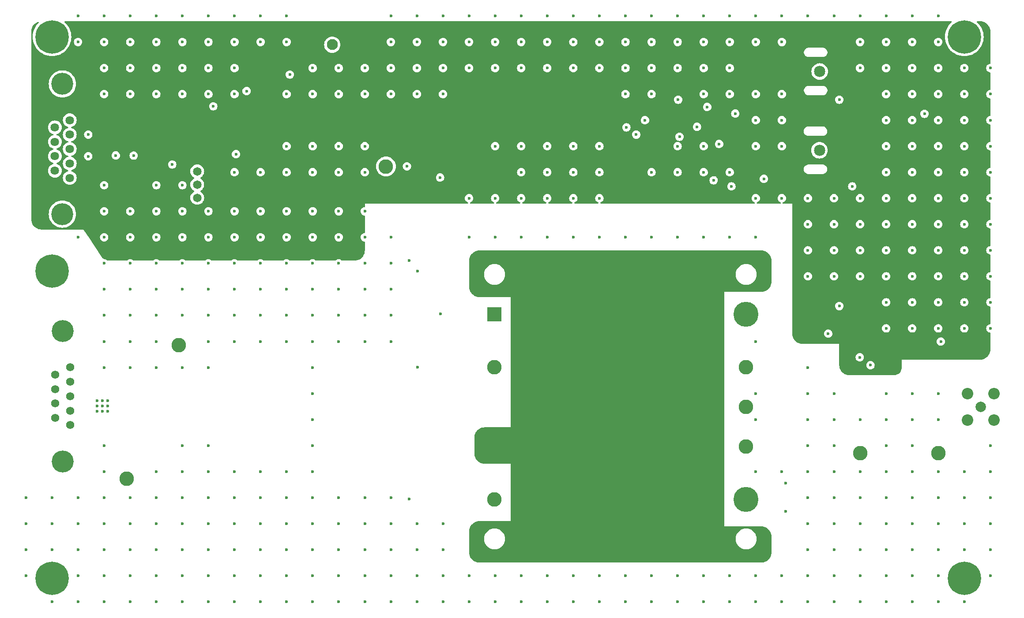
<source format=gbr>
%TF.GenerationSoftware,KiCad,Pcbnew,8.0.6*%
%TF.CreationDate,2025-06-02T13:03:20-04:00*%
%TF.ProjectId,CAEN_NEVIS_DAQ_3p3V,4341454e-5f4e-4455-9649-535f4441515f,rev?*%
%TF.SameCoordinates,Original*%
%TF.FileFunction,Copper,L3,Inr*%
%TF.FilePolarity,Positive*%
%FSLAX46Y46*%
G04 Gerber Fmt 4.6, Leading zero omitted, Abs format (unit mm)*
G04 Created by KiCad (PCBNEW 8.0.6) date 2025-06-02 13:03:20*
%MOMM*%
%LPD*%
G01*
G04 APERTURE LIST*
%TA.AperFunction,ComponentPad*%
%ADD10C,2.800000*%
%TD*%
%TA.AperFunction,ComponentPad*%
%ADD11C,6.400000*%
%TD*%
%TA.AperFunction,ComponentPad*%
%ADD12R,2.800000X2.800000*%
%TD*%
%TA.AperFunction,ComponentPad*%
%ADD13C,4.800000*%
%TD*%
%TA.AperFunction,ComponentPad*%
%ADD14C,2.159000*%
%TD*%
%TA.AperFunction,ComponentPad*%
%ADD15C,1.650000*%
%TD*%
%TA.AperFunction,ComponentPad*%
%ADD16C,1.635000*%
%TD*%
%TA.AperFunction,ComponentPad*%
%ADD17C,4.216000*%
%TD*%
%TA.AperFunction,ComponentPad*%
%ADD18C,2.006600*%
%TD*%
%TA.AperFunction,ComponentPad*%
%ADD19C,2.209800*%
%TD*%
%TA.AperFunction,ComponentPad*%
%ADD20C,1.560000*%
%TD*%
%TA.AperFunction,ComponentPad*%
%ADD21C,2.100000*%
%TD*%
%TA.AperFunction,ViaPad*%
%ADD22C,0.600000*%
%TD*%
%TA.AperFunction,ViaPad*%
%ADD23C,1.000000*%
%TD*%
G04 APERTURE END LIST*
D10*
%TO.N,/V_SEC_RTN*%
%TO.C,Secondary RTN*%
X79340000Y-88210000D03*
%TD*%
%TO.N,/V_SEC_IN*%
%TO.C,Secondary PWR*%
X69340000Y-113850000D03*
%TD*%
D11*
%TO.N,GNDPWR*%
%TO.C,H5*%
X55000000Y-74000000D03*
%TD*%
D10*
%TO.N,/V_3p3_RTN*%
%TO.C,3.3V RTN*%
X210000000Y-109000000D03*
%TD*%
%TO.N,/V_3p3_Supply*%
%TO.C,3.3V*%
X225000000Y-109000000D03*
%TD*%
D12*
%TO.N,/Main_Converter/p12V*%
%TO.C,U1*%
X139890000Y-82255000D03*
D10*
%TO.N,Net-(U1-ON{slash}OFF)*%
X139890000Y-92415000D03*
%TO.N,GNDPWR*%
X139890000Y-107655000D03*
%TO.N,/Main_Converter/p12V_rtn*%
X139890000Y-117815000D03*
D13*
%TO.N,/V_3p3_RTN*%
X188140000Y-117815000D03*
D10*
X188140000Y-107655000D03*
%TO.N,unconnected-(U1-TRIM-Pad7)*%
X188140000Y-100035000D03*
%TO.N,/V_3p3_*%
X188140000Y-92415000D03*
D13*
X188140000Y-82255000D03*
%TD*%
D10*
%TO.N,/V_TELEM_RTN*%
%TO.C,TELEM RTN*%
X119060000Y-53890000D03*
%TD*%
%TO.N,/V_TELEM*%
%TO.C,TELEM PWR*%
X139140000Y-53870000D03*
%TD*%
D14*
%TO.N,Net-(M3-Pad3)*%
%TO.C,P2*%
X202210000Y-50790000D03*
%TD*%
%TO.N,Net-(P1-Pad1)*%
%TO.C,P1*%
X202250000Y-35660000D03*
%TD*%
D15*
%TO.N,Net-(U6-R)*%
%TO.C,J5*%
X82850000Y-59910000D03*
%TO.N,/EN_SIG*%
X82850000Y-57370000D03*
%TO.N,Net-(J5-Pad3)*%
X82850000Y-54830000D03*
%TD*%
D16*
%TO.N,/EN+*%
%TO.C,J4*%
X58400000Y-56090000D03*
%TO.N,/EN-*%
X58400000Y-53320000D03*
%TO.N,unconnected-(J4-Pad3)*%
X58400000Y-50550000D03*
%TO.N,/V_TELEM_RTN*%
X58400000Y-47780000D03*
%TO.N,/TEMP_Mon*%
X58400000Y-45010000D03*
%TO.N,/V_TELEM_RTN*%
X55560000Y-54705000D03*
%TO.N,/Volt_Mon*%
X55560000Y-51935000D03*
%TO.N,/V_TELEM_RTN*%
X55560000Y-49165000D03*
%TO.N,/Curr_Mon*%
X55560000Y-46395000D03*
D17*
%TO.N,GNDPWR*%
X56980000Y-38050000D03*
X56980000Y-63050000D03*
%TD*%
D18*
%TO.N,/V_3p3_Supply*%
%TO.C,J3*%
X233167999Y-100035000D03*
D19*
%TO.N,/V_3p3_RTN*%
X235707999Y-97495000D03*
X230627999Y-97495000D03*
X230627999Y-102575000D03*
X235707999Y-102575000D03*
%TD*%
D20*
%TO.N,/V_SEC_RTN*%
%TO.C,J2*%
X58480000Y-92490000D03*
X58480000Y-95260000D03*
%TO.N,unconnected-(J2-Pad3)*%
X58480000Y-98030000D03*
%TO.N,/V_SEC_RTN*%
X58480000Y-100800000D03*
X58480000Y-103570000D03*
%TO.N,/V_SEC_IN*%
X55640000Y-93875000D03*
X55640000Y-96645000D03*
X55640000Y-99415000D03*
X55640000Y-102185000D03*
D17*
%TO.N,GNDPWR*%
X57060000Y-85530000D03*
X57060000Y-110530000D03*
%TD*%
D21*
%TO.N,/V_TELEM*%
%TO.C,J1*%
X112570000Y-30510000D03*
%TO.N,/V_TELEM_RTN*%
X108760000Y-30510000D03*
%TO.N,/V_TELEM*%
X104950000Y-30510000D03*
%TD*%
D11*
%TO.N,GNDPWR*%
%TO.C,H4*%
X230000000Y-133000000D03*
%TD*%
%TO.N,GNDPWR*%
%TO.C,H3*%
X230000000Y-29000000D03*
%TD*%
%TO.N,GNDPWR*%
%TO.C,H2*%
X55000000Y-133000000D03*
%TD*%
%TO.N,GNDPWR*%
%TO.C,H1*%
X55000000Y-29000000D03*
%TD*%
D22*
%TO.N,/V_SEC_RTN*%
X195000000Y-112500000D03*
X190000000Y-112500000D03*
X190000000Y-102500000D03*
X190000000Y-97500000D03*
X190000000Y-87500000D03*
X200000000Y-92500000D03*
X200000000Y-97500000D03*
X205000000Y-97500000D03*
X200000000Y-102500000D03*
X205000000Y-102500000D03*
X210000000Y-102500000D03*
X215000000Y-97500000D03*
X225000000Y-97500000D03*
X220000000Y-97500000D03*
X215000000Y-102500000D03*
X225000000Y-102500000D03*
X220000000Y-102500000D03*
%TO.N,/V_TELEM_RTN*%
X60000000Y-30000000D03*
X60000000Y-25000000D03*
X100000000Y-30000000D03*
X100000000Y-25000000D03*
X95000000Y-30000000D03*
X95000000Y-25000000D03*
X75000000Y-25000000D03*
X80000000Y-25000000D03*
X90000000Y-25000000D03*
X65000000Y-25000000D03*
X85000000Y-25000000D03*
X70000000Y-25000000D03*
X75000000Y-30000000D03*
X80000000Y-30000000D03*
X90000000Y-30000000D03*
X65000000Y-30000000D03*
X85000000Y-30000000D03*
X70000000Y-30000000D03*
X75000000Y-40000000D03*
X65000000Y-40000000D03*
X65000000Y-35000000D03*
X75000000Y-35000000D03*
X70000000Y-35000000D03*
X70000000Y-40000000D03*
X90000000Y-40000000D03*
X85000000Y-35000000D03*
X90000000Y-35000000D03*
X80000000Y-35000000D03*
X80000000Y-40000000D03*
X85000000Y-40000000D03*
X195000000Y-50000000D03*
X190000000Y-50000000D03*
X190000000Y-45000000D03*
X195000000Y-45000000D03*
X195000000Y-40000000D03*
X190000000Y-40000000D03*
X175000000Y-50000000D03*
X180000000Y-50000000D03*
X185000000Y-55000000D03*
X180000000Y-55000000D03*
X175000000Y-55000000D03*
X170000000Y-55000000D03*
X140000000Y-50000000D03*
X150000000Y-50000000D03*
X145000000Y-50000000D03*
X160000000Y-50000000D03*
X155000000Y-50000000D03*
X150000000Y-55000000D03*
X145000000Y-55000000D03*
X160000000Y-55000000D03*
X155000000Y-55000000D03*
X135000000Y-60000000D03*
X140000000Y-60000000D03*
X145000000Y-60000000D03*
X150000000Y-60000000D03*
X155000000Y-60000000D03*
X160000000Y-60000000D03*
X190000000Y-60000000D03*
X195000000Y-60000000D03*
X200000000Y-65000000D03*
X200000000Y-70000000D03*
X200000000Y-60000000D03*
X200000000Y-75000000D03*
X210000000Y-60000000D03*
X205000000Y-60000000D03*
X210000000Y-65000000D03*
X205000000Y-65000000D03*
X210000000Y-70000000D03*
X205000000Y-70000000D03*
X210000000Y-75000000D03*
X205000000Y-75000000D03*
X235000000Y-85000000D03*
X220000000Y-85000000D03*
X225000000Y-85000000D03*
X225000000Y-80000000D03*
X215000000Y-85000000D03*
X235000000Y-80000000D03*
X230000000Y-85000000D03*
X220000000Y-80000000D03*
X230000000Y-80000000D03*
X215000000Y-80000000D03*
X235000000Y-75000000D03*
X220000000Y-75000000D03*
X225000000Y-75000000D03*
X225000000Y-70000000D03*
X215000000Y-75000000D03*
X235000000Y-70000000D03*
X230000000Y-75000000D03*
X220000000Y-70000000D03*
X230000000Y-70000000D03*
X215000000Y-70000000D03*
X235000000Y-65000000D03*
X220000000Y-65000000D03*
X225000000Y-65000000D03*
X225000000Y-60000000D03*
X215000000Y-65000000D03*
X235000000Y-60000000D03*
X230000000Y-65000000D03*
X220000000Y-60000000D03*
X230000000Y-60000000D03*
X215000000Y-60000000D03*
X230000000Y-55000000D03*
X215000000Y-55000000D03*
X235000000Y-55000000D03*
X220000000Y-55000000D03*
X225000000Y-55000000D03*
X230000000Y-50000000D03*
X215000000Y-50000000D03*
X235000000Y-50000000D03*
X220000000Y-50000000D03*
X225000000Y-50000000D03*
X230000000Y-45000000D03*
X215000000Y-45000000D03*
X235000000Y-45000000D03*
X220000000Y-45000000D03*
X225000000Y-45000000D03*
X215000000Y-40000000D03*
X220000000Y-40000000D03*
X235000000Y-40000000D03*
X230000000Y-40000000D03*
X225000000Y-40000000D03*
X235000000Y-35000000D03*
X230000000Y-35000000D03*
X225000000Y-25000000D03*
X225000000Y-35000000D03*
X225000000Y-30000000D03*
X205000000Y-25000000D03*
X200000000Y-25000000D03*
X215000000Y-35000000D03*
X220000000Y-25000000D03*
X220000000Y-30000000D03*
X210000000Y-25000000D03*
X215000000Y-30000000D03*
X210000000Y-30000000D03*
X220000000Y-35000000D03*
X210000000Y-35000000D03*
X215000000Y-25000000D03*
X195000000Y-25000000D03*
X195000000Y-30000000D03*
X190000000Y-30000000D03*
X190000000Y-25000000D03*
X180000000Y-40000000D03*
X185000000Y-40000000D03*
X180000000Y-25000000D03*
X185000000Y-25000000D03*
X175000000Y-25000000D03*
X185000000Y-30000000D03*
X180000000Y-30000000D03*
X175000000Y-30000000D03*
X185000000Y-35000000D03*
X180000000Y-35000000D03*
X175000000Y-35000000D03*
X170000000Y-25000000D03*
X165000000Y-25000000D03*
X145000000Y-25000000D03*
X140000000Y-25000000D03*
X160000000Y-25000000D03*
X130000000Y-25000000D03*
X155000000Y-25000000D03*
X150000000Y-25000000D03*
X135000000Y-25000000D03*
X125000000Y-25000000D03*
X120000000Y-25000000D03*
X170000000Y-30000000D03*
X165000000Y-30000000D03*
X145000000Y-30000000D03*
X140000000Y-30000000D03*
X160000000Y-30000000D03*
X130000000Y-30000000D03*
X155000000Y-30000000D03*
X150000000Y-30000000D03*
X135000000Y-30000000D03*
X125000000Y-30000000D03*
X120000000Y-30000000D03*
X130000000Y-35000000D03*
X135000000Y-35000000D03*
X120000000Y-35000000D03*
X125000000Y-35000000D03*
X115000000Y-35000000D03*
X105000000Y-35000000D03*
X110000000Y-35000000D03*
X155000000Y-35000000D03*
X150000000Y-35000000D03*
X170000000Y-35000000D03*
X160000000Y-35000000D03*
X145000000Y-35000000D03*
X140000000Y-35000000D03*
X165000000Y-35000000D03*
X170000000Y-40000000D03*
X165000000Y-40000000D03*
X120000000Y-40000000D03*
X125000000Y-40000000D03*
X130000000Y-40000000D03*
X115000000Y-40000000D03*
X100000000Y-40000000D03*
X105000000Y-40000000D03*
X110000000Y-40000000D03*
X115000000Y-50000000D03*
X100000000Y-50000000D03*
X105000000Y-50000000D03*
X110000000Y-50000000D03*
X110000000Y-55000000D03*
X100000000Y-55000000D03*
X95000000Y-55000000D03*
X115000000Y-55000000D03*
X105000000Y-55000000D03*
X90000000Y-55000000D03*
X80000000Y-57500000D03*
X75000000Y-57500000D03*
X65000000Y-57500000D03*
X60000000Y-67500000D03*
X105000000Y-62500000D03*
X115000000Y-62500000D03*
X90000000Y-62500000D03*
X85000000Y-62500000D03*
X100000000Y-62500000D03*
X95000000Y-62500000D03*
X110000000Y-62500000D03*
X70000000Y-62500000D03*
X80000000Y-62500000D03*
X75000000Y-62500000D03*
X65000000Y-62500000D03*
X105000000Y-67500000D03*
X115000000Y-67500000D03*
X90000000Y-67500000D03*
X85000000Y-67500000D03*
X100000000Y-67500000D03*
X95000000Y-67500000D03*
X110000000Y-67500000D03*
X70000000Y-67500000D03*
X80000000Y-67500000D03*
X75000000Y-67500000D03*
X65000000Y-67500000D03*
%TO.N,/V_SEC_RTN*%
X120000000Y-72500000D03*
%TO.N,/V_TELEM_RTN*%
X110000000Y-72500000D03*
X115000000Y-72500000D03*
X105000000Y-72500000D03*
X90000000Y-72500000D03*
X100000000Y-72500000D03*
X95000000Y-72500000D03*
X85000000Y-72500000D03*
X80000000Y-72500000D03*
X75000000Y-72500000D03*
X70000000Y-72500000D03*
X65000000Y-72500000D03*
%TO.N,/V_SEC_RTN*%
X185000000Y-67500000D03*
X175000000Y-67500000D03*
X180000000Y-67500000D03*
X190000000Y-67500000D03*
X170000000Y-67500000D03*
X160000000Y-67500000D03*
X165000000Y-67500000D03*
X155000000Y-67500000D03*
X150000000Y-67500000D03*
X145000000Y-67500000D03*
X140000000Y-67500000D03*
X135000000Y-67500000D03*
X120000000Y-67500000D03*
X105000000Y-92500000D03*
X80000000Y-92500000D03*
X85000000Y-92500000D03*
X65000000Y-92500000D03*
X75000000Y-92500000D03*
X70000000Y-92500000D03*
X95000000Y-82500000D03*
X115000000Y-77500000D03*
X90000000Y-87500000D03*
X75000000Y-87500000D03*
X100000000Y-87500000D03*
X70000000Y-87500000D03*
X65000000Y-87500000D03*
X115000000Y-87500000D03*
X70000000Y-77500000D03*
X95000000Y-87500000D03*
X65000000Y-82500000D03*
X110000000Y-87500000D03*
X65000000Y-77500000D03*
X105000000Y-87500000D03*
X120000000Y-87500000D03*
X85000000Y-87500000D03*
X90000000Y-82500000D03*
X105000000Y-82500000D03*
X85000000Y-82500000D03*
X110000000Y-82500000D03*
X100000000Y-77500000D03*
X100000000Y-82500000D03*
X105000000Y-77500000D03*
X90000000Y-77500000D03*
X95000000Y-77500000D03*
X110000000Y-77500000D03*
X75000000Y-77500000D03*
X70000000Y-82500000D03*
X120000000Y-82500000D03*
X85000000Y-77500000D03*
X80000000Y-77500000D03*
X120000000Y-77500000D03*
X115000000Y-82500000D03*
X75000000Y-82500000D03*
X80000000Y-82500000D03*
X105000000Y-97500000D03*
X105000000Y-102500000D03*
X105000000Y-107500000D03*
X80000000Y-107500000D03*
X85000000Y-107500000D03*
X65000000Y-107500000D03*
X65000000Y-112500000D03*
X75000000Y-112500000D03*
X95000000Y-112500000D03*
X90000000Y-112500000D03*
X100000000Y-112500000D03*
X80000000Y-112500000D03*
X105000000Y-112500000D03*
X85000000Y-112500000D03*
X95000000Y-117500000D03*
X95000000Y-127500000D03*
X115000000Y-122500000D03*
X110000000Y-117500000D03*
X110000000Y-127500000D03*
X100000000Y-127500000D03*
X105000000Y-122500000D03*
X100000000Y-117500000D03*
X95000000Y-122500000D03*
X110000000Y-122500000D03*
X105000000Y-127500000D03*
X105000000Y-117500000D03*
X100000000Y-122500000D03*
X115000000Y-117500000D03*
X120000000Y-117500000D03*
X130000000Y-127500000D03*
X120000000Y-122500000D03*
X115000000Y-127500000D03*
X130000000Y-122500000D03*
X125000000Y-122500000D03*
X120000000Y-127500000D03*
X125000000Y-127500000D03*
X90000000Y-122500000D03*
X85000000Y-117500000D03*
X85000000Y-127500000D03*
X75000000Y-127500000D03*
X80000000Y-122500000D03*
X75000000Y-117500000D03*
X85000000Y-122500000D03*
X80000000Y-127500000D03*
X80000000Y-117500000D03*
X75000000Y-122500000D03*
X90000000Y-117500000D03*
X90000000Y-127500000D03*
X70000000Y-117500000D03*
X70000000Y-127500000D03*
X70000000Y-122500000D03*
X65000000Y-117500000D03*
X65000000Y-127500000D03*
X65000000Y-122500000D03*
X60000000Y-117500000D03*
X60000000Y-127500000D03*
X60000000Y-122500000D03*
X55000000Y-117500000D03*
X55000000Y-127500000D03*
X55000000Y-122500000D03*
X50000000Y-117500000D03*
X50000000Y-122500000D03*
X50000000Y-127500000D03*
X50000000Y-132500000D03*
X55000000Y-137500000D03*
X125000000Y-132500000D03*
X110000000Y-132500000D03*
X130000000Y-132500000D03*
X155000000Y-132500000D03*
X120000000Y-132500000D03*
X160000000Y-132500000D03*
X150000000Y-132500000D03*
X145000000Y-132500000D03*
X115000000Y-132500000D03*
X165000000Y-132500000D03*
X140000000Y-132500000D03*
X135000000Y-132500000D03*
X105000000Y-132500000D03*
X95000000Y-132500000D03*
X85000000Y-132500000D03*
X90000000Y-132500000D03*
X75000000Y-132500000D03*
X100000000Y-132500000D03*
X80000000Y-132500000D03*
X70000000Y-132500000D03*
X65000000Y-132500000D03*
X60000000Y-132500000D03*
X180000000Y-132500000D03*
X195000000Y-132500000D03*
X185000000Y-132500000D03*
X170000000Y-132500000D03*
X175000000Y-132500000D03*
X190000000Y-132500000D03*
X210000000Y-132500000D03*
X215000000Y-132500000D03*
X200000000Y-132500000D03*
X205000000Y-132500000D03*
X220000000Y-132500000D03*
X225000000Y-132500000D03*
X220000000Y-107500000D03*
X215000000Y-107500000D03*
X200000000Y-107500000D03*
X205000000Y-107500000D03*
X200000000Y-122500000D03*
X200000000Y-127500000D03*
X200000000Y-117500000D03*
X200000000Y-112500000D03*
X205000000Y-122500000D03*
X205000000Y-127500000D03*
X205000000Y-117500000D03*
X205000000Y-112500000D03*
X210000000Y-122500000D03*
X210000000Y-127500000D03*
X210000000Y-117500000D03*
X210000000Y-112500000D03*
X215000000Y-122500000D03*
X215000000Y-127500000D03*
X215000000Y-117500000D03*
X215000000Y-112500000D03*
X220000000Y-122500000D03*
X220000000Y-127500000D03*
X220000000Y-117500000D03*
X220000000Y-112500000D03*
X225000000Y-122500000D03*
X225000000Y-127500000D03*
X225000000Y-117500000D03*
X225000000Y-112500000D03*
X230000000Y-122500000D03*
X230000000Y-127500000D03*
X230000000Y-117500000D03*
X230000000Y-112500000D03*
X235000000Y-112500000D03*
X235000000Y-107500000D03*
X235000000Y-122500000D03*
X235000000Y-117500000D03*
X235000000Y-127500000D03*
X235000000Y-132500000D03*
X225000000Y-137500000D03*
X230000000Y-137500000D03*
X220000000Y-137500000D03*
X205000000Y-137500000D03*
X190000000Y-137500000D03*
X210000000Y-137500000D03*
X200000000Y-137500000D03*
X195000000Y-137500000D03*
X215000000Y-137500000D03*
X185000000Y-137500000D03*
X175000000Y-137500000D03*
X165000000Y-137500000D03*
X170000000Y-137500000D03*
X155000000Y-137500000D03*
X180000000Y-137500000D03*
X160000000Y-137500000D03*
X150000000Y-137500000D03*
X145000000Y-137500000D03*
X140000000Y-137500000D03*
X135000000Y-137500000D03*
X125000000Y-137500000D03*
X130000000Y-137500000D03*
X115000000Y-137500000D03*
X120000000Y-137500000D03*
X110000000Y-137500000D03*
X105000000Y-137500000D03*
X100000000Y-137500000D03*
X95000000Y-137500000D03*
X90000000Y-137500000D03*
X85000000Y-137500000D03*
X80000000Y-137500000D03*
X75000000Y-137500000D03*
X70000000Y-137500000D03*
X65000000Y-137500000D03*
X60000000Y-137500000D03*
D23*
%TO.N,GNDPWR*%
X165600000Y-120000000D03*
X160600000Y-125000000D03*
X145600000Y-125000000D03*
X155600000Y-120000000D03*
X175600000Y-120000000D03*
X155600000Y-125000000D03*
X165600000Y-125000000D03*
X170600000Y-120000000D03*
X145600000Y-120000000D03*
X160600000Y-120000000D03*
X180600000Y-125000000D03*
X175600000Y-125000000D03*
X170600000Y-125000000D03*
X150600000Y-125000000D03*
X150600000Y-115000000D03*
X150600000Y-120000000D03*
X145600000Y-115000000D03*
X165600000Y-115000000D03*
X175600000Y-115000000D03*
X170600000Y-115000000D03*
X155600000Y-115000000D03*
X180600000Y-120000000D03*
X180600000Y-115000000D03*
X160600000Y-115000000D03*
X155600000Y-105000000D03*
X160600000Y-105000000D03*
X170600000Y-105000000D03*
X160600000Y-110000000D03*
X175600000Y-105000000D03*
X165600000Y-105000000D03*
X180600000Y-110000000D03*
X155600000Y-110000000D03*
X160600000Y-95000000D03*
X155600000Y-95000000D03*
X145600000Y-105000000D03*
X165600000Y-110000000D03*
X145600000Y-110000000D03*
X180600000Y-105000000D03*
X175600000Y-110000000D03*
X170600000Y-110000000D03*
X150600000Y-110000000D03*
X150600000Y-105000000D03*
X165600000Y-95000000D03*
X175600000Y-95000000D03*
X180600000Y-100000000D03*
X160600000Y-100000000D03*
X170600000Y-95000000D03*
X145600000Y-95000000D03*
X145600000Y-100000000D03*
X180600000Y-95000000D03*
X175600000Y-100000000D03*
X170600000Y-100000000D03*
X150600000Y-100000000D03*
X150600000Y-95000000D03*
X155600000Y-100000000D03*
X165600000Y-100000000D03*
X160600000Y-85000000D03*
X155600000Y-85000000D03*
X165600000Y-85000000D03*
X175600000Y-85000000D03*
X180600000Y-90000000D03*
X160600000Y-90000000D03*
X170600000Y-85000000D03*
X145600000Y-85000000D03*
X145600000Y-90000000D03*
X180600000Y-85000000D03*
X175600000Y-90000000D03*
X170600000Y-90000000D03*
X150600000Y-90000000D03*
X150600000Y-85000000D03*
X155600000Y-90000000D03*
X165600000Y-90000000D03*
X160600000Y-80000000D03*
X155600000Y-80000000D03*
X165600000Y-80000000D03*
X175600000Y-80000000D03*
X170600000Y-80000000D03*
X145600000Y-80000000D03*
X180600000Y-80000000D03*
X150600000Y-80000000D03*
X180600000Y-75000000D03*
X175600000Y-75000000D03*
X165600000Y-75000000D03*
X170600000Y-75000000D03*
X155600000Y-75000000D03*
X160600000Y-75000000D03*
X150600000Y-75000000D03*
X145600000Y-75000000D03*
D22*
%TO.N,/Main_Converter/p12V*%
X129510000Y-82250000D03*
%TO.N,/Curr_Mon*%
X165180000Y-46395000D03*
%TO.N,/Volt_Mon*%
X167060000Y-47780000D03*
X61950000Y-47780000D03*
X61950000Y-51940000D03*
%TO.N,/TEMP_Mon*%
X168740000Y-45010000D03*
%TO.N,/V_3p3_RTN*%
X195740000Y-114710000D03*
%TO.N,GNDPWR*%
X195740000Y-120100000D03*
%TO.N,/V_TELEM_RTN*%
X175370000Y-48180000D03*
%TO.N,/Telemetry_CKT/V_3p3*%
X178720000Y-46280000D03*
%TO.N,/V_TELEM_RTN*%
X180680000Y-42480000D03*
%TO.N,/Telemetry_CKT/TEMP*%
X175110000Y-41070000D03*
X206020000Y-41070000D03*
X206016577Y-80710531D03*
%TO.N,/V_TELEM*%
X190660000Y-35650000D03*
%TO.N,/V_TELEM_RTN*%
X191550000Y-56280000D03*
X182970000Y-49590000D03*
%TO.N,Net-(U4A-+INA)*%
X186060000Y-43740000D03*
X222360000Y-43780000D03*
%TO.N,/V_TELEM_RTN*%
X203895000Y-86000000D03*
X225490000Y-87530000D03*
%TO.N,Net-(U3-OUT)*%
X185330000Y-57730000D03*
X208500000Y-57730000D03*
%TO.N,/V_TELEM*%
X203895000Y-80705000D03*
%TO.N,/V_TELEM_RTN*%
X90290000Y-51528750D03*
%TO.N,/Telemetry_CKT/V_3p3*%
X78060000Y-53520000D03*
%TO.N,/V_TELEM_RTN*%
X67240000Y-51790000D03*
%TO.N,/Telemetry_CKT/V_3p3*%
X70660000Y-51810000D03*
%TO.N,/V_TELEM*%
X94625000Y-49768750D03*
%TO.N,/V_TELEM_RTN*%
X85925000Y-42348750D03*
%TO.N,/Main_Converter/p12V_rtn*%
X123515000Y-117775000D03*
%TO.N,Net-(U1-ON{slash}OFF)*%
X125115000Y-92445000D03*
%TO.N,/V_TELEM_RTN*%
X100620000Y-36243750D03*
%TO.N,/Telemetry_CKT/V_3p3*%
X92320000Y-39413750D03*
%TO.N,/V_TELEM_RTN*%
X181920000Y-56560000D03*
%TO.N,/Telemetry_CKT/V_3p3*%
X209942500Y-90557500D03*
%TO.N,/V_TELEM_RTN*%
X211992500Y-92067500D03*
%TO.N,/Main_Converter/p12V_rtn*%
X123515000Y-71945000D03*
%TO.N,Net-(U1-ON{slash}OFF)*%
X125115000Y-73965000D03*
%TO.N,/V_TELEM*%
X132995000Y-57515000D03*
%TO.N,/V_TELEM_RTN*%
X123085000Y-53875000D03*
X129445000Y-56015000D03*
%TO.N,/V_TELEM*%
X134635000Y-50235000D03*
%TO.N,/V_SEC_RTN*%
X65640000Y-100915000D03*
X65640000Y-99915000D03*
X65640000Y-98915000D03*
X64640000Y-98915000D03*
X64640000Y-99915000D03*
X64640000Y-100915000D03*
X63640000Y-100915000D03*
X63640000Y-99915000D03*
X63640000Y-98915000D03*
%TD*%
%TA.AperFunction,Conductor*%
%TO.N,/V_TELEM*%
G36*
X227541413Y-26019685D02*
G01*
X227587168Y-26072489D01*
X227597112Y-26141647D01*
X227568087Y-26205203D01*
X227552409Y-26220366D01*
X227520497Y-26246207D01*
X227520480Y-26246222D01*
X227246222Y-26520480D01*
X227246215Y-26520488D01*
X227002122Y-26821917D01*
X226790877Y-27147206D01*
X226614787Y-27492802D01*
X226475788Y-27854905D01*
X226375397Y-28229570D01*
X226375397Y-28229572D01*
X226314722Y-28612660D01*
X226294422Y-28999999D01*
X226294422Y-29000000D01*
X226314722Y-29387339D01*
X226347742Y-29595821D01*
X226375398Y-29770433D01*
X226444782Y-30029380D01*
X226475788Y-30145094D01*
X226614787Y-30507197D01*
X226790877Y-30852793D01*
X227002122Y-31178082D01*
X227201408Y-31424179D01*
X227246219Y-31479516D01*
X227520484Y-31753781D01*
X227538367Y-31768262D01*
X227821917Y-31997877D01*
X227946018Y-32078469D01*
X228147211Y-32209125D01*
X228492806Y-32385214D01*
X228854913Y-32524214D01*
X229229567Y-32624602D01*
X229612662Y-32685278D01*
X229978576Y-32704455D01*
X229999999Y-32705578D01*
X230000000Y-32705578D01*
X230000001Y-32705578D01*
X230020301Y-32704514D01*
X230387338Y-32685278D01*
X230770433Y-32624602D01*
X231145087Y-32524214D01*
X231507194Y-32385214D01*
X231852789Y-32209125D01*
X232178084Y-31997876D01*
X232479516Y-31753781D01*
X232753781Y-31479516D01*
X232997876Y-31178084D01*
X233209125Y-30852789D01*
X233385214Y-30507194D01*
X233524214Y-30145087D01*
X233624602Y-29770433D01*
X233685278Y-29387338D01*
X233705578Y-29000000D01*
X233685278Y-28612662D01*
X233624602Y-28229567D01*
X233524214Y-27854913D01*
X233385214Y-27492806D01*
X233209125Y-27147211D01*
X232997876Y-26821916D01*
X232753781Y-26520484D01*
X232479516Y-26246219D01*
X232479511Y-26246215D01*
X232479502Y-26246207D01*
X232447591Y-26220366D01*
X232407879Y-26162880D01*
X232405551Y-26093049D01*
X232441346Y-26033045D01*
X232503899Y-26001918D01*
X232525626Y-26000000D01*
X232995572Y-26000000D01*
X233004418Y-26000316D01*
X233275790Y-26019724D01*
X233293291Y-26022241D01*
X233554803Y-26079129D01*
X233571762Y-26084108D01*
X233822524Y-26177638D01*
X233838616Y-26184987D01*
X234073501Y-26313244D01*
X234088375Y-26322802D01*
X234302624Y-26483188D01*
X234315994Y-26494774D01*
X234505225Y-26684005D01*
X234516811Y-26697375D01*
X234610042Y-26821917D01*
X234677193Y-26911619D01*
X234686758Y-26926503D01*
X234815011Y-27161382D01*
X234822361Y-27177475D01*
X234915888Y-27428229D01*
X234920872Y-27445205D01*
X234977757Y-27706702D01*
X234980275Y-27724214D01*
X234999684Y-27995581D01*
X235000000Y-28004427D01*
X235000000Y-34083621D01*
X234980315Y-34150660D01*
X234927511Y-34196415D01*
X234889884Y-34206841D01*
X234820749Y-34214630D01*
X234820745Y-34214631D01*
X234650476Y-34274211D01*
X234497737Y-34370184D01*
X234370184Y-34497737D01*
X234274211Y-34650476D01*
X234214631Y-34820745D01*
X234214630Y-34820750D01*
X234194435Y-34999996D01*
X234194435Y-35000003D01*
X234214630Y-35179249D01*
X234214631Y-35179254D01*
X234274211Y-35349523D01*
X234340981Y-35455786D01*
X234370184Y-35502262D01*
X234497738Y-35629816D01*
X234650478Y-35725789D01*
X234820745Y-35785368D01*
X234820749Y-35785369D01*
X234889883Y-35793158D01*
X234954297Y-35820224D01*
X234993852Y-35877818D01*
X235000000Y-35916378D01*
X235000000Y-39083621D01*
X234980315Y-39150660D01*
X234927511Y-39196415D01*
X234889884Y-39206841D01*
X234820749Y-39214630D01*
X234820745Y-39214631D01*
X234650476Y-39274211D01*
X234497737Y-39370184D01*
X234370184Y-39497737D01*
X234274211Y-39650476D01*
X234214631Y-39820745D01*
X234214630Y-39820750D01*
X234194435Y-39999996D01*
X234194435Y-40000003D01*
X234214630Y-40179249D01*
X234214631Y-40179254D01*
X234274211Y-40349523D01*
X234331178Y-40440184D01*
X234370184Y-40502262D01*
X234497738Y-40629816D01*
X234588080Y-40686582D01*
X234642025Y-40720478D01*
X234650478Y-40725789D01*
X234820745Y-40785368D01*
X234820749Y-40785369D01*
X234889883Y-40793158D01*
X234954297Y-40820224D01*
X234993852Y-40877818D01*
X235000000Y-40916378D01*
X235000000Y-44083621D01*
X234980315Y-44150660D01*
X234927511Y-44196415D01*
X234889884Y-44206841D01*
X234820749Y-44214630D01*
X234820745Y-44214631D01*
X234650476Y-44274211D01*
X234497737Y-44370184D01*
X234370184Y-44497737D01*
X234274211Y-44650476D01*
X234214631Y-44820745D01*
X234214630Y-44820750D01*
X234194435Y-44999996D01*
X234194435Y-45000003D01*
X234214630Y-45179249D01*
X234214631Y-45179254D01*
X234274211Y-45349523D01*
X234352699Y-45474435D01*
X234370184Y-45502262D01*
X234497738Y-45629816D01*
X234650478Y-45725789D01*
X234798937Y-45777737D01*
X234820745Y-45785368D01*
X234820749Y-45785369D01*
X234889883Y-45793158D01*
X234954297Y-45820224D01*
X234993852Y-45877818D01*
X235000000Y-45916378D01*
X235000000Y-49083621D01*
X234980315Y-49150660D01*
X234927511Y-49196415D01*
X234889884Y-49206841D01*
X234820749Y-49214630D01*
X234820745Y-49214631D01*
X234650476Y-49274211D01*
X234497737Y-49370184D01*
X234370184Y-49497737D01*
X234274211Y-49650476D01*
X234214631Y-49820745D01*
X234214630Y-49820750D01*
X234194435Y-49999996D01*
X234194435Y-50000003D01*
X234214630Y-50179249D01*
X234214631Y-50179254D01*
X234274211Y-50349523D01*
X234311110Y-50408247D01*
X234370184Y-50502262D01*
X234497738Y-50629816D01*
X234561332Y-50669775D01*
X234646333Y-50723185D01*
X234650478Y-50725789D01*
X234804653Y-50779737D01*
X234820745Y-50785368D01*
X234820749Y-50785369D01*
X234889883Y-50793158D01*
X234954297Y-50820224D01*
X234993852Y-50877818D01*
X235000000Y-50916378D01*
X235000000Y-54083621D01*
X234980315Y-54150660D01*
X234927511Y-54196415D01*
X234889884Y-54206841D01*
X234820749Y-54214630D01*
X234820745Y-54214631D01*
X234650476Y-54274211D01*
X234497737Y-54370184D01*
X234370184Y-54497737D01*
X234274211Y-54650476D01*
X234214631Y-54820745D01*
X234214630Y-54820750D01*
X234194435Y-54999996D01*
X234194435Y-55000003D01*
X234214630Y-55179249D01*
X234214631Y-55179254D01*
X234274211Y-55349523D01*
X234323826Y-55428484D01*
X234370184Y-55502262D01*
X234497738Y-55629816D01*
X234650478Y-55725789D01*
X234793861Y-55775961D01*
X234820745Y-55785368D01*
X234820749Y-55785369D01*
X234889883Y-55793158D01*
X234954297Y-55820224D01*
X234993852Y-55877818D01*
X235000000Y-55916378D01*
X235000000Y-59083621D01*
X234980315Y-59150660D01*
X234927511Y-59196415D01*
X234889884Y-59206841D01*
X234820749Y-59214630D01*
X234820745Y-59214631D01*
X234650476Y-59274211D01*
X234497737Y-59370184D01*
X234370184Y-59497737D01*
X234274211Y-59650476D01*
X234214631Y-59820745D01*
X234214630Y-59820750D01*
X234194435Y-59999996D01*
X234194435Y-60000003D01*
X234214630Y-60179249D01*
X234214631Y-60179254D01*
X234274211Y-60349523D01*
X234340981Y-60455786D01*
X234370184Y-60502262D01*
X234497738Y-60629816D01*
X234650478Y-60725789D01*
X234794696Y-60776253D01*
X234820745Y-60785368D01*
X234820749Y-60785369D01*
X234889883Y-60793158D01*
X234954297Y-60820224D01*
X234993852Y-60877818D01*
X235000000Y-60916378D01*
X235000000Y-64083621D01*
X234980315Y-64150660D01*
X234927511Y-64196415D01*
X234889884Y-64206841D01*
X234820749Y-64214630D01*
X234820745Y-64214631D01*
X234650476Y-64274211D01*
X234497737Y-64370184D01*
X234370184Y-64497737D01*
X234274211Y-64650476D01*
X234214631Y-64820745D01*
X234214630Y-64820750D01*
X234194435Y-64999996D01*
X234194435Y-65000003D01*
X234214630Y-65179249D01*
X234214631Y-65179254D01*
X234274211Y-65349523D01*
X234364646Y-65493448D01*
X234370184Y-65502262D01*
X234497738Y-65629816D01*
X234650478Y-65725789D01*
X234820745Y-65785368D01*
X234820749Y-65785369D01*
X234889883Y-65793158D01*
X234954297Y-65820224D01*
X234993852Y-65877818D01*
X235000000Y-65916378D01*
X235000000Y-69083621D01*
X234980315Y-69150660D01*
X234927511Y-69196415D01*
X234889884Y-69206841D01*
X234820749Y-69214630D01*
X234820745Y-69214631D01*
X234650476Y-69274211D01*
X234497737Y-69370184D01*
X234370184Y-69497737D01*
X234274211Y-69650476D01*
X234214631Y-69820745D01*
X234214630Y-69820750D01*
X234194435Y-69999996D01*
X234194435Y-70000003D01*
X234214630Y-70179249D01*
X234214631Y-70179254D01*
X234274211Y-70349523D01*
X234353548Y-70475786D01*
X234370184Y-70502262D01*
X234497738Y-70629816D01*
X234650478Y-70725789D01*
X234820745Y-70785368D01*
X234820749Y-70785369D01*
X234889883Y-70793158D01*
X234954297Y-70820224D01*
X234993852Y-70877818D01*
X235000000Y-70916378D01*
X235000000Y-74083621D01*
X234980315Y-74150660D01*
X234927511Y-74196415D01*
X234889884Y-74206841D01*
X234820749Y-74214630D01*
X234820745Y-74214631D01*
X234650476Y-74274211D01*
X234497737Y-74370184D01*
X234370184Y-74497737D01*
X234274211Y-74650476D01*
X234214631Y-74820745D01*
X234214630Y-74820750D01*
X234194435Y-74999996D01*
X234194435Y-75000003D01*
X234214630Y-75179249D01*
X234214631Y-75179254D01*
X234274211Y-75349523D01*
X234370184Y-75502262D01*
X234497738Y-75629816D01*
X234650478Y-75725789D01*
X234820745Y-75785368D01*
X234820749Y-75785369D01*
X234889883Y-75793158D01*
X234954297Y-75820224D01*
X234993852Y-75877818D01*
X235000000Y-75916378D01*
X235000000Y-79083621D01*
X234980315Y-79150660D01*
X234927511Y-79196415D01*
X234889884Y-79206841D01*
X234820749Y-79214630D01*
X234820745Y-79214631D01*
X234650476Y-79274211D01*
X234497737Y-79370184D01*
X234370184Y-79497737D01*
X234274211Y-79650476D01*
X234214631Y-79820745D01*
X234214630Y-79820750D01*
X234194435Y-79999996D01*
X234194435Y-80000003D01*
X234214630Y-80179249D01*
X234214631Y-80179254D01*
X234274211Y-80349523D01*
X234298033Y-80387435D01*
X234370184Y-80502262D01*
X234497738Y-80629816D01*
X234543306Y-80658448D01*
X234626188Y-80710527D01*
X234650478Y-80725789D01*
X234820745Y-80785368D01*
X234820749Y-80785369D01*
X234889883Y-80793158D01*
X234954297Y-80820224D01*
X234993852Y-80877818D01*
X235000000Y-80916378D01*
X235000000Y-84083621D01*
X234980315Y-84150660D01*
X234927511Y-84196415D01*
X234889884Y-84206841D01*
X234820749Y-84214630D01*
X234820745Y-84214631D01*
X234650476Y-84274211D01*
X234497737Y-84370184D01*
X234370184Y-84497737D01*
X234274211Y-84650476D01*
X234214631Y-84820745D01*
X234214630Y-84820750D01*
X234194435Y-84999996D01*
X234194435Y-85000003D01*
X234214630Y-85179249D01*
X234214631Y-85179254D01*
X234274211Y-85349523D01*
X234367341Y-85497737D01*
X234370184Y-85502262D01*
X234497738Y-85629816D01*
X234650478Y-85725789D01*
X234820745Y-85785368D01*
X234820749Y-85785369D01*
X234889883Y-85793158D01*
X234954297Y-85820224D01*
X234993852Y-85877818D01*
X235000000Y-85916378D01*
X235000000Y-88995572D01*
X234999684Y-89004418D01*
X234980275Y-89275785D01*
X234977757Y-89293297D01*
X234920872Y-89554794D01*
X234915888Y-89571770D01*
X234822361Y-89822524D01*
X234815011Y-89838617D01*
X234686758Y-90073496D01*
X234677193Y-90088380D01*
X234516811Y-90302624D01*
X234505225Y-90315994D01*
X234315994Y-90505225D01*
X234302624Y-90516811D01*
X234088380Y-90677193D01*
X234073496Y-90686758D01*
X233838617Y-90815011D01*
X233822524Y-90822361D01*
X233571770Y-90915888D01*
X233554794Y-90920872D01*
X233293297Y-90977757D01*
X233275785Y-90980275D01*
X233004418Y-90999684D01*
X232995572Y-91000000D01*
X218000000Y-91000000D01*
X218000000Y-92500000D01*
X217982298Y-92724924D01*
X217979254Y-92744142D01*
X217928863Y-92954035D01*
X217922850Y-92972541D01*
X217840243Y-93171971D01*
X217831409Y-93189308D01*
X217718624Y-93373355D01*
X217707187Y-93389096D01*
X217566997Y-93553238D01*
X217553238Y-93566997D01*
X217389096Y-93707187D01*
X217373355Y-93718624D01*
X217189308Y-93831409D01*
X217171971Y-93840243D01*
X216972541Y-93922850D01*
X216954035Y-93928863D01*
X216744142Y-93979254D01*
X216724924Y-93982298D01*
X216504854Y-93999618D01*
X216495125Y-94000000D01*
X208004428Y-94000000D01*
X207995582Y-93999684D01*
X207724214Y-93980275D01*
X207706702Y-93977757D01*
X207445205Y-93920872D01*
X207428229Y-93915888D01*
X207177475Y-93822361D01*
X207161382Y-93815011D01*
X206926503Y-93686758D01*
X206911619Y-93677193D01*
X206746035Y-93553238D01*
X206697375Y-93516811D01*
X206684005Y-93505225D01*
X206494774Y-93315994D01*
X206483188Y-93302624D01*
X206322802Y-93088375D01*
X206313244Y-93073501D01*
X206184987Y-92838616D01*
X206177638Y-92822524D01*
X206084108Y-92571762D01*
X206079129Y-92554803D01*
X206022241Y-92293291D01*
X206019724Y-92275785D01*
X206017647Y-92246749D01*
X206004827Y-92067496D01*
X211186935Y-92067496D01*
X211186935Y-92067503D01*
X211207130Y-92246749D01*
X211207131Y-92246754D01*
X211266711Y-92417023D01*
X211353285Y-92554803D01*
X211362684Y-92569762D01*
X211490238Y-92697316D01*
X211642978Y-92793289D01*
X211726527Y-92822524D01*
X211813245Y-92852868D01*
X211813250Y-92852869D01*
X211992496Y-92873065D01*
X211992500Y-92873065D01*
X211992504Y-92873065D01*
X212171749Y-92852869D01*
X212171752Y-92852868D01*
X212171755Y-92852868D01*
X212342022Y-92793289D01*
X212494762Y-92697316D01*
X212622316Y-92569762D01*
X212718289Y-92417022D01*
X212777868Y-92246755D01*
X212798065Y-92067500D01*
X212790957Y-92004418D01*
X212777869Y-91888250D01*
X212777868Y-91888245D01*
X212718288Y-91717976D01*
X212622315Y-91565237D01*
X212494762Y-91437684D01*
X212342023Y-91341711D01*
X212171754Y-91282131D01*
X212171749Y-91282130D01*
X211992504Y-91261935D01*
X211992496Y-91261935D01*
X211813250Y-91282130D01*
X211813245Y-91282131D01*
X211642976Y-91341711D01*
X211490237Y-91437684D01*
X211362684Y-91565237D01*
X211266711Y-91717976D01*
X211207131Y-91888245D01*
X211207130Y-91888250D01*
X211186935Y-92067496D01*
X206004827Y-92067496D01*
X206000316Y-92004418D01*
X206000000Y-91995572D01*
X206000000Y-90557496D01*
X209136935Y-90557496D01*
X209136935Y-90557503D01*
X209157130Y-90736749D01*
X209157131Y-90736754D01*
X209216711Y-90907023D01*
X209262739Y-90980275D01*
X209312684Y-91059762D01*
X209440238Y-91187316D01*
X209467760Y-91204609D01*
X209591136Y-91282132D01*
X209592978Y-91283289D01*
X209763245Y-91342868D01*
X209763250Y-91342869D01*
X209942496Y-91363065D01*
X209942500Y-91363065D01*
X209942504Y-91363065D01*
X210121749Y-91342869D01*
X210121752Y-91342868D01*
X210121755Y-91342868D01*
X210292022Y-91283289D01*
X210444762Y-91187316D01*
X210572316Y-91059762D01*
X210668289Y-90907022D01*
X210727868Y-90736755D01*
X210730783Y-90710883D01*
X210748065Y-90557503D01*
X210748065Y-90557496D01*
X210727869Y-90378250D01*
X210727868Y-90378245D01*
X210668288Y-90207976D01*
X210597904Y-90095961D01*
X210572316Y-90055238D01*
X210444762Y-89927684D01*
X210292023Y-89831711D01*
X210121754Y-89772131D01*
X210121749Y-89772130D01*
X209942504Y-89751935D01*
X209942496Y-89751935D01*
X209763250Y-89772130D01*
X209763245Y-89772131D01*
X209592976Y-89831711D01*
X209440237Y-89927684D01*
X209312684Y-90055237D01*
X209216711Y-90207976D01*
X209157131Y-90378245D01*
X209157130Y-90378250D01*
X209136935Y-90557496D01*
X206000000Y-90557496D01*
X206000000Y-90000000D01*
X206000000Y-88000000D01*
X204000002Y-88000000D01*
X199004428Y-88000000D01*
X198995582Y-87999684D01*
X198724214Y-87980275D01*
X198706702Y-87977757D01*
X198445205Y-87920872D01*
X198428229Y-87915888D01*
X198177475Y-87822361D01*
X198161382Y-87815011D01*
X197926503Y-87686758D01*
X197911619Y-87677193D01*
X197714988Y-87529996D01*
X224684435Y-87529996D01*
X224684435Y-87530003D01*
X224704630Y-87709249D01*
X224704631Y-87709254D01*
X224764211Y-87879523D01*
X224825936Y-87977757D01*
X224860184Y-88032262D01*
X224987738Y-88159816D01*
X225140478Y-88255789D01*
X225225010Y-88285368D01*
X225310745Y-88315368D01*
X225310750Y-88315369D01*
X225489996Y-88335565D01*
X225490000Y-88335565D01*
X225490004Y-88335565D01*
X225669249Y-88315369D01*
X225669252Y-88315368D01*
X225669255Y-88315368D01*
X225839522Y-88255789D01*
X225992262Y-88159816D01*
X226119816Y-88032262D01*
X226215789Y-87879522D01*
X226275368Y-87709255D01*
X226278748Y-87679255D01*
X226295565Y-87530003D01*
X226295565Y-87529996D01*
X226275369Y-87350750D01*
X226275368Y-87350745D01*
X226215789Y-87180478D01*
X226119816Y-87027738D01*
X225992262Y-86900184D01*
X225839523Y-86804211D01*
X225669254Y-86744631D01*
X225669249Y-86744630D01*
X225490004Y-86724435D01*
X225489996Y-86724435D01*
X225310750Y-86744630D01*
X225310745Y-86744631D01*
X225140476Y-86804211D01*
X224987737Y-86900184D01*
X224860184Y-87027737D01*
X224764211Y-87180476D01*
X224704631Y-87350745D01*
X224704630Y-87350750D01*
X224684435Y-87529996D01*
X197714988Y-87529996D01*
X197697375Y-87516811D01*
X197684005Y-87505225D01*
X197494774Y-87315994D01*
X197483188Y-87302624D01*
X197391749Y-87180476D01*
X197322802Y-87088375D01*
X197313244Y-87073501D01*
X197184987Y-86838616D01*
X197177638Y-86822524D01*
X197163780Y-86785369D01*
X197084108Y-86571762D01*
X197079129Y-86554803D01*
X197022241Y-86293291D01*
X197019724Y-86275785D01*
X197000316Y-86004418D01*
X197000158Y-85999996D01*
X203089435Y-85999996D01*
X203089435Y-86000003D01*
X203109630Y-86179249D01*
X203109631Y-86179254D01*
X203169211Y-86349523D01*
X203249203Y-86476828D01*
X203265184Y-86502262D01*
X203392738Y-86629816D01*
X203483080Y-86686582D01*
X203527721Y-86714632D01*
X203545478Y-86725789D01*
X203671909Y-86770029D01*
X203715745Y-86785368D01*
X203715750Y-86785369D01*
X203894996Y-86805565D01*
X203895000Y-86805565D01*
X203895004Y-86805565D01*
X204074249Y-86785369D01*
X204074252Y-86785368D01*
X204074255Y-86785368D01*
X204244522Y-86725789D01*
X204397262Y-86629816D01*
X204524816Y-86502262D01*
X204620789Y-86349522D01*
X204680368Y-86179255D01*
X204680369Y-86179249D01*
X204700565Y-86000003D01*
X204700565Y-85999996D01*
X204680369Y-85820750D01*
X204680368Y-85820745D01*
X204647141Y-85725788D01*
X204620789Y-85650478D01*
X204524816Y-85497738D01*
X204397262Y-85370184D01*
X204364379Y-85349522D01*
X204244523Y-85274211D01*
X204074254Y-85214631D01*
X204074249Y-85214630D01*
X203895004Y-85194435D01*
X203894996Y-85194435D01*
X203715750Y-85214630D01*
X203715745Y-85214631D01*
X203545476Y-85274211D01*
X203392737Y-85370184D01*
X203265184Y-85497737D01*
X203169211Y-85650476D01*
X203109631Y-85820745D01*
X203109630Y-85820750D01*
X203089435Y-85999996D01*
X197000158Y-85999996D01*
X197000000Y-85995572D01*
X197000000Y-84999996D01*
X214194435Y-84999996D01*
X214194435Y-85000003D01*
X214214630Y-85179249D01*
X214214631Y-85179254D01*
X214274211Y-85349523D01*
X214367341Y-85497737D01*
X214370184Y-85502262D01*
X214497738Y-85629816D01*
X214650478Y-85725789D01*
X214820745Y-85785368D01*
X214820750Y-85785369D01*
X214999996Y-85805565D01*
X215000000Y-85805565D01*
X215000004Y-85805565D01*
X215179249Y-85785369D01*
X215179252Y-85785368D01*
X215179255Y-85785368D01*
X215349522Y-85725789D01*
X215502262Y-85629816D01*
X215629816Y-85502262D01*
X215725789Y-85349522D01*
X215785368Y-85179255D01*
X215805565Y-85000000D01*
X215805565Y-84999996D01*
X219194435Y-84999996D01*
X219194435Y-85000003D01*
X219214630Y-85179249D01*
X219214631Y-85179254D01*
X219274211Y-85349523D01*
X219367341Y-85497737D01*
X219370184Y-85502262D01*
X219497738Y-85629816D01*
X219650478Y-85725789D01*
X219820745Y-85785368D01*
X219820750Y-85785369D01*
X219999996Y-85805565D01*
X220000000Y-85805565D01*
X220000004Y-85805565D01*
X220179249Y-85785369D01*
X220179252Y-85785368D01*
X220179255Y-85785368D01*
X220349522Y-85725789D01*
X220502262Y-85629816D01*
X220629816Y-85502262D01*
X220725789Y-85349522D01*
X220785368Y-85179255D01*
X220805565Y-85000000D01*
X220805565Y-84999996D01*
X224194435Y-84999996D01*
X224194435Y-85000003D01*
X224214630Y-85179249D01*
X224214631Y-85179254D01*
X224274211Y-85349523D01*
X224367341Y-85497737D01*
X224370184Y-85502262D01*
X224497738Y-85629816D01*
X224650478Y-85725789D01*
X224820745Y-85785368D01*
X224820750Y-85785369D01*
X224999996Y-85805565D01*
X225000000Y-85805565D01*
X225000004Y-85805565D01*
X225179249Y-85785369D01*
X225179252Y-85785368D01*
X225179255Y-85785368D01*
X225349522Y-85725789D01*
X225502262Y-85629816D01*
X225629816Y-85502262D01*
X225725789Y-85349522D01*
X225785368Y-85179255D01*
X225805565Y-85000000D01*
X225805565Y-84999996D01*
X229194435Y-84999996D01*
X229194435Y-85000003D01*
X229214630Y-85179249D01*
X229214631Y-85179254D01*
X229274211Y-85349523D01*
X229367341Y-85497737D01*
X229370184Y-85502262D01*
X229497738Y-85629816D01*
X229650478Y-85725789D01*
X229820745Y-85785368D01*
X229820750Y-85785369D01*
X229999996Y-85805565D01*
X230000000Y-85805565D01*
X230000004Y-85805565D01*
X230179249Y-85785369D01*
X230179252Y-85785368D01*
X230179255Y-85785368D01*
X230349522Y-85725789D01*
X230502262Y-85629816D01*
X230629816Y-85502262D01*
X230725789Y-85349522D01*
X230785368Y-85179255D01*
X230805565Y-85000000D01*
X230785368Y-84820745D01*
X230725789Y-84650478D01*
X230629816Y-84497738D01*
X230502262Y-84370184D01*
X230499300Y-84368323D01*
X230349523Y-84274211D01*
X230179254Y-84214631D01*
X230179249Y-84214630D01*
X230000004Y-84194435D01*
X229999996Y-84194435D01*
X229820750Y-84214630D01*
X229820745Y-84214631D01*
X229650476Y-84274211D01*
X229497737Y-84370184D01*
X229370184Y-84497737D01*
X229274211Y-84650476D01*
X229214631Y-84820745D01*
X229214630Y-84820750D01*
X229194435Y-84999996D01*
X225805565Y-84999996D01*
X225785368Y-84820745D01*
X225725789Y-84650478D01*
X225629816Y-84497738D01*
X225502262Y-84370184D01*
X225499300Y-84368323D01*
X225349523Y-84274211D01*
X225179254Y-84214631D01*
X225179249Y-84214630D01*
X225000004Y-84194435D01*
X224999996Y-84194435D01*
X224820750Y-84214630D01*
X224820745Y-84214631D01*
X224650476Y-84274211D01*
X224497737Y-84370184D01*
X224370184Y-84497737D01*
X224274211Y-84650476D01*
X224214631Y-84820745D01*
X224214630Y-84820750D01*
X224194435Y-84999996D01*
X220805565Y-84999996D01*
X220785368Y-84820745D01*
X220725789Y-84650478D01*
X220629816Y-84497738D01*
X220502262Y-84370184D01*
X220499300Y-84368323D01*
X220349523Y-84274211D01*
X220179254Y-84214631D01*
X220179249Y-84214630D01*
X220000004Y-84194435D01*
X219999996Y-84194435D01*
X219820750Y-84214630D01*
X219820745Y-84214631D01*
X219650476Y-84274211D01*
X219497737Y-84370184D01*
X219370184Y-84497737D01*
X219274211Y-84650476D01*
X219214631Y-84820745D01*
X219214630Y-84820750D01*
X219194435Y-84999996D01*
X215805565Y-84999996D01*
X215785368Y-84820745D01*
X215725789Y-84650478D01*
X215629816Y-84497738D01*
X215502262Y-84370184D01*
X215499300Y-84368323D01*
X215349523Y-84274211D01*
X215179254Y-84214631D01*
X215179249Y-84214630D01*
X215000004Y-84194435D01*
X214999996Y-84194435D01*
X214820750Y-84214630D01*
X214820745Y-84214631D01*
X214650476Y-84274211D01*
X214497737Y-84370184D01*
X214370184Y-84497737D01*
X214274211Y-84650476D01*
X214214631Y-84820745D01*
X214214630Y-84820750D01*
X214194435Y-84999996D01*
X197000000Y-84999996D01*
X197000000Y-80710527D01*
X205211012Y-80710527D01*
X205211012Y-80710534D01*
X205231207Y-80889780D01*
X205231208Y-80889785D01*
X205290788Y-81060054D01*
X205386761Y-81212793D01*
X205514315Y-81340347D01*
X205667055Y-81436320D01*
X205747966Y-81464632D01*
X205837322Y-81495899D01*
X205837327Y-81495900D01*
X206016573Y-81516096D01*
X206016577Y-81516096D01*
X206016581Y-81516096D01*
X206195826Y-81495900D01*
X206195829Y-81495899D01*
X206195832Y-81495899D01*
X206366099Y-81436320D01*
X206518839Y-81340347D01*
X206646393Y-81212793D01*
X206742366Y-81060053D01*
X206801945Y-80889786D01*
X206801946Y-80889780D01*
X206822142Y-80710534D01*
X206822142Y-80710527D01*
X206801946Y-80531281D01*
X206801945Y-80531276D01*
X206742365Y-80361007D01*
X206646392Y-80208268D01*
X206518839Y-80080715D01*
X206390376Y-79999996D01*
X214194435Y-79999996D01*
X214194435Y-80000003D01*
X214214630Y-80179249D01*
X214214631Y-80179254D01*
X214274211Y-80349523D01*
X214298033Y-80387435D01*
X214370184Y-80502262D01*
X214497738Y-80629816D01*
X214543306Y-80658448D01*
X214626188Y-80710527D01*
X214650478Y-80725789D01*
X214820745Y-80785368D01*
X214820750Y-80785369D01*
X214999996Y-80805565D01*
X215000000Y-80805565D01*
X215000004Y-80805565D01*
X215179249Y-80785369D01*
X215179252Y-80785368D01*
X215179255Y-80785368D01*
X215349522Y-80725789D01*
X215502262Y-80629816D01*
X215629816Y-80502262D01*
X215725789Y-80349522D01*
X215785368Y-80179255D01*
X215805565Y-80000000D01*
X215805565Y-79999996D01*
X219194435Y-79999996D01*
X219194435Y-80000003D01*
X219214630Y-80179249D01*
X219214631Y-80179254D01*
X219274211Y-80349523D01*
X219298033Y-80387435D01*
X219370184Y-80502262D01*
X219497738Y-80629816D01*
X219543306Y-80658448D01*
X219626188Y-80710527D01*
X219650478Y-80725789D01*
X219820745Y-80785368D01*
X219820750Y-80785369D01*
X219999996Y-80805565D01*
X220000000Y-80805565D01*
X220000004Y-80805565D01*
X220179249Y-80785369D01*
X220179252Y-80785368D01*
X220179255Y-80785368D01*
X220349522Y-80725789D01*
X220502262Y-80629816D01*
X220629816Y-80502262D01*
X220725789Y-80349522D01*
X220785368Y-80179255D01*
X220805565Y-80000000D01*
X220805565Y-79999996D01*
X224194435Y-79999996D01*
X224194435Y-80000003D01*
X224214630Y-80179249D01*
X224214631Y-80179254D01*
X224274211Y-80349523D01*
X224298033Y-80387435D01*
X224370184Y-80502262D01*
X224497738Y-80629816D01*
X224543306Y-80658448D01*
X224626188Y-80710527D01*
X224650478Y-80725789D01*
X224820745Y-80785368D01*
X224820750Y-80785369D01*
X224999996Y-80805565D01*
X225000000Y-80805565D01*
X225000004Y-80805565D01*
X225179249Y-80785369D01*
X225179252Y-80785368D01*
X225179255Y-80785368D01*
X225349522Y-80725789D01*
X225502262Y-80629816D01*
X225629816Y-80502262D01*
X225725789Y-80349522D01*
X225785368Y-80179255D01*
X225805565Y-80000000D01*
X225805565Y-79999996D01*
X229194435Y-79999996D01*
X229194435Y-80000003D01*
X229214630Y-80179249D01*
X229214631Y-80179254D01*
X229274211Y-80349523D01*
X229298033Y-80387435D01*
X229370184Y-80502262D01*
X229497738Y-80629816D01*
X229543306Y-80658448D01*
X229626188Y-80710527D01*
X229650478Y-80725789D01*
X229820745Y-80785368D01*
X229820750Y-80785369D01*
X229999996Y-80805565D01*
X230000000Y-80805565D01*
X230000004Y-80805565D01*
X230179249Y-80785369D01*
X230179252Y-80785368D01*
X230179255Y-80785368D01*
X230349522Y-80725789D01*
X230502262Y-80629816D01*
X230629816Y-80502262D01*
X230725789Y-80349522D01*
X230785368Y-80179255D01*
X230805565Y-80000000D01*
X230794857Y-79904966D01*
X230785369Y-79820750D01*
X230785368Y-79820745D01*
X230725788Y-79650476D01*
X230629815Y-79497737D01*
X230502262Y-79370184D01*
X230349523Y-79274211D01*
X230179254Y-79214631D01*
X230179249Y-79214630D01*
X230000004Y-79194435D01*
X229999996Y-79194435D01*
X229820750Y-79214630D01*
X229820745Y-79214631D01*
X229650476Y-79274211D01*
X229497737Y-79370184D01*
X229370184Y-79497737D01*
X229274211Y-79650476D01*
X229214631Y-79820745D01*
X229214630Y-79820750D01*
X229194435Y-79999996D01*
X225805565Y-79999996D01*
X225794857Y-79904966D01*
X225785369Y-79820750D01*
X225785368Y-79820745D01*
X225725788Y-79650476D01*
X225629815Y-79497737D01*
X225502262Y-79370184D01*
X225349523Y-79274211D01*
X225179254Y-79214631D01*
X225179249Y-79214630D01*
X225000004Y-79194435D01*
X224999996Y-79194435D01*
X224820750Y-79214630D01*
X224820745Y-79214631D01*
X224650476Y-79274211D01*
X224497737Y-79370184D01*
X224370184Y-79497737D01*
X224274211Y-79650476D01*
X224214631Y-79820745D01*
X224214630Y-79820750D01*
X224194435Y-79999996D01*
X220805565Y-79999996D01*
X220794857Y-79904966D01*
X220785369Y-79820750D01*
X220785368Y-79820745D01*
X220725788Y-79650476D01*
X220629815Y-79497737D01*
X220502262Y-79370184D01*
X220349523Y-79274211D01*
X220179254Y-79214631D01*
X220179249Y-79214630D01*
X220000004Y-79194435D01*
X219999996Y-79194435D01*
X219820750Y-79214630D01*
X219820745Y-79214631D01*
X219650476Y-79274211D01*
X219497737Y-79370184D01*
X219370184Y-79497737D01*
X219274211Y-79650476D01*
X219214631Y-79820745D01*
X219214630Y-79820750D01*
X219194435Y-79999996D01*
X215805565Y-79999996D01*
X215794857Y-79904966D01*
X215785369Y-79820750D01*
X215785368Y-79820745D01*
X215725788Y-79650476D01*
X215629815Y-79497737D01*
X215502262Y-79370184D01*
X215349523Y-79274211D01*
X215179254Y-79214631D01*
X215179249Y-79214630D01*
X215000004Y-79194435D01*
X214999996Y-79194435D01*
X214820750Y-79214630D01*
X214820745Y-79214631D01*
X214650476Y-79274211D01*
X214497737Y-79370184D01*
X214370184Y-79497737D01*
X214274211Y-79650476D01*
X214214631Y-79820745D01*
X214214630Y-79820750D01*
X214194435Y-79999996D01*
X206390376Y-79999996D01*
X206366100Y-79984742D01*
X206195831Y-79925162D01*
X206195826Y-79925161D01*
X206016581Y-79904966D01*
X206016573Y-79904966D01*
X205837327Y-79925161D01*
X205837322Y-79925162D01*
X205667053Y-79984742D01*
X205514314Y-80080715D01*
X205386761Y-80208268D01*
X205290788Y-80361007D01*
X205231208Y-80531276D01*
X205231207Y-80531281D01*
X205211012Y-80710527D01*
X197000000Y-80710527D01*
X197000000Y-74999996D01*
X199194435Y-74999996D01*
X199194435Y-75000003D01*
X199214630Y-75179249D01*
X199214631Y-75179254D01*
X199274211Y-75349523D01*
X199370184Y-75502262D01*
X199497738Y-75629816D01*
X199650478Y-75725789D01*
X199820745Y-75785368D01*
X199820750Y-75785369D01*
X199999996Y-75805565D01*
X200000000Y-75805565D01*
X200000004Y-75805565D01*
X200179249Y-75785369D01*
X200179252Y-75785368D01*
X200179255Y-75785368D01*
X200349522Y-75725789D01*
X200502262Y-75629816D01*
X200629816Y-75502262D01*
X200725789Y-75349522D01*
X200785368Y-75179255D01*
X200789218Y-75145087D01*
X200805565Y-75000003D01*
X200805565Y-74999996D01*
X204194435Y-74999996D01*
X204194435Y-75000003D01*
X204214630Y-75179249D01*
X204214631Y-75179254D01*
X204274211Y-75349523D01*
X204370184Y-75502262D01*
X204497738Y-75629816D01*
X204650478Y-75725789D01*
X204820745Y-75785368D01*
X204820750Y-75785369D01*
X204999996Y-75805565D01*
X205000000Y-75805565D01*
X205000004Y-75805565D01*
X205179249Y-75785369D01*
X205179252Y-75785368D01*
X205179255Y-75785368D01*
X205349522Y-75725789D01*
X205502262Y-75629816D01*
X205629816Y-75502262D01*
X205725789Y-75349522D01*
X205785368Y-75179255D01*
X205789218Y-75145087D01*
X205805565Y-75000003D01*
X205805565Y-74999996D01*
X209194435Y-74999996D01*
X209194435Y-75000003D01*
X209214630Y-75179249D01*
X209214631Y-75179254D01*
X209274211Y-75349523D01*
X209370184Y-75502262D01*
X209497738Y-75629816D01*
X209650478Y-75725789D01*
X209820745Y-75785368D01*
X209820750Y-75785369D01*
X209999996Y-75805565D01*
X210000000Y-75805565D01*
X210000004Y-75805565D01*
X210179249Y-75785369D01*
X210179252Y-75785368D01*
X210179255Y-75785368D01*
X210349522Y-75725789D01*
X210502262Y-75629816D01*
X210629816Y-75502262D01*
X210725789Y-75349522D01*
X210785368Y-75179255D01*
X210789218Y-75145087D01*
X210805565Y-75000003D01*
X210805565Y-74999996D01*
X214194435Y-74999996D01*
X214194435Y-75000003D01*
X214214630Y-75179249D01*
X214214631Y-75179254D01*
X214274211Y-75349523D01*
X214370184Y-75502262D01*
X214497738Y-75629816D01*
X214650478Y-75725789D01*
X214820745Y-75785368D01*
X214820750Y-75785369D01*
X214999996Y-75805565D01*
X215000000Y-75805565D01*
X215000004Y-75805565D01*
X215179249Y-75785369D01*
X215179252Y-75785368D01*
X215179255Y-75785368D01*
X215349522Y-75725789D01*
X215502262Y-75629816D01*
X215629816Y-75502262D01*
X215725789Y-75349522D01*
X215785368Y-75179255D01*
X215789218Y-75145087D01*
X215805565Y-75000003D01*
X215805565Y-74999996D01*
X219194435Y-74999996D01*
X219194435Y-75000003D01*
X219214630Y-75179249D01*
X219214631Y-75179254D01*
X219274211Y-75349523D01*
X219370184Y-75502262D01*
X219497738Y-75629816D01*
X219650478Y-75725789D01*
X219820745Y-75785368D01*
X219820750Y-75785369D01*
X219999996Y-75805565D01*
X220000000Y-75805565D01*
X220000004Y-75805565D01*
X220179249Y-75785369D01*
X220179252Y-75785368D01*
X220179255Y-75785368D01*
X220349522Y-75725789D01*
X220502262Y-75629816D01*
X220629816Y-75502262D01*
X220725789Y-75349522D01*
X220785368Y-75179255D01*
X220789218Y-75145087D01*
X220805565Y-75000003D01*
X220805565Y-74999996D01*
X224194435Y-74999996D01*
X224194435Y-75000003D01*
X224214630Y-75179249D01*
X224214631Y-75179254D01*
X224274211Y-75349523D01*
X224370184Y-75502262D01*
X224497738Y-75629816D01*
X224650478Y-75725789D01*
X224820745Y-75785368D01*
X224820750Y-75785369D01*
X224999996Y-75805565D01*
X225000000Y-75805565D01*
X225000004Y-75805565D01*
X225179249Y-75785369D01*
X225179252Y-75785368D01*
X225179255Y-75785368D01*
X225349522Y-75725789D01*
X225502262Y-75629816D01*
X225629816Y-75502262D01*
X225725789Y-75349522D01*
X225785368Y-75179255D01*
X225789218Y-75145087D01*
X225805565Y-75000003D01*
X225805565Y-74999996D01*
X229194435Y-74999996D01*
X229194435Y-75000003D01*
X229214630Y-75179249D01*
X229214631Y-75179254D01*
X229274211Y-75349523D01*
X229370184Y-75502262D01*
X229497738Y-75629816D01*
X229650478Y-75725789D01*
X229820745Y-75785368D01*
X229820750Y-75785369D01*
X229999996Y-75805565D01*
X230000000Y-75805565D01*
X230000004Y-75805565D01*
X230179249Y-75785369D01*
X230179252Y-75785368D01*
X230179255Y-75785368D01*
X230349522Y-75725789D01*
X230502262Y-75629816D01*
X230629816Y-75502262D01*
X230725789Y-75349522D01*
X230785368Y-75179255D01*
X230789218Y-75145087D01*
X230805565Y-75000003D01*
X230805565Y-74999996D01*
X230785369Y-74820750D01*
X230785368Y-74820745D01*
X230725788Y-74650476D01*
X230629815Y-74497737D01*
X230502262Y-74370184D01*
X230349523Y-74274211D01*
X230179254Y-74214631D01*
X230179249Y-74214630D01*
X230000004Y-74194435D01*
X229999996Y-74194435D01*
X229820750Y-74214630D01*
X229820745Y-74214631D01*
X229650476Y-74274211D01*
X229497737Y-74370184D01*
X229370184Y-74497737D01*
X229274211Y-74650476D01*
X229214631Y-74820745D01*
X229214630Y-74820750D01*
X229194435Y-74999996D01*
X225805565Y-74999996D01*
X225785369Y-74820750D01*
X225785368Y-74820745D01*
X225725788Y-74650476D01*
X225629815Y-74497737D01*
X225502262Y-74370184D01*
X225349523Y-74274211D01*
X225179254Y-74214631D01*
X225179249Y-74214630D01*
X225000004Y-74194435D01*
X224999996Y-74194435D01*
X224820750Y-74214630D01*
X224820745Y-74214631D01*
X224650476Y-74274211D01*
X224497737Y-74370184D01*
X224370184Y-74497737D01*
X224274211Y-74650476D01*
X224214631Y-74820745D01*
X224214630Y-74820750D01*
X224194435Y-74999996D01*
X220805565Y-74999996D01*
X220785369Y-74820750D01*
X220785368Y-74820745D01*
X220725788Y-74650476D01*
X220629815Y-74497737D01*
X220502262Y-74370184D01*
X220349523Y-74274211D01*
X220179254Y-74214631D01*
X220179249Y-74214630D01*
X220000004Y-74194435D01*
X219999996Y-74194435D01*
X219820750Y-74214630D01*
X219820745Y-74214631D01*
X219650476Y-74274211D01*
X219497737Y-74370184D01*
X219370184Y-74497737D01*
X219274211Y-74650476D01*
X219214631Y-74820745D01*
X219214630Y-74820750D01*
X219194435Y-74999996D01*
X215805565Y-74999996D01*
X215785369Y-74820750D01*
X215785368Y-74820745D01*
X215725788Y-74650476D01*
X215629815Y-74497737D01*
X215502262Y-74370184D01*
X215349523Y-74274211D01*
X215179254Y-74214631D01*
X215179249Y-74214630D01*
X215000004Y-74194435D01*
X214999996Y-74194435D01*
X214820750Y-74214630D01*
X214820745Y-74214631D01*
X214650476Y-74274211D01*
X214497737Y-74370184D01*
X214370184Y-74497737D01*
X214274211Y-74650476D01*
X214214631Y-74820745D01*
X214214630Y-74820750D01*
X214194435Y-74999996D01*
X210805565Y-74999996D01*
X210785369Y-74820750D01*
X210785368Y-74820745D01*
X210725788Y-74650476D01*
X210629815Y-74497737D01*
X210502262Y-74370184D01*
X210349523Y-74274211D01*
X210179254Y-74214631D01*
X210179249Y-74214630D01*
X210000004Y-74194435D01*
X209999996Y-74194435D01*
X209820750Y-74214630D01*
X209820745Y-74214631D01*
X209650476Y-74274211D01*
X209497737Y-74370184D01*
X209370184Y-74497737D01*
X209274211Y-74650476D01*
X209214631Y-74820745D01*
X209214630Y-74820750D01*
X209194435Y-74999996D01*
X205805565Y-74999996D01*
X205785369Y-74820750D01*
X205785368Y-74820745D01*
X205725788Y-74650476D01*
X205629815Y-74497737D01*
X205502262Y-74370184D01*
X205349523Y-74274211D01*
X205179254Y-74214631D01*
X205179249Y-74214630D01*
X205000004Y-74194435D01*
X204999996Y-74194435D01*
X204820750Y-74214630D01*
X204820745Y-74214631D01*
X204650476Y-74274211D01*
X204497737Y-74370184D01*
X204370184Y-74497737D01*
X204274211Y-74650476D01*
X204214631Y-74820745D01*
X204214630Y-74820750D01*
X204194435Y-74999996D01*
X200805565Y-74999996D01*
X200785369Y-74820750D01*
X200785368Y-74820745D01*
X200725788Y-74650476D01*
X200629815Y-74497737D01*
X200502262Y-74370184D01*
X200349523Y-74274211D01*
X200179254Y-74214631D01*
X200179249Y-74214630D01*
X200000004Y-74194435D01*
X199999996Y-74194435D01*
X199820750Y-74214630D01*
X199820745Y-74214631D01*
X199650476Y-74274211D01*
X199497737Y-74370184D01*
X199370184Y-74497737D01*
X199274211Y-74650476D01*
X199214631Y-74820745D01*
X199214630Y-74820750D01*
X199194435Y-74999996D01*
X197000000Y-74999996D01*
X197000000Y-69999996D01*
X199194435Y-69999996D01*
X199194435Y-70000003D01*
X199214630Y-70179249D01*
X199214631Y-70179254D01*
X199274211Y-70349523D01*
X199353548Y-70475786D01*
X199370184Y-70502262D01*
X199497738Y-70629816D01*
X199650478Y-70725789D01*
X199820745Y-70785368D01*
X199820750Y-70785369D01*
X199999996Y-70805565D01*
X200000000Y-70805565D01*
X200000004Y-70805565D01*
X200179249Y-70785369D01*
X200179252Y-70785368D01*
X200179255Y-70785368D01*
X200349522Y-70725789D01*
X200502262Y-70629816D01*
X200629816Y-70502262D01*
X200725789Y-70349522D01*
X200785368Y-70179255D01*
X200785369Y-70179249D01*
X200805565Y-70000003D01*
X200805565Y-69999996D01*
X204194435Y-69999996D01*
X204194435Y-70000003D01*
X204214630Y-70179249D01*
X204214631Y-70179254D01*
X204274211Y-70349523D01*
X204353548Y-70475786D01*
X204370184Y-70502262D01*
X204497738Y-70629816D01*
X204650478Y-70725789D01*
X204820745Y-70785368D01*
X204820750Y-70785369D01*
X204999996Y-70805565D01*
X205000000Y-70805565D01*
X205000004Y-70805565D01*
X205179249Y-70785369D01*
X205179252Y-70785368D01*
X205179255Y-70785368D01*
X205349522Y-70725789D01*
X205502262Y-70629816D01*
X205629816Y-70502262D01*
X205725789Y-70349522D01*
X205785368Y-70179255D01*
X205785369Y-70179249D01*
X205805565Y-70000003D01*
X205805565Y-69999996D01*
X209194435Y-69999996D01*
X209194435Y-70000003D01*
X209214630Y-70179249D01*
X209214631Y-70179254D01*
X209274211Y-70349523D01*
X209353548Y-70475786D01*
X209370184Y-70502262D01*
X209497738Y-70629816D01*
X209650478Y-70725789D01*
X209820745Y-70785368D01*
X209820750Y-70785369D01*
X209999996Y-70805565D01*
X210000000Y-70805565D01*
X210000004Y-70805565D01*
X210179249Y-70785369D01*
X210179252Y-70785368D01*
X210179255Y-70785368D01*
X210349522Y-70725789D01*
X210502262Y-70629816D01*
X210629816Y-70502262D01*
X210725789Y-70349522D01*
X210785368Y-70179255D01*
X210785369Y-70179249D01*
X210805565Y-70000003D01*
X210805565Y-69999996D01*
X214194435Y-69999996D01*
X214194435Y-70000003D01*
X214214630Y-70179249D01*
X214214631Y-70179254D01*
X214274211Y-70349523D01*
X214353548Y-70475786D01*
X214370184Y-70502262D01*
X214497738Y-70629816D01*
X214650478Y-70725789D01*
X214820745Y-70785368D01*
X214820750Y-70785369D01*
X214999996Y-70805565D01*
X215000000Y-70805565D01*
X215000004Y-70805565D01*
X215179249Y-70785369D01*
X215179252Y-70785368D01*
X215179255Y-70785368D01*
X215349522Y-70725789D01*
X215502262Y-70629816D01*
X215629816Y-70502262D01*
X215725789Y-70349522D01*
X215785368Y-70179255D01*
X215785369Y-70179249D01*
X215805565Y-70000003D01*
X215805565Y-69999996D01*
X219194435Y-69999996D01*
X219194435Y-70000003D01*
X219214630Y-70179249D01*
X219214631Y-70179254D01*
X219274211Y-70349523D01*
X219353548Y-70475786D01*
X219370184Y-70502262D01*
X219497738Y-70629816D01*
X219650478Y-70725789D01*
X219820745Y-70785368D01*
X219820750Y-70785369D01*
X219999996Y-70805565D01*
X220000000Y-70805565D01*
X220000004Y-70805565D01*
X220179249Y-70785369D01*
X220179252Y-70785368D01*
X220179255Y-70785368D01*
X220349522Y-70725789D01*
X220502262Y-70629816D01*
X220629816Y-70502262D01*
X220725789Y-70349522D01*
X220785368Y-70179255D01*
X220785369Y-70179249D01*
X220805565Y-70000003D01*
X220805565Y-69999996D01*
X224194435Y-69999996D01*
X224194435Y-70000003D01*
X224214630Y-70179249D01*
X224214631Y-70179254D01*
X224274211Y-70349523D01*
X224353548Y-70475786D01*
X224370184Y-70502262D01*
X224497738Y-70629816D01*
X224650478Y-70725789D01*
X224820745Y-70785368D01*
X224820750Y-70785369D01*
X224999996Y-70805565D01*
X225000000Y-70805565D01*
X225000004Y-70805565D01*
X225179249Y-70785369D01*
X225179252Y-70785368D01*
X225179255Y-70785368D01*
X225349522Y-70725789D01*
X225502262Y-70629816D01*
X225629816Y-70502262D01*
X225725789Y-70349522D01*
X225785368Y-70179255D01*
X225785369Y-70179249D01*
X225805565Y-70000003D01*
X225805565Y-69999996D01*
X229194435Y-69999996D01*
X229194435Y-70000003D01*
X229214630Y-70179249D01*
X229214631Y-70179254D01*
X229274211Y-70349523D01*
X229353548Y-70475786D01*
X229370184Y-70502262D01*
X229497738Y-70629816D01*
X229650478Y-70725789D01*
X229820745Y-70785368D01*
X229820750Y-70785369D01*
X229999996Y-70805565D01*
X230000000Y-70805565D01*
X230000004Y-70805565D01*
X230179249Y-70785369D01*
X230179252Y-70785368D01*
X230179255Y-70785368D01*
X230349522Y-70725789D01*
X230502262Y-70629816D01*
X230629816Y-70502262D01*
X230725789Y-70349522D01*
X230785368Y-70179255D01*
X230785369Y-70179249D01*
X230805565Y-70000003D01*
X230805565Y-69999996D01*
X230785369Y-69820750D01*
X230785368Y-69820745D01*
X230725788Y-69650476D01*
X230629815Y-69497737D01*
X230502262Y-69370184D01*
X230349523Y-69274211D01*
X230179254Y-69214631D01*
X230179249Y-69214630D01*
X230000004Y-69194435D01*
X229999996Y-69194435D01*
X229820750Y-69214630D01*
X229820745Y-69214631D01*
X229650476Y-69274211D01*
X229497737Y-69370184D01*
X229370184Y-69497737D01*
X229274211Y-69650476D01*
X229214631Y-69820745D01*
X229214630Y-69820750D01*
X229194435Y-69999996D01*
X225805565Y-69999996D01*
X225785369Y-69820750D01*
X225785368Y-69820745D01*
X225725788Y-69650476D01*
X225629815Y-69497737D01*
X225502262Y-69370184D01*
X225349523Y-69274211D01*
X225179254Y-69214631D01*
X225179249Y-69214630D01*
X225000004Y-69194435D01*
X224999996Y-69194435D01*
X224820750Y-69214630D01*
X224820745Y-69214631D01*
X224650476Y-69274211D01*
X224497737Y-69370184D01*
X224370184Y-69497737D01*
X224274211Y-69650476D01*
X224214631Y-69820745D01*
X224214630Y-69820750D01*
X224194435Y-69999996D01*
X220805565Y-69999996D01*
X220785369Y-69820750D01*
X220785368Y-69820745D01*
X220725788Y-69650476D01*
X220629815Y-69497737D01*
X220502262Y-69370184D01*
X220349523Y-69274211D01*
X220179254Y-69214631D01*
X220179249Y-69214630D01*
X220000004Y-69194435D01*
X219999996Y-69194435D01*
X219820750Y-69214630D01*
X219820745Y-69214631D01*
X219650476Y-69274211D01*
X219497737Y-69370184D01*
X219370184Y-69497737D01*
X219274211Y-69650476D01*
X219214631Y-69820745D01*
X219214630Y-69820750D01*
X219194435Y-69999996D01*
X215805565Y-69999996D01*
X215785369Y-69820750D01*
X215785368Y-69820745D01*
X215725788Y-69650476D01*
X215629815Y-69497737D01*
X215502262Y-69370184D01*
X215349523Y-69274211D01*
X215179254Y-69214631D01*
X215179249Y-69214630D01*
X215000004Y-69194435D01*
X214999996Y-69194435D01*
X214820750Y-69214630D01*
X214820745Y-69214631D01*
X214650476Y-69274211D01*
X214497737Y-69370184D01*
X214370184Y-69497737D01*
X214274211Y-69650476D01*
X214214631Y-69820745D01*
X214214630Y-69820750D01*
X214194435Y-69999996D01*
X210805565Y-69999996D01*
X210785369Y-69820750D01*
X210785368Y-69820745D01*
X210725788Y-69650476D01*
X210629815Y-69497737D01*
X210502262Y-69370184D01*
X210349523Y-69274211D01*
X210179254Y-69214631D01*
X210179249Y-69214630D01*
X210000004Y-69194435D01*
X209999996Y-69194435D01*
X209820750Y-69214630D01*
X209820745Y-69214631D01*
X209650476Y-69274211D01*
X209497737Y-69370184D01*
X209370184Y-69497737D01*
X209274211Y-69650476D01*
X209214631Y-69820745D01*
X209214630Y-69820750D01*
X209194435Y-69999996D01*
X205805565Y-69999996D01*
X205785369Y-69820750D01*
X205785368Y-69820745D01*
X205725788Y-69650476D01*
X205629815Y-69497737D01*
X205502262Y-69370184D01*
X205349523Y-69274211D01*
X205179254Y-69214631D01*
X205179249Y-69214630D01*
X205000004Y-69194435D01*
X204999996Y-69194435D01*
X204820750Y-69214630D01*
X204820745Y-69214631D01*
X204650476Y-69274211D01*
X204497737Y-69370184D01*
X204370184Y-69497737D01*
X204274211Y-69650476D01*
X204214631Y-69820745D01*
X204214630Y-69820750D01*
X204194435Y-69999996D01*
X200805565Y-69999996D01*
X200785369Y-69820750D01*
X200785368Y-69820745D01*
X200725788Y-69650476D01*
X200629815Y-69497737D01*
X200502262Y-69370184D01*
X200349523Y-69274211D01*
X200179254Y-69214631D01*
X200179249Y-69214630D01*
X200000004Y-69194435D01*
X199999996Y-69194435D01*
X199820750Y-69214630D01*
X199820745Y-69214631D01*
X199650476Y-69274211D01*
X199497737Y-69370184D01*
X199370184Y-69497737D01*
X199274211Y-69650476D01*
X199214631Y-69820745D01*
X199214630Y-69820750D01*
X199194435Y-69999996D01*
X197000000Y-69999996D01*
X197000000Y-64999996D01*
X199194435Y-64999996D01*
X199194435Y-65000003D01*
X199214630Y-65179249D01*
X199214631Y-65179254D01*
X199274211Y-65349523D01*
X199364646Y-65493448D01*
X199370184Y-65502262D01*
X199497738Y-65629816D01*
X199650478Y-65725789D01*
X199820745Y-65785368D01*
X199820750Y-65785369D01*
X199999996Y-65805565D01*
X200000000Y-65805565D01*
X200000004Y-65805565D01*
X200179249Y-65785369D01*
X200179252Y-65785368D01*
X200179255Y-65785368D01*
X200349522Y-65725789D01*
X200502262Y-65629816D01*
X200629816Y-65502262D01*
X200725789Y-65349522D01*
X200785368Y-65179255D01*
X200797284Y-65073501D01*
X200805565Y-65000003D01*
X200805565Y-64999996D01*
X204194435Y-64999996D01*
X204194435Y-65000003D01*
X204214630Y-65179249D01*
X204214631Y-65179254D01*
X204274211Y-65349523D01*
X204364646Y-65493448D01*
X204370184Y-65502262D01*
X204497738Y-65629816D01*
X204650478Y-65725789D01*
X204820745Y-65785368D01*
X204820750Y-65785369D01*
X204999996Y-65805565D01*
X205000000Y-65805565D01*
X205000004Y-65805565D01*
X205179249Y-65785369D01*
X205179252Y-65785368D01*
X205179255Y-65785368D01*
X205349522Y-65725789D01*
X205502262Y-65629816D01*
X205629816Y-65502262D01*
X205725789Y-65349522D01*
X205785368Y-65179255D01*
X205797284Y-65073501D01*
X205805565Y-65000003D01*
X205805565Y-64999996D01*
X209194435Y-64999996D01*
X209194435Y-65000003D01*
X209214630Y-65179249D01*
X209214631Y-65179254D01*
X209274211Y-65349523D01*
X209364646Y-65493448D01*
X209370184Y-65502262D01*
X209497738Y-65629816D01*
X209650478Y-65725789D01*
X209820745Y-65785368D01*
X209820750Y-65785369D01*
X209999996Y-65805565D01*
X210000000Y-65805565D01*
X210000004Y-65805565D01*
X210179249Y-65785369D01*
X210179252Y-65785368D01*
X210179255Y-65785368D01*
X210349522Y-65725789D01*
X210502262Y-65629816D01*
X210629816Y-65502262D01*
X210725789Y-65349522D01*
X210785368Y-65179255D01*
X210797284Y-65073501D01*
X210805565Y-65000003D01*
X210805565Y-64999996D01*
X214194435Y-64999996D01*
X214194435Y-65000003D01*
X214214630Y-65179249D01*
X214214631Y-65179254D01*
X214274211Y-65349523D01*
X214364646Y-65493448D01*
X214370184Y-65502262D01*
X214497738Y-65629816D01*
X214650478Y-65725789D01*
X214820745Y-65785368D01*
X214820750Y-65785369D01*
X214999996Y-65805565D01*
X215000000Y-65805565D01*
X215000004Y-65805565D01*
X215179249Y-65785369D01*
X215179252Y-65785368D01*
X215179255Y-65785368D01*
X215349522Y-65725789D01*
X215502262Y-65629816D01*
X215629816Y-65502262D01*
X215725789Y-65349522D01*
X215785368Y-65179255D01*
X215797284Y-65073501D01*
X215805565Y-65000003D01*
X215805565Y-64999996D01*
X219194435Y-64999996D01*
X219194435Y-65000003D01*
X219214630Y-65179249D01*
X219214631Y-65179254D01*
X219274211Y-65349523D01*
X219364646Y-65493448D01*
X219370184Y-65502262D01*
X219497738Y-65629816D01*
X219650478Y-65725789D01*
X219820745Y-65785368D01*
X219820750Y-65785369D01*
X219999996Y-65805565D01*
X220000000Y-65805565D01*
X220000004Y-65805565D01*
X220179249Y-65785369D01*
X220179252Y-65785368D01*
X220179255Y-65785368D01*
X220349522Y-65725789D01*
X220502262Y-65629816D01*
X220629816Y-65502262D01*
X220725789Y-65349522D01*
X220785368Y-65179255D01*
X220797284Y-65073501D01*
X220805565Y-65000003D01*
X220805565Y-64999996D01*
X224194435Y-64999996D01*
X224194435Y-65000003D01*
X224214630Y-65179249D01*
X224214631Y-65179254D01*
X224274211Y-65349523D01*
X224364646Y-65493448D01*
X224370184Y-65502262D01*
X224497738Y-65629816D01*
X224650478Y-65725789D01*
X224820745Y-65785368D01*
X224820750Y-65785369D01*
X224999996Y-65805565D01*
X225000000Y-65805565D01*
X225000004Y-65805565D01*
X225179249Y-65785369D01*
X225179252Y-65785368D01*
X225179255Y-65785368D01*
X225349522Y-65725789D01*
X225502262Y-65629816D01*
X225629816Y-65502262D01*
X225725789Y-65349522D01*
X225785368Y-65179255D01*
X225797284Y-65073501D01*
X225805565Y-65000003D01*
X225805565Y-64999996D01*
X229194435Y-64999996D01*
X229194435Y-65000003D01*
X229214630Y-65179249D01*
X229214631Y-65179254D01*
X229274211Y-65349523D01*
X229364646Y-65493448D01*
X229370184Y-65502262D01*
X229497738Y-65629816D01*
X229650478Y-65725789D01*
X229820745Y-65785368D01*
X229820750Y-65785369D01*
X229999996Y-65805565D01*
X230000000Y-65805565D01*
X230000004Y-65805565D01*
X230179249Y-65785369D01*
X230179252Y-65785368D01*
X230179255Y-65785368D01*
X230349522Y-65725789D01*
X230502262Y-65629816D01*
X230629816Y-65502262D01*
X230725789Y-65349522D01*
X230785368Y-65179255D01*
X230797284Y-65073501D01*
X230805565Y-65000003D01*
X230805565Y-64999996D01*
X230785369Y-64820750D01*
X230785368Y-64820745D01*
X230725788Y-64650476D01*
X230629815Y-64497737D01*
X230502262Y-64370184D01*
X230349523Y-64274211D01*
X230179254Y-64214631D01*
X230179249Y-64214630D01*
X230000004Y-64194435D01*
X229999996Y-64194435D01*
X229820750Y-64214630D01*
X229820745Y-64214631D01*
X229650476Y-64274211D01*
X229497737Y-64370184D01*
X229370184Y-64497737D01*
X229274211Y-64650476D01*
X229214631Y-64820745D01*
X229214630Y-64820750D01*
X229194435Y-64999996D01*
X225805565Y-64999996D01*
X225785369Y-64820750D01*
X225785368Y-64820745D01*
X225725788Y-64650476D01*
X225629815Y-64497737D01*
X225502262Y-64370184D01*
X225349523Y-64274211D01*
X225179254Y-64214631D01*
X225179249Y-64214630D01*
X225000004Y-64194435D01*
X224999996Y-64194435D01*
X224820750Y-64214630D01*
X224820745Y-64214631D01*
X224650476Y-64274211D01*
X224497737Y-64370184D01*
X224370184Y-64497737D01*
X224274211Y-64650476D01*
X224214631Y-64820745D01*
X224214630Y-64820750D01*
X224194435Y-64999996D01*
X220805565Y-64999996D01*
X220785369Y-64820750D01*
X220785368Y-64820745D01*
X220725788Y-64650476D01*
X220629815Y-64497737D01*
X220502262Y-64370184D01*
X220349523Y-64274211D01*
X220179254Y-64214631D01*
X220179249Y-64214630D01*
X220000004Y-64194435D01*
X219999996Y-64194435D01*
X219820750Y-64214630D01*
X219820745Y-64214631D01*
X219650476Y-64274211D01*
X219497737Y-64370184D01*
X219370184Y-64497737D01*
X219274211Y-64650476D01*
X219214631Y-64820745D01*
X219214630Y-64820750D01*
X219194435Y-64999996D01*
X215805565Y-64999996D01*
X215785369Y-64820750D01*
X215785368Y-64820745D01*
X215725788Y-64650476D01*
X215629815Y-64497737D01*
X215502262Y-64370184D01*
X215349523Y-64274211D01*
X215179254Y-64214631D01*
X215179249Y-64214630D01*
X215000004Y-64194435D01*
X214999996Y-64194435D01*
X214820750Y-64214630D01*
X214820745Y-64214631D01*
X214650476Y-64274211D01*
X214497737Y-64370184D01*
X214370184Y-64497737D01*
X214274211Y-64650476D01*
X214214631Y-64820745D01*
X214214630Y-64820750D01*
X214194435Y-64999996D01*
X210805565Y-64999996D01*
X210785369Y-64820750D01*
X210785368Y-64820745D01*
X210725788Y-64650476D01*
X210629815Y-64497737D01*
X210502262Y-64370184D01*
X210349523Y-64274211D01*
X210179254Y-64214631D01*
X210179249Y-64214630D01*
X210000004Y-64194435D01*
X209999996Y-64194435D01*
X209820750Y-64214630D01*
X209820745Y-64214631D01*
X209650476Y-64274211D01*
X209497737Y-64370184D01*
X209370184Y-64497737D01*
X209274211Y-64650476D01*
X209214631Y-64820745D01*
X209214630Y-64820750D01*
X209194435Y-64999996D01*
X205805565Y-64999996D01*
X205785369Y-64820750D01*
X205785368Y-64820745D01*
X205725788Y-64650476D01*
X205629815Y-64497737D01*
X205502262Y-64370184D01*
X205349523Y-64274211D01*
X205179254Y-64214631D01*
X205179249Y-64214630D01*
X205000004Y-64194435D01*
X204999996Y-64194435D01*
X204820750Y-64214630D01*
X204820745Y-64214631D01*
X204650476Y-64274211D01*
X204497737Y-64370184D01*
X204370184Y-64497737D01*
X204274211Y-64650476D01*
X204214631Y-64820745D01*
X204214630Y-64820750D01*
X204194435Y-64999996D01*
X200805565Y-64999996D01*
X200785369Y-64820750D01*
X200785368Y-64820745D01*
X200725788Y-64650476D01*
X200629815Y-64497737D01*
X200502262Y-64370184D01*
X200349523Y-64274211D01*
X200179254Y-64214631D01*
X200179249Y-64214630D01*
X200000004Y-64194435D01*
X199999996Y-64194435D01*
X199820750Y-64214630D01*
X199820745Y-64214631D01*
X199650476Y-64274211D01*
X199497737Y-64370184D01*
X199370184Y-64497737D01*
X199274211Y-64650476D01*
X199214631Y-64820745D01*
X199214630Y-64820750D01*
X199194435Y-64999996D01*
X197000000Y-64999996D01*
X197000000Y-63000000D01*
X197000000Y-61000000D01*
X195191888Y-61000000D01*
X195171944Y-60992561D01*
X195130074Y-60936627D01*
X195125090Y-60866935D01*
X195158576Y-60805612D01*
X195205299Y-60776254D01*
X195349522Y-60725789D01*
X195502262Y-60629816D01*
X195629816Y-60502262D01*
X195725789Y-60349522D01*
X195785368Y-60179255D01*
X195789673Y-60141050D01*
X195805565Y-60000003D01*
X195805565Y-59999996D01*
X199194435Y-59999996D01*
X199194435Y-60000003D01*
X199214630Y-60179249D01*
X199214631Y-60179254D01*
X199274211Y-60349523D01*
X199340981Y-60455786D01*
X199370184Y-60502262D01*
X199497738Y-60629816D01*
X199650478Y-60725789D01*
X199794696Y-60776253D01*
X199820745Y-60785368D01*
X199820750Y-60785369D01*
X199999996Y-60805565D01*
X200000000Y-60805565D01*
X200000004Y-60805565D01*
X200179249Y-60785369D01*
X200179252Y-60785368D01*
X200179255Y-60785368D01*
X200349522Y-60725789D01*
X200502262Y-60629816D01*
X200629816Y-60502262D01*
X200725789Y-60349522D01*
X200785368Y-60179255D01*
X200789673Y-60141050D01*
X200805565Y-60000003D01*
X200805565Y-59999996D01*
X204194435Y-59999996D01*
X204194435Y-60000003D01*
X204214630Y-60179249D01*
X204214631Y-60179254D01*
X204274211Y-60349523D01*
X204340981Y-60455786D01*
X204370184Y-60502262D01*
X204497738Y-60629816D01*
X204650478Y-60725789D01*
X204794696Y-60776253D01*
X204820745Y-60785368D01*
X204820750Y-60785369D01*
X204999996Y-60805565D01*
X205000000Y-60805565D01*
X205000004Y-60805565D01*
X205179249Y-60785369D01*
X205179252Y-60785368D01*
X205179255Y-60785368D01*
X205349522Y-60725789D01*
X205502262Y-60629816D01*
X205629816Y-60502262D01*
X205725789Y-60349522D01*
X205785368Y-60179255D01*
X205789673Y-60141050D01*
X205805565Y-60000003D01*
X205805565Y-59999996D01*
X209194435Y-59999996D01*
X209194435Y-60000003D01*
X209214630Y-60179249D01*
X209214631Y-60179254D01*
X209274211Y-60349523D01*
X209340981Y-60455786D01*
X209370184Y-60502262D01*
X209497738Y-60629816D01*
X209650478Y-60725789D01*
X209794696Y-60776253D01*
X209820745Y-60785368D01*
X209820750Y-60785369D01*
X209999996Y-60805565D01*
X210000000Y-60805565D01*
X210000004Y-60805565D01*
X210179249Y-60785369D01*
X210179252Y-60785368D01*
X210179255Y-60785368D01*
X210349522Y-60725789D01*
X210502262Y-60629816D01*
X210629816Y-60502262D01*
X210725789Y-60349522D01*
X210785368Y-60179255D01*
X210789673Y-60141050D01*
X210805565Y-60000003D01*
X210805565Y-59999996D01*
X214194435Y-59999996D01*
X214194435Y-60000003D01*
X214214630Y-60179249D01*
X214214631Y-60179254D01*
X214274211Y-60349523D01*
X214340981Y-60455786D01*
X214370184Y-60502262D01*
X214497738Y-60629816D01*
X214650478Y-60725789D01*
X214794696Y-60776253D01*
X214820745Y-60785368D01*
X214820750Y-60785369D01*
X214999996Y-60805565D01*
X215000000Y-60805565D01*
X215000004Y-60805565D01*
X215179249Y-60785369D01*
X215179252Y-60785368D01*
X215179255Y-60785368D01*
X215349522Y-60725789D01*
X215502262Y-60629816D01*
X215629816Y-60502262D01*
X215725789Y-60349522D01*
X215785368Y-60179255D01*
X215789673Y-60141050D01*
X215805565Y-60000003D01*
X215805565Y-59999996D01*
X219194435Y-59999996D01*
X219194435Y-60000003D01*
X219214630Y-60179249D01*
X219214631Y-60179254D01*
X219274211Y-60349523D01*
X219340981Y-60455786D01*
X219370184Y-60502262D01*
X219497738Y-60629816D01*
X219650478Y-60725789D01*
X219794696Y-60776253D01*
X219820745Y-60785368D01*
X219820750Y-60785369D01*
X219999996Y-60805565D01*
X220000000Y-60805565D01*
X220000004Y-60805565D01*
X220179249Y-60785369D01*
X220179252Y-60785368D01*
X220179255Y-60785368D01*
X220349522Y-60725789D01*
X220502262Y-60629816D01*
X220629816Y-60502262D01*
X220725789Y-60349522D01*
X220785368Y-60179255D01*
X220789673Y-60141050D01*
X220805565Y-60000003D01*
X220805565Y-59999996D01*
X224194435Y-59999996D01*
X224194435Y-60000003D01*
X224214630Y-60179249D01*
X224214631Y-60179254D01*
X224274211Y-60349523D01*
X224340981Y-60455786D01*
X224370184Y-60502262D01*
X224497738Y-60629816D01*
X224650478Y-60725789D01*
X224794696Y-60776253D01*
X224820745Y-60785368D01*
X224820750Y-60785369D01*
X224999996Y-60805565D01*
X225000000Y-60805565D01*
X225000004Y-60805565D01*
X225179249Y-60785369D01*
X225179252Y-60785368D01*
X225179255Y-60785368D01*
X225349522Y-60725789D01*
X225502262Y-60629816D01*
X225629816Y-60502262D01*
X225725789Y-60349522D01*
X225785368Y-60179255D01*
X225789673Y-60141050D01*
X225805565Y-60000003D01*
X225805565Y-59999996D01*
X229194435Y-59999996D01*
X229194435Y-60000003D01*
X229214630Y-60179249D01*
X229214631Y-60179254D01*
X229274211Y-60349523D01*
X229340981Y-60455786D01*
X229370184Y-60502262D01*
X229497738Y-60629816D01*
X229650478Y-60725789D01*
X229794696Y-60776253D01*
X229820745Y-60785368D01*
X229820750Y-60785369D01*
X229999996Y-60805565D01*
X230000000Y-60805565D01*
X230000004Y-60805565D01*
X230179249Y-60785369D01*
X230179252Y-60785368D01*
X230179255Y-60785368D01*
X230349522Y-60725789D01*
X230502262Y-60629816D01*
X230629816Y-60502262D01*
X230725789Y-60349522D01*
X230785368Y-60179255D01*
X230789673Y-60141050D01*
X230805565Y-60000003D01*
X230805565Y-59999996D01*
X230785369Y-59820750D01*
X230785368Y-59820745D01*
X230725789Y-59650478D01*
X230629816Y-59497738D01*
X230502262Y-59370184D01*
X230349523Y-59274211D01*
X230179254Y-59214631D01*
X230179249Y-59214630D01*
X230000004Y-59194435D01*
X229999996Y-59194435D01*
X229820750Y-59214630D01*
X229820745Y-59214631D01*
X229650476Y-59274211D01*
X229497737Y-59370184D01*
X229370184Y-59497737D01*
X229274211Y-59650476D01*
X229214631Y-59820745D01*
X229214630Y-59820750D01*
X229194435Y-59999996D01*
X225805565Y-59999996D01*
X225785369Y-59820750D01*
X225785368Y-59820745D01*
X225725789Y-59650478D01*
X225629816Y-59497738D01*
X225502262Y-59370184D01*
X225349523Y-59274211D01*
X225179254Y-59214631D01*
X225179249Y-59214630D01*
X225000004Y-59194435D01*
X224999996Y-59194435D01*
X224820750Y-59214630D01*
X224820745Y-59214631D01*
X224650476Y-59274211D01*
X224497737Y-59370184D01*
X224370184Y-59497737D01*
X224274211Y-59650476D01*
X224214631Y-59820745D01*
X224214630Y-59820750D01*
X224194435Y-59999996D01*
X220805565Y-59999996D01*
X220785369Y-59820750D01*
X220785368Y-59820745D01*
X220725789Y-59650478D01*
X220629816Y-59497738D01*
X220502262Y-59370184D01*
X220349523Y-59274211D01*
X220179254Y-59214631D01*
X220179249Y-59214630D01*
X220000004Y-59194435D01*
X219999996Y-59194435D01*
X219820750Y-59214630D01*
X219820745Y-59214631D01*
X219650476Y-59274211D01*
X219497737Y-59370184D01*
X219370184Y-59497737D01*
X219274211Y-59650476D01*
X219214631Y-59820745D01*
X219214630Y-59820750D01*
X219194435Y-59999996D01*
X215805565Y-59999996D01*
X215785369Y-59820750D01*
X215785368Y-59820745D01*
X215725789Y-59650478D01*
X215629816Y-59497738D01*
X215502262Y-59370184D01*
X215349523Y-59274211D01*
X215179254Y-59214631D01*
X215179249Y-59214630D01*
X215000004Y-59194435D01*
X214999996Y-59194435D01*
X214820750Y-59214630D01*
X214820745Y-59214631D01*
X214650476Y-59274211D01*
X214497737Y-59370184D01*
X214370184Y-59497737D01*
X214274211Y-59650476D01*
X214214631Y-59820745D01*
X214214630Y-59820750D01*
X214194435Y-59999996D01*
X210805565Y-59999996D01*
X210785369Y-59820750D01*
X210785368Y-59820745D01*
X210725789Y-59650478D01*
X210629816Y-59497738D01*
X210502262Y-59370184D01*
X210349523Y-59274211D01*
X210179254Y-59214631D01*
X210179249Y-59214630D01*
X210000004Y-59194435D01*
X209999996Y-59194435D01*
X209820750Y-59214630D01*
X209820745Y-59214631D01*
X209650476Y-59274211D01*
X209497737Y-59370184D01*
X209370184Y-59497737D01*
X209274211Y-59650476D01*
X209214631Y-59820745D01*
X209214630Y-59820750D01*
X209194435Y-59999996D01*
X205805565Y-59999996D01*
X205785369Y-59820750D01*
X205785368Y-59820745D01*
X205725789Y-59650478D01*
X205629816Y-59497738D01*
X205502262Y-59370184D01*
X205349523Y-59274211D01*
X205179254Y-59214631D01*
X205179249Y-59214630D01*
X205000004Y-59194435D01*
X204999996Y-59194435D01*
X204820750Y-59214630D01*
X204820745Y-59214631D01*
X204650476Y-59274211D01*
X204497737Y-59370184D01*
X204370184Y-59497737D01*
X204274211Y-59650476D01*
X204214631Y-59820745D01*
X204214630Y-59820750D01*
X204194435Y-59999996D01*
X200805565Y-59999996D01*
X200785369Y-59820750D01*
X200785368Y-59820745D01*
X200725789Y-59650478D01*
X200629816Y-59497738D01*
X200502262Y-59370184D01*
X200349523Y-59274211D01*
X200179254Y-59214631D01*
X200179249Y-59214630D01*
X200000004Y-59194435D01*
X199999996Y-59194435D01*
X199820750Y-59214630D01*
X199820745Y-59214631D01*
X199650476Y-59274211D01*
X199497737Y-59370184D01*
X199370184Y-59497737D01*
X199274211Y-59650476D01*
X199214631Y-59820745D01*
X199214630Y-59820750D01*
X199194435Y-59999996D01*
X195805565Y-59999996D01*
X195785369Y-59820750D01*
X195785368Y-59820745D01*
X195725789Y-59650478D01*
X195629816Y-59497738D01*
X195502262Y-59370184D01*
X195349523Y-59274211D01*
X195179254Y-59214631D01*
X195179249Y-59214630D01*
X195000004Y-59194435D01*
X194999996Y-59194435D01*
X194820750Y-59214630D01*
X194820745Y-59214631D01*
X194650476Y-59274211D01*
X194497737Y-59370184D01*
X194370184Y-59497737D01*
X194274211Y-59650476D01*
X194214631Y-59820745D01*
X194214630Y-59820750D01*
X194194435Y-59999996D01*
X194194435Y-60000003D01*
X194214630Y-60179249D01*
X194214631Y-60179254D01*
X194274211Y-60349523D01*
X194340981Y-60455786D01*
X194370184Y-60502262D01*
X194497738Y-60629816D01*
X194650476Y-60725788D01*
X194650478Y-60725789D01*
X194745269Y-60758958D01*
X194802046Y-60799680D01*
X194827793Y-60864633D01*
X194814337Y-60933194D01*
X194765950Y-60983597D01*
X194704315Y-61000000D01*
X190295685Y-61000000D01*
X190228646Y-60980315D01*
X190182891Y-60927511D01*
X190172947Y-60858353D01*
X190201972Y-60794797D01*
X190254731Y-60758958D01*
X190320152Y-60736066D01*
X190349522Y-60725789D01*
X190502262Y-60629816D01*
X190629816Y-60502262D01*
X190725789Y-60349522D01*
X190785368Y-60179255D01*
X190789673Y-60141050D01*
X190805565Y-60000003D01*
X190805565Y-59999996D01*
X190785369Y-59820750D01*
X190785368Y-59820745D01*
X190725789Y-59650478D01*
X190629816Y-59497738D01*
X190502262Y-59370184D01*
X190349523Y-59274211D01*
X190179254Y-59214631D01*
X190179249Y-59214630D01*
X190000004Y-59194435D01*
X189999996Y-59194435D01*
X189820750Y-59214630D01*
X189820745Y-59214631D01*
X189650476Y-59274211D01*
X189497737Y-59370184D01*
X189370184Y-59497737D01*
X189274211Y-59650476D01*
X189214631Y-59820745D01*
X189214630Y-59820750D01*
X189194435Y-59999996D01*
X189194435Y-60000003D01*
X189214630Y-60179249D01*
X189214631Y-60179254D01*
X189274211Y-60349523D01*
X189340981Y-60455786D01*
X189370184Y-60502262D01*
X189497738Y-60629816D01*
X189650476Y-60725788D01*
X189650478Y-60725789D01*
X189745269Y-60758958D01*
X189802046Y-60799680D01*
X189827793Y-60864633D01*
X189814337Y-60933194D01*
X189765950Y-60983597D01*
X189704315Y-61000000D01*
X160295685Y-61000000D01*
X160228646Y-60980315D01*
X160182891Y-60927511D01*
X160172947Y-60858353D01*
X160201972Y-60794797D01*
X160254731Y-60758958D01*
X160320152Y-60736066D01*
X160349522Y-60725789D01*
X160502262Y-60629816D01*
X160629816Y-60502262D01*
X160725789Y-60349522D01*
X160785368Y-60179255D01*
X160789673Y-60141050D01*
X160805565Y-60000003D01*
X160805565Y-59999996D01*
X160785369Y-59820750D01*
X160785368Y-59820745D01*
X160725789Y-59650478D01*
X160629816Y-59497738D01*
X160502262Y-59370184D01*
X160349523Y-59274211D01*
X160179254Y-59214631D01*
X160179249Y-59214630D01*
X160000004Y-59194435D01*
X159999996Y-59194435D01*
X159820750Y-59214630D01*
X159820745Y-59214631D01*
X159650476Y-59274211D01*
X159497737Y-59370184D01*
X159370184Y-59497737D01*
X159274211Y-59650476D01*
X159214631Y-59820745D01*
X159214630Y-59820750D01*
X159194435Y-59999996D01*
X159194435Y-60000003D01*
X159214630Y-60179249D01*
X159214631Y-60179254D01*
X159274211Y-60349523D01*
X159340981Y-60455786D01*
X159370184Y-60502262D01*
X159497738Y-60629816D01*
X159650476Y-60725788D01*
X159650478Y-60725789D01*
X159745269Y-60758958D01*
X159802046Y-60799680D01*
X159827793Y-60864633D01*
X159814337Y-60933194D01*
X159765950Y-60983597D01*
X159704315Y-61000000D01*
X155295685Y-61000000D01*
X155228646Y-60980315D01*
X155182891Y-60927511D01*
X155172947Y-60858353D01*
X155201972Y-60794797D01*
X155254731Y-60758958D01*
X155320152Y-60736066D01*
X155349522Y-60725789D01*
X155502262Y-60629816D01*
X155629816Y-60502262D01*
X155725789Y-60349522D01*
X155785368Y-60179255D01*
X155789673Y-60141050D01*
X155805565Y-60000003D01*
X155805565Y-59999996D01*
X155785369Y-59820750D01*
X155785368Y-59820745D01*
X155725789Y-59650478D01*
X155629816Y-59497738D01*
X155502262Y-59370184D01*
X155349523Y-59274211D01*
X155179254Y-59214631D01*
X155179249Y-59214630D01*
X155000004Y-59194435D01*
X154999996Y-59194435D01*
X154820750Y-59214630D01*
X154820745Y-59214631D01*
X154650476Y-59274211D01*
X154497737Y-59370184D01*
X154370184Y-59497737D01*
X154274211Y-59650476D01*
X154214631Y-59820745D01*
X154214630Y-59820750D01*
X154194435Y-59999996D01*
X154194435Y-60000003D01*
X154214630Y-60179249D01*
X154214631Y-60179254D01*
X154274211Y-60349523D01*
X154340981Y-60455786D01*
X154370184Y-60502262D01*
X154497738Y-60629816D01*
X154650476Y-60725788D01*
X154650478Y-60725789D01*
X154745269Y-60758958D01*
X154802046Y-60799680D01*
X154827793Y-60864633D01*
X154814337Y-60933194D01*
X154765950Y-60983597D01*
X154704315Y-61000000D01*
X150295685Y-61000000D01*
X150228646Y-60980315D01*
X150182891Y-60927511D01*
X150172947Y-60858353D01*
X150201972Y-60794797D01*
X150254731Y-60758958D01*
X150320152Y-60736066D01*
X150349522Y-60725789D01*
X150502262Y-60629816D01*
X150629816Y-60502262D01*
X150725789Y-60349522D01*
X150785368Y-60179255D01*
X150789673Y-60141050D01*
X150805565Y-60000003D01*
X150805565Y-59999996D01*
X150785369Y-59820750D01*
X150785368Y-59820745D01*
X150725789Y-59650478D01*
X150629816Y-59497738D01*
X150502262Y-59370184D01*
X150349523Y-59274211D01*
X150179254Y-59214631D01*
X150179249Y-59214630D01*
X150000004Y-59194435D01*
X149999996Y-59194435D01*
X149820750Y-59214630D01*
X149820745Y-59214631D01*
X149650476Y-59274211D01*
X149497737Y-59370184D01*
X149370184Y-59497737D01*
X149274211Y-59650476D01*
X149214631Y-59820745D01*
X149214630Y-59820750D01*
X149194435Y-59999996D01*
X149194435Y-60000003D01*
X149214630Y-60179249D01*
X149214631Y-60179254D01*
X149274211Y-60349523D01*
X149340981Y-60455786D01*
X149370184Y-60502262D01*
X149497738Y-60629816D01*
X149650476Y-60725788D01*
X149650478Y-60725789D01*
X149745269Y-60758958D01*
X149802046Y-60799680D01*
X149827793Y-60864633D01*
X149814337Y-60933194D01*
X149765950Y-60983597D01*
X149704315Y-61000000D01*
X145295685Y-61000000D01*
X145228646Y-60980315D01*
X145182891Y-60927511D01*
X145172947Y-60858353D01*
X145201972Y-60794797D01*
X145254731Y-60758958D01*
X145320152Y-60736066D01*
X145349522Y-60725789D01*
X145502262Y-60629816D01*
X145629816Y-60502262D01*
X145725789Y-60349522D01*
X145785368Y-60179255D01*
X145789673Y-60141050D01*
X145805565Y-60000003D01*
X145805565Y-59999996D01*
X145785369Y-59820750D01*
X145785368Y-59820745D01*
X145725789Y-59650478D01*
X145629816Y-59497738D01*
X145502262Y-59370184D01*
X145349523Y-59274211D01*
X145179254Y-59214631D01*
X145179249Y-59214630D01*
X145000004Y-59194435D01*
X144999996Y-59194435D01*
X144820750Y-59214630D01*
X144820745Y-59214631D01*
X144650476Y-59274211D01*
X144497737Y-59370184D01*
X144370184Y-59497737D01*
X144274211Y-59650476D01*
X144214631Y-59820745D01*
X144214630Y-59820750D01*
X144194435Y-59999996D01*
X144194435Y-60000003D01*
X144214630Y-60179249D01*
X144214631Y-60179254D01*
X144274211Y-60349523D01*
X144340981Y-60455786D01*
X144370184Y-60502262D01*
X144497738Y-60629816D01*
X144650476Y-60725788D01*
X144650478Y-60725789D01*
X144745269Y-60758958D01*
X144802046Y-60799680D01*
X144827793Y-60864633D01*
X144814337Y-60933194D01*
X144765950Y-60983597D01*
X144704315Y-61000000D01*
X140295685Y-61000000D01*
X140228646Y-60980315D01*
X140182891Y-60927511D01*
X140172947Y-60858353D01*
X140201972Y-60794797D01*
X140254731Y-60758958D01*
X140320152Y-60736066D01*
X140349522Y-60725789D01*
X140502262Y-60629816D01*
X140629816Y-60502262D01*
X140725789Y-60349522D01*
X140785368Y-60179255D01*
X140789673Y-60141050D01*
X140805565Y-60000003D01*
X140805565Y-59999996D01*
X140785369Y-59820750D01*
X140785368Y-59820745D01*
X140725789Y-59650478D01*
X140629816Y-59497738D01*
X140502262Y-59370184D01*
X140349523Y-59274211D01*
X140179254Y-59214631D01*
X140179249Y-59214630D01*
X140000004Y-59194435D01*
X139999996Y-59194435D01*
X139820750Y-59214630D01*
X139820745Y-59214631D01*
X139650476Y-59274211D01*
X139497737Y-59370184D01*
X139370184Y-59497737D01*
X139274211Y-59650476D01*
X139214631Y-59820745D01*
X139214630Y-59820750D01*
X139194435Y-59999996D01*
X139194435Y-60000003D01*
X139214630Y-60179249D01*
X139214631Y-60179254D01*
X139274211Y-60349523D01*
X139340981Y-60455786D01*
X139370184Y-60502262D01*
X139497738Y-60629816D01*
X139650476Y-60725788D01*
X139650478Y-60725789D01*
X139745269Y-60758958D01*
X139802046Y-60799680D01*
X139827793Y-60864633D01*
X139814337Y-60933194D01*
X139765950Y-60983597D01*
X139704315Y-61000000D01*
X135295685Y-61000000D01*
X135228646Y-60980315D01*
X135182891Y-60927511D01*
X135172947Y-60858353D01*
X135201972Y-60794797D01*
X135254731Y-60758958D01*
X135320152Y-60736066D01*
X135349522Y-60725789D01*
X135502262Y-60629816D01*
X135629816Y-60502262D01*
X135725789Y-60349522D01*
X135785368Y-60179255D01*
X135789673Y-60141050D01*
X135805565Y-60000003D01*
X135805565Y-59999996D01*
X135785369Y-59820750D01*
X135785368Y-59820745D01*
X135725789Y-59650478D01*
X135629816Y-59497738D01*
X135502262Y-59370184D01*
X135349523Y-59274211D01*
X135179254Y-59214631D01*
X135179249Y-59214630D01*
X135000004Y-59194435D01*
X134999996Y-59194435D01*
X134820750Y-59214630D01*
X134820745Y-59214631D01*
X134650476Y-59274211D01*
X134497737Y-59370184D01*
X134370184Y-59497737D01*
X134274211Y-59650476D01*
X134214631Y-59820745D01*
X134214630Y-59820750D01*
X134194435Y-59999996D01*
X134194435Y-60000003D01*
X134214630Y-60179249D01*
X134214631Y-60179254D01*
X134274211Y-60349523D01*
X134340981Y-60455786D01*
X134370184Y-60502262D01*
X134497738Y-60629816D01*
X134650476Y-60725788D01*
X134650478Y-60725789D01*
X134745269Y-60758958D01*
X134802046Y-60799680D01*
X134827793Y-60864633D01*
X134814337Y-60933194D01*
X134765950Y-60983597D01*
X134704315Y-61000000D01*
X116999997Y-61000000D01*
X115000000Y-61000000D01*
X115000000Y-61694435D01*
X114999996Y-61694435D01*
X114820750Y-61714630D01*
X114820745Y-61714631D01*
X114650476Y-61774211D01*
X114497737Y-61870184D01*
X114370184Y-61997737D01*
X114274211Y-62150476D01*
X114214631Y-62320745D01*
X114214630Y-62320750D01*
X114194435Y-62499996D01*
X114194435Y-62500003D01*
X114214630Y-62679249D01*
X114214631Y-62679254D01*
X114274211Y-62849523D01*
X114368763Y-63000000D01*
X114370184Y-63002262D01*
X114497738Y-63129816D01*
X114650478Y-63225789D01*
X114820745Y-63285368D01*
X114820749Y-63285369D01*
X114889883Y-63293158D01*
X114954297Y-63320224D01*
X114993852Y-63377818D01*
X115000000Y-63416378D01*
X115000000Y-66583621D01*
X114980315Y-66650660D01*
X114927511Y-66696415D01*
X114889884Y-66706841D01*
X114820749Y-66714630D01*
X114820745Y-66714631D01*
X114650476Y-66774211D01*
X114497737Y-66870184D01*
X114370184Y-66997737D01*
X114274211Y-67150476D01*
X114214631Y-67320745D01*
X114214630Y-67320750D01*
X114194435Y-67499996D01*
X114194435Y-67500003D01*
X114214630Y-67679249D01*
X114214631Y-67679254D01*
X114274211Y-67849523D01*
X114370184Y-68002262D01*
X114497738Y-68129816D01*
X114650478Y-68225789D01*
X114820745Y-68285368D01*
X114820749Y-68285369D01*
X114889883Y-68293158D01*
X114954297Y-68320224D01*
X114993852Y-68377818D01*
X115000000Y-68416378D01*
X115000000Y-69995572D01*
X114999684Y-70004418D01*
X114980275Y-70275785D01*
X114977757Y-70293297D01*
X114920872Y-70554794D01*
X114915888Y-70571770D01*
X114822361Y-70822524D01*
X114815011Y-70838617D01*
X114686758Y-71073496D01*
X114677193Y-71088380D01*
X114516811Y-71302624D01*
X114505225Y-71315994D01*
X114315994Y-71505225D01*
X114302624Y-71516811D01*
X114088380Y-71677193D01*
X114073496Y-71686758D01*
X113838617Y-71815011D01*
X113822524Y-71822361D01*
X113571770Y-71915888D01*
X113554794Y-71920872D01*
X113293297Y-71977757D01*
X113275785Y-71980275D01*
X113004418Y-71999684D01*
X112995572Y-72000000D01*
X110683440Y-72000000D01*
X110616401Y-71980315D01*
X110595759Y-71963681D01*
X110502262Y-71870184D01*
X110349523Y-71774211D01*
X110179254Y-71714631D01*
X110179249Y-71714630D01*
X110000004Y-71694435D01*
X109999996Y-71694435D01*
X109820750Y-71714630D01*
X109820745Y-71714631D01*
X109650476Y-71774211D01*
X109497737Y-71870184D01*
X109404241Y-71963681D01*
X109342918Y-71997166D01*
X109316560Y-72000000D01*
X105683440Y-72000000D01*
X105616401Y-71980315D01*
X105595759Y-71963681D01*
X105502262Y-71870184D01*
X105349523Y-71774211D01*
X105179254Y-71714631D01*
X105179249Y-71714630D01*
X105000004Y-71694435D01*
X104999996Y-71694435D01*
X104820750Y-71714630D01*
X104820745Y-71714631D01*
X104650476Y-71774211D01*
X104497737Y-71870184D01*
X104404241Y-71963681D01*
X104342918Y-71997166D01*
X104316560Y-72000000D01*
X100683440Y-72000000D01*
X100616401Y-71980315D01*
X100595759Y-71963681D01*
X100502262Y-71870184D01*
X100349523Y-71774211D01*
X100179254Y-71714631D01*
X100179249Y-71714630D01*
X100000004Y-71694435D01*
X99999996Y-71694435D01*
X99820750Y-71714630D01*
X99820745Y-71714631D01*
X99650476Y-71774211D01*
X99497737Y-71870184D01*
X99404241Y-71963681D01*
X99342918Y-71997166D01*
X99316560Y-72000000D01*
X95683440Y-72000000D01*
X95616401Y-71980315D01*
X95595759Y-71963681D01*
X95502262Y-71870184D01*
X95349523Y-71774211D01*
X95179254Y-71714631D01*
X95179249Y-71714630D01*
X95000004Y-71694435D01*
X94999996Y-71694435D01*
X94820750Y-71714630D01*
X94820745Y-71714631D01*
X94650476Y-71774211D01*
X94497737Y-71870184D01*
X94404241Y-71963681D01*
X94342918Y-71997166D01*
X94316560Y-72000000D01*
X90683440Y-72000000D01*
X90616401Y-71980315D01*
X90595759Y-71963681D01*
X90502262Y-71870184D01*
X90349523Y-71774211D01*
X90179254Y-71714631D01*
X90179249Y-71714630D01*
X90000004Y-71694435D01*
X89999996Y-71694435D01*
X89820750Y-71714630D01*
X89820745Y-71714631D01*
X89650476Y-71774211D01*
X89497737Y-71870184D01*
X89404241Y-71963681D01*
X89342918Y-71997166D01*
X89316560Y-72000000D01*
X85683440Y-72000000D01*
X85616401Y-71980315D01*
X85595759Y-71963681D01*
X85502262Y-71870184D01*
X85349523Y-71774211D01*
X85179254Y-71714631D01*
X85179249Y-71714630D01*
X85000004Y-71694435D01*
X84999996Y-71694435D01*
X84820750Y-71714630D01*
X84820745Y-71714631D01*
X84650476Y-71774211D01*
X84497737Y-71870184D01*
X84404241Y-71963681D01*
X84342918Y-71997166D01*
X84316560Y-72000000D01*
X80683440Y-72000000D01*
X80616401Y-71980315D01*
X80595759Y-71963681D01*
X80502262Y-71870184D01*
X80349523Y-71774211D01*
X80179254Y-71714631D01*
X80179249Y-71714630D01*
X80000004Y-71694435D01*
X79999996Y-71694435D01*
X79820750Y-71714630D01*
X79820745Y-71714631D01*
X79650476Y-71774211D01*
X79497737Y-71870184D01*
X79404241Y-71963681D01*
X79342918Y-71997166D01*
X79316560Y-72000000D01*
X75683440Y-72000000D01*
X75616401Y-71980315D01*
X75595759Y-71963681D01*
X75502262Y-71870184D01*
X75349523Y-71774211D01*
X75179254Y-71714631D01*
X75179249Y-71714630D01*
X75000004Y-71694435D01*
X74999996Y-71694435D01*
X74820750Y-71714630D01*
X74820745Y-71714631D01*
X74650476Y-71774211D01*
X74497737Y-71870184D01*
X74404241Y-71963681D01*
X74342918Y-71997166D01*
X74316560Y-72000000D01*
X70683440Y-72000000D01*
X70616401Y-71980315D01*
X70595759Y-71963681D01*
X70502262Y-71870184D01*
X70349523Y-71774211D01*
X70179254Y-71714631D01*
X70179249Y-71714630D01*
X70000004Y-71694435D01*
X69999996Y-71694435D01*
X69820750Y-71714630D01*
X69820745Y-71714631D01*
X69650476Y-71774211D01*
X69497737Y-71870184D01*
X69404241Y-71963681D01*
X69342918Y-71997166D01*
X69316560Y-72000000D01*
X66074728Y-72000000D01*
X66066030Y-71999695D01*
X65799183Y-71980931D01*
X65781959Y-71978496D01*
X65599817Y-71939559D01*
X65538374Y-71906295D01*
X65538058Y-71905980D01*
X65502262Y-71870184D01*
X65349521Y-71774210D01*
X65179249Y-71714630D01*
X65041626Y-71699124D01*
X64982276Y-71675968D01*
X64785916Y-71532258D01*
X64772634Y-71521025D01*
X64584136Y-71337440D01*
X64572556Y-71324459D01*
X64408927Y-71112840D01*
X64403849Y-71105773D01*
X61999997Y-67499996D01*
X64194435Y-67499996D01*
X64194435Y-67500003D01*
X64214630Y-67679249D01*
X64214631Y-67679254D01*
X64274211Y-67849523D01*
X64370184Y-68002262D01*
X64497738Y-68129816D01*
X64650478Y-68225789D01*
X64820745Y-68285368D01*
X64820750Y-68285369D01*
X64999996Y-68305565D01*
X65000000Y-68305565D01*
X65000004Y-68305565D01*
X65179249Y-68285369D01*
X65179252Y-68285368D01*
X65179255Y-68285368D01*
X65349522Y-68225789D01*
X65502262Y-68129816D01*
X65629816Y-68002262D01*
X65725789Y-67849522D01*
X65785368Y-67679255D01*
X65805565Y-67500000D01*
X65805565Y-67499996D01*
X69194435Y-67499996D01*
X69194435Y-67500003D01*
X69214630Y-67679249D01*
X69214631Y-67679254D01*
X69274211Y-67849523D01*
X69370184Y-68002262D01*
X69497738Y-68129816D01*
X69650478Y-68225789D01*
X69820745Y-68285368D01*
X69820750Y-68285369D01*
X69999996Y-68305565D01*
X70000000Y-68305565D01*
X70000004Y-68305565D01*
X70179249Y-68285369D01*
X70179252Y-68285368D01*
X70179255Y-68285368D01*
X70349522Y-68225789D01*
X70502262Y-68129816D01*
X70629816Y-68002262D01*
X70725789Y-67849522D01*
X70785368Y-67679255D01*
X70805565Y-67500000D01*
X70805565Y-67499996D01*
X74194435Y-67499996D01*
X74194435Y-67500003D01*
X74214630Y-67679249D01*
X74214631Y-67679254D01*
X74274211Y-67849523D01*
X74370184Y-68002262D01*
X74497738Y-68129816D01*
X74650478Y-68225789D01*
X74820745Y-68285368D01*
X74820750Y-68285369D01*
X74999996Y-68305565D01*
X75000000Y-68305565D01*
X75000004Y-68305565D01*
X75179249Y-68285369D01*
X75179252Y-68285368D01*
X75179255Y-68285368D01*
X75349522Y-68225789D01*
X75502262Y-68129816D01*
X75629816Y-68002262D01*
X75725789Y-67849522D01*
X75785368Y-67679255D01*
X75805565Y-67500000D01*
X75805565Y-67499996D01*
X79194435Y-67499996D01*
X79194435Y-67500003D01*
X79214630Y-67679249D01*
X79214631Y-67679254D01*
X79274211Y-67849523D01*
X79370184Y-68002262D01*
X79497738Y-68129816D01*
X79650478Y-68225789D01*
X79820745Y-68285368D01*
X79820750Y-68285369D01*
X79999996Y-68305565D01*
X80000000Y-68305565D01*
X80000004Y-68305565D01*
X80179249Y-68285369D01*
X80179252Y-68285368D01*
X80179255Y-68285368D01*
X80349522Y-68225789D01*
X80502262Y-68129816D01*
X80629816Y-68002262D01*
X80725789Y-67849522D01*
X80785368Y-67679255D01*
X80805565Y-67500000D01*
X80805565Y-67499996D01*
X84194435Y-67499996D01*
X84194435Y-67500003D01*
X84214630Y-67679249D01*
X84214631Y-67679254D01*
X84274211Y-67849523D01*
X84370184Y-68002262D01*
X84497738Y-68129816D01*
X84650478Y-68225789D01*
X84820745Y-68285368D01*
X84820750Y-68285369D01*
X84999996Y-68305565D01*
X85000000Y-68305565D01*
X85000004Y-68305565D01*
X85179249Y-68285369D01*
X85179252Y-68285368D01*
X85179255Y-68285368D01*
X85349522Y-68225789D01*
X85502262Y-68129816D01*
X85629816Y-68002262D01*
X85725789Y-67849522D01*
X85785368Y-67679255D01*
X85805565Y-67500000D01*
X85805565Y-67499996D01*
X89194435Y-67499996D01*
X89194435Y-67500003D01*
X89214630Y-67679249D01*
X89214631Y-67679254D01*
X89274211Y-67849523D01*
X89370184Y-68002262D01*
X89497738Y-68129816D01*
X89650478Y-68225789D01*
X89820745Y-68285368D01*
X89820750Y-68285369D01*
X89999996Y-68305565D01*
X90000000Y-68305565D01*
X90000004Y-68305565D01*
X90179249Y-68285369D01*
X90179252Y-68285368D01*
X90179255Y-68285368D01*
X90349522Y-68225789D01*
X90502262Y-68129816D01*
X90629816Y-68002262D01*
X90725789Y-67849522D01*
X90785368Y-67679255D01*
X90805565Y-67500000D01*
X90805565Y-67499996D01*
X94194435Y-67499996D01*
X94194435Y-67500003D01*
X94214630Y-67679249D01*
X94214631Y-67679254D01*
X94274211Y-67849523D01*
X94370184Y-68002262D01*
X94497738Y-68129816D01*
X94650478Y-68225789D01*
X94820745Y-68285368D01*
X94820750Y-68285369D01*
X94999996Y-68305565D01*
X95000000Y-68305565D01*
X95000004Y-68305565D01*
X95179249Y-68285369D01*
X95179252Y-68285368D01*
X95179255Y-68285368D01*
X95349522Y-68225789D01*
X95502262Y-68129816D01*
X95629816Y-68002262D01*
X95725789Y-67849522D01*
X95785368Y-67679255D01*
X95805565Y-67500000D01*
X95805565Y-67499996D01*
X99194435Y-67499996D01*
X99194435Y-67500003D01*
X99214630Y-67679249D01*
X99214631Y-67679254D01*
X99274211Y-67849523D01*
X99370184Y-68002262D01*
X99497738Y-68129816D01*
X99650478Y-68225789D01*
X99820745Y-68285368D01*
X99820750Y-68285369D01*
X99999996Y-68305565D01*
X100000000Y-68305565D01*
X100000004Y-68305565D01*
X100179249Y-68285369D01*
X100179252Y-68285368D01*
X100179255Y-68285368D01*
X100349522Y-68225789D01*
X100502262Y-68129816D01*
X100629816Y-68002262D01*
X100725789Y-67849522D01*
X100785368Y-67679255D01*
X100805565Y-67500000D01*
X100805565Y-67499996D01*
X104194435Y-67499996D01*
X104194435Y-67500003D01*
X104214630Y-67679249D01*
X104214631Y-67679254D01*
X104274211Y-67849523D01*
X104370184Y-68002262D01*
X104497738Y-68129816D01*
X104650478Y-68225789D01*
X104820745Y-68285368D01*
X104820750Y-68285369D01*
X104999996Y-68305565D01*
X105000000Y-68305565D01*
X105000004Y-68305565D01*
X105179249Y-68285369D01*
X105179252Y-68285368D01*
X105179255Y-68285368D01*
X105349522Y-68225789D01*
X105502262Y-68129816D01*
X105629816Y-68002262D01*
X105725789Y-67849522D01*
X105785368Y-67679255D01*
X105805565Y-67500000D01*
X105805565Y-67499996D01*
X109194435Y-67499996D01*
X109194435Y-67500003D01*
X109214630Y-67679249D01*
X109214631Y-67679254D01*
X109274211Y-67849523D01*
X109370184Y-68002262D01*
X109497738Y-68129816D01*
X109650478Y-68225789D01*
X109820745Y-68285368D01*
X109820750Y-68285369D01*
X109999996Y-68305565D01*
X110000000Y-68305565D01*
X110000004Y-68305565D01*
X110179249Y-68285369D01*
X110179252Y-68285368D01*
X110179255Y-68285368D01*
X110349522Y-68225789D01*
X110502262Y-68129816D01*
X110629816Y-68002262D01*
X110725789Y-67849522D01*
X110785368Y-67679255D01*
X110805565Y-67500000D01*
X110785368Y-67320745D01*
X110725789Y-67150478D01*
X110629816Y-66997738D01*
X110502262Y-66870184D01*
X110349523Y-66774211D01*
X110179254Y-66714631D01*
X110179249Y-66714630D01*
X110000004Y-66694435D01*
X109999996Y-66694435D01*
X109820750Y-66714630D01*
X109820745Y-66714631D01*
X109650476Y-66774211D01*
X109497737Y-66870184D01*
X109370184Y-66997737D01*
X109274211Y-67150476D01*
X109214631Y-67320745D01*
X109214630Y-67320750D01*
X109194435Y-67499996D01*
X105805565Y-67499996D01*
X105785368Y-67320745D01*
X105725789Y-67150478D01*
X105629816Y-66997738D01*
X105502262Y-66870184D01*
X105349523Y-66774211D01*
X105179254Y-66714631D01*
X105179249Y-66714630D01*
X105000004Y-66694435D01*
X104999996Y-66694435D01*
X104820750Y-66714630D01*
X104820745Y-66714631D01*
X104650476Y-66774211D01*
X104497737Y-66870184D01*
X104370184Y-66997737D01*
X104274211Y-67150476D01*
X104214631Y-67320745D01*
X104214630Y-67320750D01*
X104194435Y-67499996D01*
X100805565Y-67499996D01*
X100785368Y-67320745D01*
X100725789Y-67150478D01*
X100629816Y-66997738D01*
X100502262Y-66870184D01*
X100349523Y-66774211D01*
X100179254Y-66714631D01*
X100179249Y-66714630D01*
X100000004Y-66694435D01*
X99999996Y-66694435D01*
X99820750Y-66714630D01*
X99820745Y-66714631D01*
X99650476Y-66774211D01*
X99497737Y-66870184D01*
X99370184Y-66997737D01*
X99274211Y-67150476D01*
X99214631Y-67320745D01*
X99214630Y-67320750D01*
X99194435Y-67499996D01*
X95805565Y-67499996D01*
X95785368Y-67320745D01*
X95725789Y-67150478D01*
X95629816Y-66997738D01*
X95502262Y-66870184D01*
X95349523Y-66774211D01*
X95179254Y-66714631D01*
X95179249Y-66714630D01*
X95000004Y-66694435D01*
X94999996Y-66694435D01*
X94820750Y-66714630D01*
X94820745Y-66714631D01*
X94650476Y-66774211D01*
X94497737Y-66870184D01*
X94370184Y-66997737D01*
X94274211Y-67150476D01*
X94214631Y-67320745D01*
X94214630Y-67320750D01*
X94194435Y-67499996D01*
X90805565Y-67499996D01*
X90785368Y-67320745D01*
X90725789Y-67150478D01*
X90629816Y-66997738D01*
X90502262Y-66870184D01*
X90349523Y-66774211D01*
X90179254Y-66714631D01*
X90179249Y-66714630D01*
X90000004Y-66694435D01*
X89999996Y-66694435D01*
X89820750Y-66714630D01*
X89820745Y-66714631D01*
X89650476Y-66774211D01*
X89497737Y-66870184D01*
X89370184Y-66997737D01*
X89274211Y-67150476D01*
X89214631Y-67320745D01*
X89214630Y-67320750D01*
X89194435Y-67499996D01*
X85805565Y-67499996D01*
X85785368Y-67320745D01*
X85725789Y-67150478D01*
X85629816Y-66997738D01*
X85502262Y-66870184D01*
X85349523Y-66774211D01*
X85179254Y-66714631D01*
X85179249Y-66714630D01*
X85000004Y-66694435D01*
X84999996Y-66694435D01*
X84820750Y-66714630D01*
X84820745Y-66714631D01*
X84650476Y-66774211D01*
X84497737Y-66870184D01*
X84370184Y-66997737D01*
X84274211Y-67150476D01*
X84214631Y-67320745D01*
X84214630Y-67320750D01*
X84194435Y-67499996D01*
X80805565Y-67499996D01*
X80785368Y-67320745D01*
X80725789Y-67150478D01*
X80629816Y-66997738D01*
X80502262Y-66870184D01*
X80349523Y-66774211D01*
X80179254Y-66714631D01*
X80179249Y-66714630D01*
X80000004Y-66694435D01*
X79999996Y-66694435D01*
X79820750Y-66714630D01*
X79820745Y-66714631D01*
X79650476Y-66774211D01*
X79497737Y-66870184D01*
X79370184Y-66997737D01*
X79274211Y-67150476D01*
X79214631Y-67320745D01*
X79214630Y-67320750D01*
X79194435Y-67499996D01*
X75805565Y-67499996D01*
X75785368Y-67320745D01*
X75725789Y-67150478D01*
X75629816Y-66997738D01*
X75502262Y-66870184D01*
X75349523Y-66774211D01*
X75179254Y-66714631D01*
X75179249Y-66714630D01*
X75000004Y-66694435D01*
X74999996Y-66694435D01*
X74820750Y-66714630D01*
X74820745Y-66714631D01*
X74650476Y-66774211D01*
X74497737Y-66870184D01*
X74370184Y-66997737D01*
X74274211Y-67150476D01*
X74214631Y-67320745D01*
X74214630Y-67320750D01*
X74194435Y-67499996D01*
X70805565Y-67499996D01*
X70785368Y-67320745D01*
X70725789Y-67150478D01*
X70629816Y-66997738D01*
X70502262Y-66870184D01*
X70349523Y-66774211D01*
X70179254Y-66714631D01*
X70179249Y-66714630D01*
X70000004Y-66694435D01*
X69999996Y-66694435D01*
X69820750Y-66714630D01*
X69820745Y-66714631D01*
X69650476Y-66774211D01*
X69497737Y-66870184D01*
X69370184Y-66997737D01*
X69274211Y-67150476D01*
X69214631Y-67320745D01*
X69214630Y-67320750D01*
X69194435Y-67499996D01*
X65805565Y-67499996D01*
X65785368Y-67320745D01*
X65725789Y-67150478D01*
X65629816Y-66997738D01*
X65502262Y-66870184D01*
X65349523Y-66774211D01*
X65179254Y-66714631D01*
X65179249Y-66714630D01*
X65000004Y-66694435D01*
X64999996Y-66694435D01*
X64820750Y-66714630D01*
X64820745Y-66714631D01*
X64650476Y-66774211D01*
X64497737Y-66870184D01*
X64370184Y-66997737D01*
X64274211Y-67150476D01*
X64214631Y-67320745D01*
X64214630Y-67320750D01*
X64194435Y-67499996D01*
X61999997Y-67499996D01*
X61593743Y-66890615D01*
X61593733Y-66890600D01*
X61000000Y-66000000D01*
X59929632Y-66000000D01*
X59929623Y-66000000D01*
X53004428Y-66000000D01*
X52995582Y-65999684D01*
X52724214Y-65980275D01*
X52706702Y-65977757D01*
X52445205Y-65920872D01*
X52428229Y-65915888D01*
X52177475Y-65822361D01*
X52161382Y-65815011D01*
X51926503Y-65686758D01*
X51911619Y-65677193D01*
X51867564Y-65644214D01*
X51697375Y-65516811D01*
X51684005Y-65505225D01*
X51494774Y-65315994D01*
X51483188Y-65302624D01*
X51390830Y-65179249D01*
X51322802Y-65088375D01*
X51313244Y-65073501D01*
X51184987Y-64838616D01*
X51177638Y-64822524D01*
X51113467Y-64650476D01*
X51084108Y-64571762D01*
X51079129Y-64554803D01*
X51022241Y-64293291D01*
X51019724Y-64275785D01*
X51019611Y-64274211D01*
X51000316Y-64004418D01*
X51000000Y-63995572D01*
X51000000Y-63050000D01*
X54366732Y-63050000D01*
X54385785Y-63364989D01*
X54385785Y-63364994D01*
X54385786Y-63364995D01*
X54442669Y-63675396D01*
X54442670Y-63675400D01*
X54442671Y-63675404D01*
X54536545Y-63976659D01*
X54536549Y-63976670D01*
X54536550Y-63976673D01*
X54536552Y-63976678D01*
X54614855Y-64150660D01*
X54666066Y-64264446D01*
X54829326Y-64534510D01*
X55023943Y-64782920D01*
X55247079Y-65006056D01*
X55495489Y-65200673D01*
X55495492Y-65200675D01*
X55495495Y-65200677D01*
X55765554Y-65363934D01*
X56053322Y-65493448D01*
X56053332Y-65493451D01*
X56053340Y-65493454D01*
X56254176Y-65556036D01*
X56354604Y-65587331D01*
X56665005Y-65644214D01*
X56980000Y-65663268D01*
X57294995Y-65644214D01*
X57605396Y-65587331D01*
X57906678Y-65493448D01*
X58194446Y-65363934D01*
X58464505Y-65200677D01*
X58712917Y-65006059D01*
X58936059Y-64782917D01*
X59130677Y-64534505D01*
X59293934Y-64264446D01*
X59423448Y-63976678D01*
X59517331Y-63675396D01*
X59574214Y-63364995D01*
X59593268Y-63050000D01*
X59574214Y-62735005D01*
X59531147Y-62499996D01*
X64194435Y-62499996D01*
X64194435Y-62500003D01*
X64214630Y-62679249D01*
X64214631Y-62679254D01*
X64274211Y-62849523D01*
X64368763Y-63000000D01*
X64370184Y-63002262D01*
X64497738Y-63129816D01*
X64650478Y-63225789D01*
X64820745Y-63285368D01*
X64820750Y-63285369D01*
X64999996Y-63305565D01*
X65000000Y-63305565D01*
X65000004Y-63305565D01*
X65179249Y-63285369D01*
X65179252Y-63285368D01*
X65179255Y-63285368D01*
X65349522Y-63225789D01*
X65502262Y-63129816D01*
X65629816Y-63002262D01*
X65725789Y-62849522D01*
X65785368Y-62679255D01*
X65805565Y-62500000D01*
X65805565Y-62499996D01*
X69194435Y-62499996D01*
X69194435Y-62500003D01*
X69214630Y-62679249D01*
X69214631Y-62679254D01*
X69274211Y-62849523D01*
X69368763Y-63000000D01*
X69370184Y-63002262D01*
X69497738Y-63129816D01*
X69650478Y-63225789D01*
X69820745Y-63285368D01*
X69820750Y-63285369D01*
X69999996Y-63305565D01*
X70000000Y-63305565D01*
X70000004Y-63305565D01*
X70179249Y-63285369D01*
X70179252Y-63285368D01*
X70179255Y-63285368D01*
X70349522Y-63225789D01*
X70502262Y-63129816D01*
X70629816Y-63002262D01*
X70725789Y-62849522D01*
X70785368Y-62679255D01*
X70805565Y-62500000D01*
X70805565Y-62499996D01*
X74194435Y-62499996D01*
X74194435Y-62500003D01*
X74214630Y-62679249D01*
X74214631Y-62679254D01*
X74274211Y-62849523D01*
X74368763Y-63000000D01*
X74370184Y-63002262D01*
X74497738Y-63129816D01*
X74650478Y-63225789D01*
X74820745Y-63285368D01*
X74820750Y-63285369D01*
X74999996Y-63305565D01*
X75000000Y-63305565D01*
X75000004Y-63305565D01*
X75179249Y-63285369D01*
X75179252Y-63285368D01*
X75179255Y-63285368D01*
X75349522Y-63225789D01*
X75502262Y-63129816D01*
X75629816Y-63002262D01*
X75725789Y-62849522D01*
X75785368Y-62679255D01*
X75805565Y-62500000D01*
X75805565Y-62499996D01*
X79194435Y-62499996D01*
X79194435Y-62500003D01*
X79214630Y-62679249D01*
X79214631Y-62679254D01*
X79274211Y-62849523D01*
X79368763Y-63000000D01*
X79370184Y-63002262D01*
X79497738Y-63129816D01*
X79650478Y-63225789D01*
X79820745Y-63285368D01*
X79820750Y-63285369D01*
X79999996Y-63305565D01*
X80000000Y-63305565D01*
X80000004Y-63305565D01*
X80179249Y-63285369D01*
X80179252Y-63285368D01*
X80179255Y-63285368D01*
X80349522Y-63225789D01*
X80502262Y-63129816D01*
X80629816Y-63002262D01*
X80725789Y-62849522D01*
X80785368Y-62679255D01*
X80805565Y-62500000D01*
X80805565Y-62499996D01*
X84194435Y-62499996D01*
X84194435Y-62500003D01*
X84214630Y-62679249D01*
X84214631Y-62679254D01*
X84274211Y-62849523D01*
X84368763Y-63000000D01*
X84370184Y-63002262D01*
X84497738Y-63129816D01*
X84650478Y-63225789D01*
X84820745Y-63285368D01*
X84820750Y-63285369D01*
X84999996Y-63305565D01*
X85000000Y-63305565D01*
X85000004Y-63305565D01*
X85179249Y-63285369D01*
X85179252Y-63285368D01*
X85179255Y-63285368D01*
X85349522Y-63225789D01*
X85502262Y-63129816D01*
X85629816Y-63002262D01*
X85725789Y-62849522D01*
X85785368Y-62679255D01*
X85805565Y-62500000D01*
X85805565Y-62499996D01*
X89194435Y-62499996D01*
X89194435Y-62500003D01*
X89214630Y-62679249D01*
X89214631Y-62679254D01*
X89274211Y-62849523D01*
X89368763Y-63000000D01*
X89370184Y-63002262D01*
X89497738Y-63129816D01*
X89650478Y-63225789D01*
X89820745Y-63285368D01*
X89820750Y-63285369D01*
X89999996Y-63305565D01*
X90000000Y-63305565D01*
X90000004Y-63305565D01*
X90179249Y-63285369D01*
X90179252Y-63285368D01*
X90179255Y-63285368D01*
X90349522Y-63225789D01*
X90502262Y-63129816D01*
X90629816Y-63002262D01*
X90725789Y-62849522D01*
X90785368Y-62679255D01*
X90805565Y-62500000D01*
X90805565Y-62499996D01*
X94194435Y-62499996D01*
X94194435Y-62500003D01*
X94214630Y-62679249D01*
X94214631Y-62679254D01*
X94274211Y-62849523D01*
X94368763Y-63000000D01*
X94370184Y-63002262D01*
X94497738Y-63129816D01*
X94650478Y-63225789D01*
X94820745Y-63285368D01*
X94820750Y-63285369D01*
X94999996Y-63305565D01*
X95000000Y-63305565D01*
X95000004Y-63305565D01*
X95179249Y-63285369D01*
X95179252Y-63285368D01*
X95179255Y-63285368D01*
X95349522Y-63225789D01*
X95502262Y-63129816D01*
X95629816Y-63002262D01*
X95725789Y-62849522D01*
X95785368Y-62679255D01*
X95805565Y-62500000D01*
X95805565Y-62499996D01*
X99194435Y-62499996D01*
X99194435Y-62500003D01*
X99214630Y-62679249D01*
X99214631Y-62679254D01*
X99274211Y-62849523D01*
X99368763Y-63000000D01*
X99370184Y-63002262D01*
X99497738Y-63129816D01*
X99650478Y-63225789D01*
X99820745Y-63285368D01*
X99820750Y-63285369D01*
X99999996Y-63305565D01*
X100000000Y-63305565D01*
X100000004Y-63305565D01*
X100179249Y-63285369D01*
X100179252Y-63285368D01*
X100179255Y-63285368D01*
X100349522Y-63225789D01*
X100502262Y-63129816D01*
X100629816Y-63002262D01*
X100725789Y-62849522D01*
X100785368Y-62679255D01*
X100805565Y-62500000D01*
X100805565Y-62499996D01*
X104194435Y-62499996D01*
X104194435Y-62500003D01*
X104214630Y-62679249D01*
X104214631Y-62679254D01*
X104274211Y-62849523D01*
X104368763Y-63000000D01*
X104370184Y-63002262D01*
X104497738Y-63129816D01*
X104650478Y-63225789D01*
X104820745Y-63285368D01*
X104820750Y-63285369D01*
X104999996Y-63305565D01*
X105000000Y-63305565D01*
X105000004Y-63305565D01*
X105179249Y-63285369D01*
X105179252Y-63285368D01*
X105179255Y-63285368D01*
X105349522Y-63225789D01*
X105502262Y-63129816D01*
X105629816Y-63002262D01*
X105725789Y-62849522D01*
X105785368Y-62679255D01*
X105805565Y-62500000D01*
X105805565Y-62499996D01*
X109194435Y-62499996D01*
X109194435Y-62500003D01*
X109214630Y-62679249D01*
X109214631Y-62679254D01*
X109274211Y-62849523D01*
X109368763Y-63000000D01*
X109370184Y-63002262D01*
X109497738Y-63129816D01*
X109650478Y-63225789D01*
X109820745Y-63285368D01*
X109820750Y-63285369D01*
X109999996Y-63305565D01*
X110000000Y-63305565D01*
X110000004Y-63305565D01*
X110179249Y-63285369D01*
X110179252Y-63285368D01*
X110179255Y-63285368D01*
X110349522Y-63225789D01*
X110502262Y-63129816D01*
X110629816Y-63002262D01*
X110725789Y-62849522D01*
X110785368Y-62679255D01*
X110805565Y-62500000D01*
X110785368Y-62320745D01*
X110725789Y-62150478D01*
X110629816Y-61997738D01*
X110502262Y-61870184D01*
X110447147Y-61835553D01*
X110349523Y-61774211D01*
X110179254Y-61714631D01*
X110179249Y-61714630D01*
X110000004Y-61694435D01*
X109999996Y-61694435D01*
X109820750Y-61714630D01*
X109820745Y-61714631D01*
X109650476Y-61774211D01*
X109497737Y-61870184D01*
X109370184Y-61997737D01*
X109274211Y-62150476D01*
X109214631Y-62320745D01*
X109214630Y-62320750D01*
X109194435Y-62499996D01*
X105805565Y-62499996D01*
X105785368Y-62320745D01*
X105725789Y-62150478D01*
X105629816Y-61997738D01*
X105502262Y-61870184D01*
X105447147Y-61835553D01*
X105349523Y-61774211D01*
X105179254Y-61714631D01*
X105179249Y-61714630D01*
X105000004Y-61694435D01*
X104999996Y-61694435D01*
X104820750Y-61714630D01*
X104820745Y-61714631D01*
X104650476Y-61774211D01*
X104497737Y-61870184D01*
X104370184Y-61997737D01*
X104274211Y-62150476D01*
X104214631Y-62320745D01*
X104214630Y-62320750D01*
X104194435Y-62499996D01*
X100805565Y-62499996D01*
X100785368Y-62320745D01*
X100725789Y-62150478D01*
X100629816Y-61997738D01*
X100502262Y-61870184D01*
X100447147Y-61835553D01*
X100349523Y-61774211D01*
X100179254Y-61714631D01*
X100179249Y-61714630D01*
X100000004Y-61694435D01*
X99999996Y-61694435D01*
X99820750Y-61714630D01*
X99820745Y-61714631D01*
X99650476Y-61774211D01*
X99497737Y-61870184D01*
X99370184Y-61997737D01*
X99274211Y-62150476D01*
X99214631Y-62320745D01*
X99214630Y-62320750D01*
X99194435Y-62499996D01*
X95805565Y-62499996D01*
X95785368Y-62320745D01*
X95725789Y-62150478D01*
X95629816Y-61997738D01*
X95502262Y-61870184D01*
X95447147Y-61835553D01*
X95349523Y-61774211D01*
X95179254Y-61714631D01*
X95179249Y-61714630D01*
X95000004Y-61694435D01*
X94999996Y-61694435D01*
X94820750Y-61714630D01*
X94820745Y-61714631D01*
X94650476Y-61774211D01*
X94497737Y-61870184D01*
X94370184Y-61997737D01*
X94274211Y-62150476D01*
X94214631Y-62320745D01*
X94214630Y-62320750D01*
X94194435Y-62499996D01*
X90805565Y-62499996D01*
X90785368Y-62320745D01*
X90725789Y-62150478D01*
X90629816Y-61997738D01*
X90502262Y-61870184D01*
X90447147Y-61835553D01*
X90349523Y-61774211D01*
X90179254Y-61714631D01*
X90179249Y-61714630D01*
X90000004Y-61694435D01*
X89999996Y-61694435D01*
X89820750Y-61714630D01*
X89820745Y-61714631D01*
X89650476Y-61774211D01*
X89497737Y-61870184D01*
X89370184Y-61997737D01*
X89274211Y-62150476D01*
X89214631Y-62320745D01*
X89214630Y-62320750D01*
X89194435Y-62499996D01*
X85805565Y-62499996D01*
X85785368Y-62320745D01*
X85725789Y-62150478D01*
X85629816Y-61997738D01*
X85502262Y-61870184D01*
X85447147Y-61835553D01*
X85349523Y-61774211D01*
X85179254Y-61714631D01*
X85179249Y-61714630D01*
X85000004Y-61694435D01*
X84999996Y-61694435D01*
X84820750Y-61714630D01*
X84820745Y-61714631D01*
X84650476Y-61774211D01*
X84497737Y-61870184D01*
X84370184Y-61997737D01*
X84274211Y-62150476D01*
X84214631Y-62320745D01*
X84214630Y-62320750D01*
X84194435Y-62499996D01*
X80805565Y-62499996D01*
X80785368Y-62320745D01*
X80725789Y-62150478D01*
X80629816Y-61997738D01*
X80502262Y-61870184D01*
X80447147Y-61835553D01*
X80349523Y-61774211D01*
X80179254Y-61714631D01*
X80179249Y-61714630D01*
X80000004Y-61694435D01*
X79999996Y-61694435D01*
X79820750Y-61714630D01*
X79820745Y-61714631D01*
X79650476Y-61774211D01*
X79497737Y-61870184D01*
X79370184Y-61997737D01*
X79274211Y-62150476D01*
X79214631Y-62320745D01*
X79214630Y-62320750D01*
X79194435Y-62499996D01*
X75805565Y-62499996D01*
X75785368Y-62320745D01*
X75725789Y-62150478D01*
X75629816Y-61997738D01*
X75502262Y-61870184D01*
X75447147Y-61835553D01*
X75349523Y-61774211D01*
X75179254Y-61714631D01*
X75179249Y-61714630D01*
X75000004Y-61694435D01*
X74999996Y-61694435D01*
X74820750Y-61714630D01*
X74820745Y-61714631D01*
X74650476Y-61774211D01*
X74497737Y-61870184D01*
X74370184Y-61997737D01*
X74274211Y-62150476D01*
X74214631Y-62320745D01*
X74214630Y-62320750D01*
X74194435Y-62499996D01*
X70805565Y-62499996D01*
X70785368Y-62320745D01*
X70725789Y-62150478D01*
X70629816Y-61997738D01*
X70502262Y-61870184D01*
X70447147Y-61835553D01*
X70349523Y-61774211D01*
X70179254Y-61714631D01*
X70179249Y-61714630D01*
X70000004Y-61694435D01*
X69999996Y-61694435D01*
X69820750Y-61714630D01*
X69820745Y-61714631D01*
X69650476Y-61774211D01*
X69497737Y-61870184D01*
X69370184Y-61997737D01*
X69274211Y-62150476D01*
X69214631Y-62320745D01*
X69214630Y-62320750D01*
X69194435Y-62499996D01*
X65805565Y-62499996D01*
X65785368Y-62320745D01*
X65725789Y-62150478D01*
X65629816Y-61997738D01*
X65502262Y-61870184D01*
X65447147Y-61835553D01*
X65349523Y-61774211D01*
X65179254Y-61714631D01*
X65179249Y-61714630D01*
X65000004Y-61694435D01*
X64999996Y-61694435D01*
X64820750Y-61714630D01*
X64820745Y-61714631D01*
X64650476Y-61774211D01*
X64497737Y-61870184D01*
X64370184Y-61997737D01*
X64274211Y-62150476D01*
X64214631Y-62320745D01*
X64214630Y-62320750D01*
X64194435Y-62499996D01*
X59531147Y-62499996D01*
X59517331Y-62424604D01*
X59423448Y-62123322D01*
X59293934Y-61835554D01*
X59130677Y-61565495D01*
X59130675Y-61565492D01*
X59130673Y-61565489D01*
X58936056Y-61317079D01*
X58712920Y-61093943D01*
X58464510Y-60899326D01*
X58194446Y-60736066D01*
X58171609Y-60725788D01*
X57906678Y-60606552D01*
X57906673Y-60606550D01*
X57906670Y-60606549D01*
X57906659Y-60606545D01*
X57605404Y-60512671D01*
X57605400Y-60512670D01*
X57605396Y-60512669D01*
X57294995Y-60455786D01*
X57294994Y-60455785D01*
X57294989Y-60455785D01*
X56980000Y-60436732D01*
X56665010Y-60455785D01*
X56665005Y-60455786D01*
X56354604Y-60512669D01*
X56354601Y-60512669D01*
X56354595Y-60512671D01*
X56053340Y-60606545D01*
X56053329Y-60606549D01*
X55765553Y-60736066D01*
X55495489Y-60899326D01*
X55247079Y-61093943D01*
X55023943Y-61317079D01*
X54829326Y-61565489D01*
X54666066Y-61835553D01*
X54536549Y-62123329D01*
X54536545Y-62123340D01*
X54442671Y-62424595D01*
X54385785Y-62735010D01*
X54366732Y-63050000D01*
X51000000Y-63050000D01*
X51000000Y-57499996D01*
X64194435Y-57499996D01*
X64194435Y-57500003D01*
X64214630Y-57679249D01*
X64214631Y-57679254D01*
X64274211Y-57849523D01*
X64370184Y-58002262D01*
X64497738Y-58129816D01*
X64650478Y-58225789D01*
X64820745Y-58285368D01*
X64820750Y-58285369D01*
X64999996Y-58305565D01*
X65000000Y-58305565D01*
X65000004Y-58305565D01*
X65179249Y-58285369D01*
X65179252Y-58285368D01*
X65179255Y-58285368D01*
X65349522Y-58225789D01*
X65502262Y-58129816D01*
X65629816Y-58002262D01*
X65725789Y-57849522D01*
X65785368Y-57679255D01*
X65785369Y-57679249D01*
X65805565Y-57500003D01*
X65805565Y-57499996D01*
X74194435Y-57499996D01*
X74194435Y-57500003D01*
X74214630Y-57679249D01*
X74214631Y-57679254D01*
X74274211Y-57849523D01*
X74370184Y-58002262D01*
X74497738Y-58129816D01*
X74650478Y-58225789D01*
X74820745Y-58285368D01*
X74820750Y-58285369D01*
X74999996Y-58305565D01*
X75000000Y-58305565D01*
X75000004Y-58305565D01*
X75179249Y-58285369D01*
X75179252Y-58285368D01*
X75179255Y-58285368D01*
X75349522Y-58225789D01*
X75502262Y-58129816D01*
X75629816Y-58002262D01*
X75725789Y-57849522D01*
X75785368Y-57679255D01*
X75785369Y-57679249D01*
X75805565Y-57500003D01*
X75805565Y-57499996D01*
X79194435Y-57499996D01*
X79194435Y-57500003D01*
X79214630Y-57679249D01*
X79214631Y-57679254D01*
X79274211Y-57849523D01*
X79370184Y-58002262D01*
X79497738Y-58129816D01*
X79650478Y-58225789D01*
X79820745Y-58285368D01*
X79820750Y-58285369D01*
X79999996Y-58305565D01*
X80000000Y-58305565D01*
X80000004Y-58305565D01*
X80179249Y-58285369D01*
X80179252Y-58285368D01*
X80179255Y-58285368D01*
X80349522Y-58225789D01*
X80502262Y-58129816D01*
X80629816Y-58002262D01*
X80725789Y-57849522D01*
X80785368Y-57679255D01*
X80785369Y-57679249D01*
X80805565Y-57500003D01*
X80805565Y-57499996D01*
X80785369Y-57320750D01*
X80785368Y-57320745D01*
X80739554Y-57189816D01*
X80725789Y-57150478D01*
X80718545Y-57138950D01*
X80670359Y-57062262D01*
X80629816Y-56997738D01*
X80502262Y-56870184D01*
X80423294Y-56820565D01*
X80349523Y-56774211D01*
X80179254Y-56714631D01*
X80179249Y-56714630D01*
X80000004Y-56694435D01*
X79999996Y-56694435D01*
X79820750Y-56714630D01*
X79820745Y-56714631D01*
X79650476Y-56774211D01*
X79497737Y-56870184D01*
X79370184Y-56997737D01*
X79274211Y-57150476D01*
X79214631Y-57320745D01*
X79214630Y-57320750D01*
X79194435Y-57499996D01*
X75805565Y-57499996D01*
X75785369Y-57320750D01*
X75785368Y-57320745D01*
X75739554Y-57189816D01*
X75725789Y-57150478D01*
X75718545Y-57138950D01*
X75670359Y-57062262D01*
X75629816Y-56997738D01*
X75502262Y-56870184D01*
X75423294Y-56820565D01*
X75349523Y-56774211D01*
X75179254Y-56714631D01*
X75179249Y-56714630D01*
X75000004Y-56694435D01*
X74999996Y-56694435D01*
X74820750Y-56714630D01*
X74820745Y-56714631D01*
X74650476Y-56774211D01*
X74497737Y-56870184D01*
X74370184Y-56997737D01*
X74274211Y-57150476D01*
X74214631Y-57320745D01*
X74214630Y-57320750D01*
X74194435Y-57499996D01*
X65805565Y-57499996D01*
X65785369Y-57320750D01*
X65785368Y-57320745D01*
X65739554Y-57189816D01*
X65725789Y-57150478D01*
X65718545Y-57138950D01*
X65670359Y-57062262D01*
X65629816Y-56997738D01*
X65502262Y-56870184D01*
X65423294Y-56820565D01*
X65349523Y-56774211D01*
X65179254Y-56714631D01*
X65179249Y-56714630D01*
X65000004Y-56694435D01*
X64999996Y-56694435D01*
X64820750Y-56714630D01*
X64820745Y-56714631D01*
X64650476Y-56774211D01*
X64497737Y-56870184D01*
X64370184Y-56997737D01*
X64274211Y-57150476D01*
X64214631Y-57320745D01*
X64214630Y-57320750D01*
X64194435Y-57499996D01*
X51000000Y-57499996D01*
X51000000Y-46394998D01*
X54236965Y-46394998D01*
X54236965Y-46395001D01*
X54257064Y-46624737D01*
X54257066Y-46624748D01*
X54316751Y-46847497D01*
X54316753Y-46847501D01*
X54316754Y-46847505D01*
X54339956Y-46897262D01*
X54414218Y-47056518D01*
X54414220Y-47056522D01*
X54546496Y-47245432D01*
X54709567Y-47408503D01*
X54898477Y-47540779D01*
X54898479Y-47540780D01*
X54898482Y-47540782D01*
X55107495Y-47638246D01*
X55132689Y-47644996D01*
X55189521Y-47660225D01*
X55249181Y-47696590D01*
X55279710Y-47759437D01*
X55271415Y-47828813D01*
X55226930Y-47882691D01*
X55189521Y-47899775D01*
X55107499Y-47921752D01*
X55107493Y-47921755D01*
X54898484Y-48019217D01*
X54898482Y-48019218D01*
X54709566Y-48151497D01*
X54546497Y-48314566D01*
X54414218Y-48503482D01*
X54414217Y-48503484D01*
X54316755Y-48712493D01*
X54316751Y-48712502D01*
X54257066Y-48935251D01*
X54257064Y-48935262D01*
X54236965Y-49164998D01*
X54236965Y-49165001D01*
X54257064Y-49394737D01*
X54257066Y-49394748D01*
X54316751Y-49617497D01*
X54316753Y-49617501D01*
X54316754Y-49617505D01*
X54387516Y-49769255D01*
X54414218Y-49826518D01*
X54414220Y-49826522D01*
X54546496Y-50015432D01*
X54709567Y-50178503D01*
X54898477Y-50310779D01*
X54898479Y-50310780D01*
X54898482Y-50310782D01*
X55107495Y-50408246D01*
X55132689Y-50414996D01*
X55189521Y-50430225D01*
X55249181Y-50466590D01*
X55279710Y-50529437D01*
X55271415Y-50598813D01*
X55226930Y-50652691D01*
X55189521Y-50669775D01*
X55107499Y-50691752D01*
X55107493Y-50691755D01*
X54898484Y-50789217D01*
X54898482Y-50789218D01*
X54709566Y-50921497D01*
X54546497Y-51084566D01*
X54414218Y-51273482D01*
X54414217Y-51273484D01*
X54316755Y-51482493D01*
X54316751Y-51482502D01*
X54257066Y-51705251D01*
X54257064Y-51705262D01*
X54236965Y-51934998D01*
X54236965Y-51935001D01*
X54257064Y-52164737D01*
X54257066Y-52164748D01*
X54316751Y-52387497D01*
X54316753Y-52387501D01*
X54316754Y-52387505D01*
X54345914Y-52450038D01*
X54414218Y-52596518D01*
X54414220Y-52596522D01*
X54546496Y-52785432D01*
X54709567Y-52948503D01*
X54898477Y-53080779D01*
X54898479Y-53080780D01*
X54898482Y-53080782D01*
X55107495Y-53178246D01*
X55132689Y-53184996D01*
X55189521Y-53200225D01*
X55249181Y-53236590D01*
X55279710Y-53299437D01*
X55271415Y-53368813D01*
X55226930Y-53422691D01*
X55189521Y-53439775D01*
X55107499Y-53461752D01*
X55107493Y-53461755D01*
X54898484Y-53559217D01*
X54898482Y-53559218D01*
X54709566Y-53691497D01*
X54546497Y-53854566D01*
X54414218Y-54043482D01*
X54414217Y-54043484D01*
X54316755Y-54252493D01*
X54316751Y-54252502D01*
X54257066Y-54475251D01*
X54257064Y-54475262D01*
X54236965Y-54704998D01*
X54236965Y-54705001D01*
X54257064Y-54934737D01*
X54257066Y-54934748D01*
X54316751Y-55157497D01*
X54316753Y-55157501D01*
X54316754Y-55157505D01*
X54353346Y-55235977D01*
X54414218Y-55366518D01*
X54414220Y-55366522D01*
X54546496Y-55555432D01*
X54709567Y-55718503D01*
X54898477Y-55850779D01*
X54898479Y-55850780D01*
X54898482Y-55850782D01*
X55107495Y-55948246D01*
X55330257Y-56007935D01*
X55494359Y-56022292D01*
X55559998Y-56028035D01*
X55560000Y-56028035D01*
X55560002Y-56028035D01*
X55617435Y-56023010D01*
X55789743Y-56007935D01*
X56012505Y-55948246D01*
X56221518Y-55850782D01*
X56410431Y-55718504D01*
X56573504Y-55555431D01*
X56705782Y-55366518D01*
X56803246Y-55157505D01*
X56862935Y-54934743D01*
X56883035Y-54705000D01*
X56882772Y-54701999D01*
X56875855Y-54622935D01*
X56862935Y-54475257D01*
X56803246Y-54252495D01*
X56705782Y-54043483D01*
X56573504Y-53854569D01*
X56573502Y-53854566D01*
X56410432Y-53691496D01*
X56221522Y-53559220D01*
X56221518Y-53559218D01*
X56149162Y-53525478D01*
X56012505Y-53461754D01*
X56012501Y-53461753D01*
X56012497Y-53461751D01*
X55930479Y-53439775D01*
X55870818Y-53403410D01*
X55840289Y-53340563D01*
X55848584Y-53271188D01*
X55893069Y-53217310D01*
X55930479Y-53200225D01*
X55973955Y-53188575D01*
X56012505Y-53178246D01*
X56221518Y-53080782D01*
X56410431Y-52948504D01*
X56573504Y-52785431D01*
X56705782Y-52596518D01*
X56803246Y-52387505D01*
X56862935Y-52164743D01*
X56883035Y-51935000D01*
X56878764Y-51886188D01*
X56875855Y-51852935D01*
X56862935Y-51705257D01*
X56803246Y-51482495D01*
X56705782Y-51273483D01*
X56573504Y-51084569D01*
X56573502Y-51084566D01*
X56410432Y-50921496D01*
X56221522Y-50789220D01*
X56221518Y-50789218D01*
X56201186Y-50779737D01*
X56012505Y-50691754D01*
X56012501Y-50691753D01*
X56012497Y-50691751D01*
X55930479Y-50669775D01*
X55870818Y-50633410D01*
X55840289Y-50570563D01*
X55848584Y-50501188D01*
X55893069Y-50447310D01*
X55930479Y-50430225D01*
X55973955Y-50418575D01*
X56012505Y-50408246D01*
X56221518Y-50310782D01*
X56410431Y-50178504D01*
X56573504Y-50015431D01*
X56705782Y-49826518D01*
X56803246Y-49617505D01*
X56862935Y-49394743D01*
X56883035Y-49165000D01*
X56881780Y-49150660D01*
X56875855Y-49082935D01*
X56862935Y-48935257D01*
X56803246Y-48712495D01*
X56705782Y-48503483D01*
X56573504Y-48314569D01*
X56573502Y-48314566D01*
X56410432Y-48151496D01*
X56221522Y-48019220D01*
X56221518Y-48019218D01*
X56181902Y-48000745D01*
X56012505Y-47921754D01*
X56012501Y-47921753D01*
X56012497Y-47921751D01*
X55930479Y-47899775D01*
X55870818Y-47863410D01*
X55840289Y-47800563D01*
X55848584Y-47731188D01*
X55893069Y-47677310D01*
X55930479Y-47660225D01*
X55973955Y-47648575D01*
X56012505Y-47638246D01*
X56221518Y-47540782D01*
X56410431Y-47408504D01*
X56573504Y-47245431D01*
X56705782Y-47056518D01*
X56803246Y-46847505D01*
X56862935Y-46624743D01*
X56883035Y-46395000D01*
X56878764Y-46346188D01*
X56875855Y-46312935D01*
X56862935Y-46165257D01*
X56803246Y-45942495D01*
X56705782Y-45733483D01*
X56573504Y-45544569D01*
X56573502Y-45544566D01*
X56410432Y-45381496D01*
X56221522Y-45249220D01*
X56221518Y-45249218D01*
X56092924Y-45189254D01*
X56012505Y-45151754D01*
X56012501Y-45151753D01*
X56012497Y-45151751D01*
X55789748Y-45092066D01*
X55789744Y-45092065D01*
X55789743Y-45092065D01*
X55789742Y-45092064D01*
X55789737Y-45092064D01*
X55560002Y-45071965D01*
X55559998Y-45071965D01*
X55330262Y-45092064D01*
X55330251Y-45092066D01*
X55107502Y-45151751D01*
X55107493Y-45151755D01*
X54898484Y-45249217D01*
X54898482Y-45249218D01*
X54709566Y-45381497D01*
X54546497Y-45544566D01*
X54414218Y-45733482D01*
X54414217Y-45733484D01*
X54316755Y-45942493D01*
X54316751Y-45942502D01*
X54257066Y-46165251D01*
X54257064Y-46165262D01*
X54236965Y-46394998D01*
X51000000Y-46394998D01*
X51000000Y-45009998D01*
X57076965Y-45009998D01*
X57076965Y-45010001D01*
X57097064Y-45239737D01*
X57097066Y-45239748D01*
X57156751Y-45462497D01*
X57156753Y-45462501D01*
X57156754Y-45462505D01*
X57171735Y-45494631D01*
X57254218Y-45671518D01*
X57254220Y-45671522D01*
X57386496Y-45860432D01*
X57549567Y-46023503D01*
X57738477Y-46155779D01*
X57738479Y-46155780D01*
X57738482Y-46155782D01*
X57947495Y-46253246D01*
X57958949Y-46256315D01*
X58029521Y-46275225D01*
X58089181Y-46311590D01*
X58119710Y-46374437D01*
X58111415Y-46443813D01*
X58066930Y-46497691D01*
X58029521Y-46514775D01*
X57947499Y-46536752D01*
X57947493Y-46536755D01*
X57738484Y-46634217D01*
X57738482Y-46634218D01*
X57549566Y-46766497D01*
X57386497Y-46929566D01*
X57254218Y-47118482D01*
X57254217Y-47118484D01*
X57156755Y-47327493D01*
X57156751Y-47327502D01*
X57097066Y-47550251D01*
X57097064Y-47550262D01*
X57076965Y-47779998D01*
X57076965Y-47780001D01*
X57097064Y-48009737D01*
X57097066Y-48009748D01*
X57156751Y-48232497D01*
X57156753Y-48232501D01*
X57156754Y-48232505D01*
X57215858Y-48359254D01*
X57254218Y-48441518D01*
X57254220Y-48441522D01*
X57386496Y-48630432D01*
X57549567Y-48793503D01*
X57738477Y-48925779D01*
X57738479Y-48925780D01*
X57738482Y-48925782D01*
X57947495Y-49023246D01*
X57972689Y-49029996D01*
X58029521Y-49045225D01*
X58089181Y-49081590D01*
X58119710Y-49144437D01*
X58111415Y-49213813D01*
X58066930Y-49267691D01*
X58029521Y-49284775D01*
X57947499Y-49306752D01*
X57947493Y-49306755D01*
X57738484Y-49404217D01*
X57738482Y-49404218D01*
X57549566Y-49536497D01*
X57386497Y-49699566D01*
X57254218Y-49888482D01*
X57254217Y-49888484D01*
X57156755Y-50097493D01*
X57156751Y-50097502D01*
X57097066Y-50320251D01*
X57097064Y-50320262D01*
X57076965Y-50549998D01*
X57076965Y-50550001D01*
X57097064Y-50779737D01*
X57097066Y-50779748D01*
X57156751Y-51002497D01*
X57156753Y-51002501D01*
X57156754Y-51002505D01*
X57173275Y-51037934D01*
X57254218Y-51211518D01*
X57254220Y-51211522D01*
X57386496Y-51400432D01*
X57549567Y-51563503D01*
X57738477Y-51695779D01*
X57738479Y-51695780D01*
X57738482Y-51695782D01*
X57947495Y-51793246D01*
X57972689Y-51799996D01*
X58029521Y-51815225D01*
X58089181Y-51851590D01*
X58119710Y-51914437D01*
X58111415Y-51983813D01*
X58066930Y-52037691D01*
X58029521Y-52054775D01*
X57947499Y-52076752D01*
X57947493Y-52076755D01*
X57738484Y-52174217D01*
X57738482Y-52174218D01*
X57549566Y-52306497D01*
X57386497Y-52469566D01*
X57254218Y-52658482D01*
X57254217Y-52658484D01*
X57156755Y-52867493D01*
X57156751Y-52867502D01*
X57097066Y-53090251D01*
X57097064Y-53090262D01*
X57076965Y-53319998D01*
X57076965Y-53320001D01*
X57097064Y-53549737D01*
X57097066Y-53549748D01*
X57156751Y-53772497D01*
X57156753Y-53772501D01*
X57156754Y-53772505D01*
X57211542Y-53889998D01*
X57254218Y-53981518D01*
X57254220Y-53981522D01*
X57386496Y-54170432D01*
X57549567Y-54333503D01*
X57738477Y-54465779D01*
X57738479Y-54465780D01*
X57738482Y-54465782D01*
X57947495Y-54563246D01*
X57972689Y-54569996D01*
X58029521Y-54585225D01*
X58089181Y-54621590D01*
X58119710Y-54684437D01*
X58111415Y-54753813D01*
X58066930Y-54807691D01*
X58029521Y-54824775D01*
X57947499Y-54846752D01*
X57947493Y-54846755D01*
X57738484Y-54944217D01*
X57738482Y-54944218D01*
X57549566Y-55076497D01*
X57386497Y-55239566D01*
X57254218Y-55428482D01*
X57254217Y-55428484D01*
X57156755Y-55637493D01*
X57156751Y-55637502D01*
X57097066Y-55860251D01*
X57097064Y-55860262D01*
X57076965Y-56089998D01*
X57076965Y-56090001D01*
X57097064Y-56319737D01*
X57097066Y-56319748D01*
X57156751Y-56542497D01*
X57156753Y-56542501D01*
X57156754Y-56542505D01*
X57197331Y-56629522D01*
X57254218Y-56751518D01*
X57254220Y-56751522D01*
X57386496Y-56940432D01*
X57549567Y-57103503D01*
X57738477Y-57235779D01*
X57738479Y-57235780D01*
X57738482Y-57235782D01*
X57947495Y-57333246D01*
X58170257Y-57392935D01*
X58334359Y-57407292D01*
X58399998Y-57413035D01*
X58400000Y-57413035D01*
X58400002Y-57413035D01*
X58457435Y-57408010D01*
X58629743Y-57392935D01*
X58852505Y-57333246D01*
X59061518Y-57235782D01*
X59250431Y-57103504D01*
X59413504Y-56940431D01*
X59545782Y-56751518D01*
X59643246Y-56542505D01*
X59702935Y-56319743D01*
X59722074Y-56100984D01*
X59723035Y-56090001D01*
X59723035Y-56089998D01*
X59714078Y-55987618D01*
X59702935Y-55860257D01*
X59650744Y-55665478D01*
X59643248Y-55637502D01*
X59643247Y-55637501D01*
X59643246Y-55637495D01*
X59545782Y-55428483D01*
X59413504Y-55239569D01*
X59413502Y-55239566D01*
X59250432Y-55076496D01*
X59061522Y-54944220D01*
X59061518Y-54944218D01*
X59009824Y-54920113D01*
X58852505Y-54846754D01*
X58852501Y-54846753D01*
X58852497Y-54846751D01*
X58789972Y-54829998D01*
X81519437Y-54829998D01*
X81519437Y-54830001D01*
X81539650Y-55061044D01*
X81539651Y-55061051D01*
X81599678Y-55285074D01*
X81599679Y-55285076D01*
X81599680Y-55285079D01*
X81697699Y-55495282D01*
X81830730Y-55685269D01*
X81994731Y-55849270D01*
X82184718Y-55982301D01*
X82196121Y-55987618D01*
X82248560Y-56033790D01*
X82267712Y-56100984D01*
X82247496Y-56167865D01*
X82196123Y-56212381D01*
X82184720Y-56217698D01*
X82184714Y-56217701D01*
X81994735Y-56350726D01*
X81994729Y-56350731D01*
X81830731Y-56514729D01*
X81830726Y-56514735D01*
X81697701Y-56704714D01*
X81697699Y-56704718D01*
X81599681Y-56914917D01*
X81539651Y-57138948D01*
X81539650Y-57138955D01*
X81519437Y-57369998D01*
X81519437Y-57370001D01*
X81539650Y-57601044D01*
X81539651Y-57601051D01*
X81599678Y-57825074D01*
X81599679Y-57825076D01*
X81599680Y-57825079D01*
X81697699Y-58035282D01*
X81830730Y-58225269D01*
X81994731Y-58389270D01*
X82184718Y-58522301D01*
X82196121Y-58527618D01*
X82248560Y-58573790D01*
X82267712Y-58640984D01*
X82247496Y-58707865D01*
X82196123Y-58752381D01*
X82184720Y-58757698D01*
X82184714Y-58757701D01*
X81994735Y-58890726D01*
X81994729Y-58890731D01*
X81830731Y-59054729D01*
X81830726Y-59054735D01*
X81697701Y-59244714D01*
X81697699Y-59244718D01*
X81599681Y-59454917D01*
X81539651Y-59678948D01*
X81539650Y-59678955D01*
X81519437Y-59909998D01*
X81519437Y-59910001D01*
X81539650Y-60141044D01*
X81539651Y-60141051D01*
X81599678Y-60365074D01*
X81599679Y-60365076D01*
X81599680Y-60365079D01*
X81697699Y-60575282D01*
X81830730Y-60765269D01*
X81994731Y-60929270D01*
X82184718Y-61062301D01*
X82394921Y-61160320D01*
X82618950Y-61220349D01*
X82783985Y-61234787D01*
X82849998Y-61240563D01*
X82850000Y-61240563D01*
X82850002Y-61240563D01*
X82907762Y-61235509D01*
X83081050Y-61220349D01*
X83305079Y-61160320D01*
X83515282Y-61062301D01*
X83705269Y-60929270D01*
X83869270Y-60765269D01*
X84002301Y-60575282D01*
X84100320Y-60365079D01*
X84160349Y-60141050D01*
X84180563Y-59910000D01*
X84160349Y-59678950D01*
X84100320Y-59454921D01*
X84002301Y-59244719D01*
X84002299Y-59244716D01*
X84002298Y-59244714D01*
X83869273Y-59054735D01*
X83869268Y-59054729D01*
X83705269Y-58890730D01*
X83705263Y-58890726D01*
X83515282Y-58757699D01*
X83503878Y-58752381D01*
X83451440Y-58706210D01*
X83432288Y-58639016D01*
X83452504Y-58572135D01*
X83503878Y-58527618D01*
X83515282Y-58522301D01*
X83705269Y-58389270D01*
X83869270Y-58225269D01*
X84002301Y-58035282D01*
X84100320Y-57825079D01*
X84125798Y-57729996D01*
X184524435Y-57729996D01*
X184524435Y-57730003D01*
X184544630Y-57909249D01*
X184544631Y-57909254D01*
X184604211Y-58079523D01*
X184695790Y-58225269D01*
X184700184Y-58232262D01*
X184827738Y-58359816D01*
X184980478Y-58455789D01*
X185150745Y-58515368D01*
X185150750Y-58515369D01*
X185329996Y-58535565D01*
X185330000Y-58535565D01*
X185330004Y-58535565D01*
X185509249Y-58515369D01*
X185509252Y-58515368D01*
X185509255Y-58515368D01*
X185679522Y-58455789D01*
X185832262Y-58359816D01*
X185959816Y-58232262D01*
X186055789Y-58079522D01*
X186115368Y-57909255D01*
X186122098Y-57849523D01*
X186135565Y-57730003D01*
X186135565Y-57729996D01*
X207694435Y-57729996D01*
X207694435Y-57730003D01*
X207714630Y-57909249D01*
X207714631Y-57909254D01*
X207774211Y-58079523D01*
X207865790Y-58225269D01*
X207870184Y-58232262D01*
X207997738Y-58359816D01*
X208150478Y-58455789D01*
X208320745Y-58515368D01*
X208320750Y-58515369D01*
X208499996Y-58535565D01*
X208500000Y-58535565D01*
X208500004Y-58535565D01*
X208679249Y-58515369D01*
X208679252Y-58515368D01*
X208679255Y-58515368D01*
X208849522Y-58455789D01*
X209002262Y-58359816D01*
X209129816Y-58232262D01*
X209225789Y-58079522D01*
X209285368Y-57909255D01*
X209292098Y-57849523D01*
X209305565Y-57730003D01*
X209305565Y-57729996D01*
X209285369Y-57550750D01*
X209285368Y-57550745D01*
X209267613Y-57500003D01*
X209225789Y-57380478D01*
X209129816Y-57227738D01*
X209002262Y-57100184D01*
X208978996Y-57085565D01*
X208849523Y-57004211D01*
X208679254Y-56944631D01*
X208679249Y-56944630D01*
X208500004Y-56924435D01*
X208499996Y-56924435D01*
X208320750Y-56944630D01*
X208320745Y-56944631D01*
X208150476Y-57004211D01*
X207997737Y-57100184D01*
X207870184Y-57227737D01*
X207774211Y-57380476D01*
X207714631Y-57550745D01*
X207714630Y-57550750D01*
X207694435Y-57729996D01*
X186135565Y-57729996D01*
X186115369Y-57550750D01*
X186115368Y-57550745D01*
X186097613Y-57500003D01*
X186055789Y-57380478D01*
X185959816Y-57227738D01*
X185832262Y-57100184D01*
X185808996Y-57085565D01*
X185679523Y-57004211D01*
X185509254Y-56944631D01*
X185509249Y-56944630D01*
X185330004Y-56924435D01*
X185329996Y-56924435D01*
X185150750Y-56944630D01*
X185150745Y-56944631D01*
X184980476Y-57004211D01*
X184827737Y-57100184D01*
X184700184Y-57227737D01*
X184604211Y-57380476D01*
X184544631Y-57550745D01*
X184544630Y-57550750D01*
X184524435Y-57729996D01*
X84125798Y-57729996D01*
X84160349Y-57601050D01*
X84179646Y-57380478D01*
X84180563Y-57370001D01*
X84180563Y-57369998D01*
X84173195Y-57285788D01*
X84160349Y-57138950D01*
X84100320Y-56914921D01*
X84002301Y-56704719D01*
X84002299Y-56704716D01*
X84002298Y-56704714D01*
X83869273Y-56514735D01*
X83869268Y-56514729D01*
X83705269Y-56350730D01*
X83661015Y-56319743D01*
X83515282Y-56217699D01*
X83503878Y-56212381D01*
X83451440Y-56166210D01*
X83432288Y-56099016D01*
X83452504Y-56032135D01*
X83472283Y-56014996D01*
X128639435Y-56014996D01*
X128639435Y-56015003D01*
X128659630Y-56194249D01*
X128659631Y-56194254D01*
X128719211Y-56364523D01*
X128778732Y-56459249D01*
X128815184Y-56517262D01*
X128942738Y-56644816D01*
X129021706Y-56694435D01*
X129093036Y-56739255D01*
X129095478Y-56740789D01*
X129190993Y-56774211D01*
X129265745Y-56800368D01*
X129265750Y-56800369D01*
X129444996Y-56820565D01*
X129445000Y-56820565D01*
X129445004Y-56820565D01*
X129624249Y-56800369D01*
X129624252Y-56800368D01*
X129624255Y-56800368D01*
X129794522Y-56740789D01*
X129947262Y-56644816D01*
X130032082Y-56559996D01*
X181114435Y-56559996D01*
X181114435Y-56560003D01*
X181134630Y-56739249D01*
X181134631Y-56739254D01*
X181194211Y-56909523D01*
X181290184Y-57062262D01*
X181417738Y-57189816D01*
X181570478Y-57285789D01*
X181670377Y-57320745D01*
X181740745Y-57345368D01*
X181740750Y-57345369D01*
X181919996Y-57365565D01*
X181920000Y-57365565D01*
X181920004Y-57365565D01*
X182099249Y-57345369D01*
X182099252Y-57345368D01*
X182099255Y-57345368D01*
X182269522Y-57285789D01*
X182422262Y-57189816D01*
X182549816Y-57062262D01*
X182645789Y-56909522D01*
X182705368Y-56739255D01*
X182705369Y-56739249D01*
X182725565Y-56560003D01*
X182725565Y-56559996D01*
X182705369Y-56380750D01*
X182705368Y-56380745D01*
X182670114Y-56279996D01*
X190744435Y-56279996D01*
X190744435Y-56280003D01*
X190764630Y-56459249D01*
X190764631Y-56459254D01*
X190824211Y-56629523D01*
X190877689Y-56714632D01*
X190920184Y-56782262D01*
X191047738Y-56909816D01*
X191138080Y-56966582D01*
X191197966Y-57004211D01*
X191200478Y-57005789D01*
X191361869Y-57062262D01*
X191370745Y-57065368D01*
X191370750Y-57065369D01*
X191549996Y-57085565D01*
X191550000Y-57085565D01*
X191550004Y-57085565D01*
X191729249Y-57065369D01*
X191729252Y-57065368D01*
X191729255Y-57065368D01*
X191899522Y-57005789D01*
X192052262Y-56909816D01*
X192179816Y-56782262D01*
X192275789Y-56629522D01*
X192335368Y-56459255D01*
X192335369Y-56459249D01*
X192355565Y-56280003D01*
X192355565Y-56279996D01*
X192335369Y-56100750D01*
X192335368Y-56100745D01*
X192334763Y-56099016D01*
X192275789Y-55930478D01*
X192275604Y-55930184D01*
X192197301Y-55805565D01*
X192179816Y-55777738D01*
X192052262Y-55650184D01*
X192032068Y-55637495D01*
X191899523Y-55554211D01*
X191729254Y-55494631D01*
X191729249Y-55494630D01*
X191550004Y-55474435D01*
X191549996Y-55474435D01*
X191370750Y-55494630D01*
X191370745Y-55494631D01*
X191200476Y-55554211D01*
X191047737Y-55650184D01*
X190920184Y-55777737D01*
X190824211Y-55930476D01*
X190764631Y-56100745D01*
X190764630Y-56100750D01*
X190744435Y-56279996D01*
X182670114Y-56279996D01*
X182648316Y-56217701D01*
X182645789Y-56210478D01*
X182635595Y-56194255D01*
X182570088Y-56090001D01*
X182549816Y-56057738D01*
X182422262Y-55930184D01*
X182400290Y-55916378D01*
X182269523Y-55834211D01*
X182099254Y-55774631D01*
X182099249Y-55774630D01*
X181920004Y-55754435D01*
X181919996Y-55754435D01*
X181740750Y-55774630D01*
X181740745Y-55774631D01*
X181570476Y-55834211D01*
X181417737Y-55930184D01*
X181290184Y-56057737D01*
X181194211Y-56210476D01*
X181134631Y-56380745D01*
X181134630Y-56380750D01*
X181114435Y-56559996D01*
X130032082Y-56559996D01*
X130074816Y-56517262D01*
X130170789Y-56364522D01*
X130230368Y-56194255D01*
X130230369Y-56194249D01*
X130250565Y-56015003D01*
X130250565Y-56014996D01*
X130230369Y-55835750D01*
X130230368Y-55835745D01*
X130191892Y-55725788D01*
X130170789Y-55665478D01*
X130153210Y-55637502D01*
X130074815Y-55512737D01*
X129947262Y-55385184D01*
X129794523Y-55289211D01*
X129624254Y-55229631D01*
X129624249Y-55229630D01*
X129445004Y-55209435D01*
X129444996Y-55209435D01*
X129265750Y-55229630D01*
X129265745Y-55229631D01*
X129095476Y-55289211D01*
X128942737Y-55385184D01*
X128815184Y-55512737D01*
X128719211Y-55665476D01*
X128659631Y-55835745D01*
X128659630Y-55835750D01*
X128639435Y-56014996D01*
X83472283Y-56014996D01*
X83503878Y-55987618D01*
X83515282Y-55982301D01*
X83705269Y-55849270D01*
X83869270Y-55685269D01*
X84002301Y-55495282D01*
X84100320Y-55285079D01*
X84160349Y-55061050D01*
X84165690Y-54999996D01*
X89194435Y-54999996D01*
X89194435Y-55000003D01*
X89214630Y-55179249D01*
X89214631Y-55179254D01*
X89274211Y-55349523D01*
X89323826Y-55428484D01*
X89370184Y-55502262D01*
X89497738Y-55629816D01*
X89650478Y-55725789D01*
X89793861Y-55775961D01*
X89820745Y-55785368D01*
X89820750Y-55785369D01*
X89999996Y-55805565D01*
X90000000Y-55805565D01*
X90000004Y-55805565D01*
X90179249Y-55785369D01*
X90179252Y-55785368D01*
X90179255Y-55785368D01*
X90349522Y-55725789D01*
X90502262Y-55629816D01*
X90629816Y-55502262D01*
X90725789Y-55349522D01*
X90785368Y-55179255D01*
X90787820Y-55157497D01*
X90805565Y-55000003D01*
X90805565Y-54999996D01*
X94194435Y-54999996D01*
X94194435Y-55000003D01*
X94214630Y-55179249D01*
X94214631Y-55179254D01*
X94274211Y-55349523D01*
X94323826Y-55428484D01*
X94370184Y-55502262D01*
X94497738Y-55629816D01*
X94650478Y-55725789D01*
X94793861Y-55775961D01*
X94820745Y-55785368D01*
X94820750Y-55785369D01*
X94999996Y-55805565D01*
X95000000Y-55805565D01*
X95000004Y-55805565D01*
X95179249Y-55785369D01*
X95179252Y-55785368D01*
X95179255Y-55785368D01*
X95349522Y-55725789D01*
X95502262Y-55629816D01*
X95629816Y-55502262D01*
X95725789Y-55349522D01*
X95785368Y-55179255D01*
X95787820Y-55157497D01*
X95805565Y-55000003D01*
X95805565Y-54999996D01*
X99194435Y-54999996D01*
X99194435Y-55000003D01*
X99214630Y-55179249D01*
X99214631Y-55179254D01*
X99274211Y-55349523D01*
X99323826Y-55428484D01*
X99370184Y-55502262D01*
X99497738Y-55629816D01*
X99650478Y-55725789D01*
X99793861Y-55775961D01*
X99820745Y-55785368D01*
X99820750Y-55785369D01*
X99999996Y-55805565D01*
X100000000Y-55805565D01*
X100000004Y-55805565D01*
X100179249Y-55785369D01*
X100179252Y-55785368D01*
X100179255Y-55785368D01*
X100349522Y-55725789D01*
X100502262Y-55629816D01*
X100629816Y-55502262D01*
X100725789Y-55349522D01*
X100785368Y-55179255D01*
X100787820Y-55157497D01*
X100805565Y-55000003D01*
X100805565Y-54999996D01*
X104194435Y-54999996D01*
X104194435Y-55000003D01*
X104214630Y-55179249D01*
X104214631Y-55179254D01*
X104274211Y-55349523D01*
X104323826Y-55428484D01*
X104370184Y-55502262D01*
X104497738Y-55629816D01*
X104650478Y-55725789D01*
X104793861Y-55775961D01*
X104820745Y-55785368D01*
X104820750Y-55785369D01*
X104999996Y-55805565D01*
X105000000Y-55805565D01*
X105000004Y-55805565D01*
X105179249Y-55785369D01*
X105179252Y-55785368D01*
X105179255Y-55785368D01*
X105349522Y-55725789D01*
X105502262Y-55629816D01*
X105629816Y-55502262D01*
X105725789Y-55349522D01*
X105785368Y-55179255D01*
X105787820Y-55157497D01*
X105805565Y-55000003D01*
X105805565Y-54999996D01*
X109194435Y-54999996D01*
X109194435Y-55000003D01*
X109214630Y-55179249D01*
X109214631Y-55179254D01*
X109274211Y-55349523D01*
X109323826Y-55428484D01*
X109370184Y-55502262D01*
X109497738Y-55629816D01*
X109650478Y-55725789D01*
X109793861Y-55775961D01*
X109820745Y-55785368D01*
X109820750Y-55785369D01*
X109999996Y-55805565D01*
X110000000Y-55805565D01*
X110000004Y-55805565D01*
X110179249Y-55785369D01*
X110179252Y-55785368D01*
X110179255Y-55785368D01*
X110349522Y-55725789D01*
X110502262Y-55629816D01*
X110629816Y-55502262D01*
X110725789Y-55349522D01*
X110785368Y-55179255D01*
X110787820Y-55157497D01*
X110805565Y-55000003D01*
X110805565Y-54999996D01*
X114194435Y-54999996D01*
X114194435Y-55000003D01*
X114214630Y-55179249D01*
X114214631Y-55179254D01*
X114274211Y-55349523D01*
X114323826Y-55428484D01*
X114370184Y-55502262D01*
X114497738Y-55629816D01*
X114650478Y-55725789D01*
X114793861Y-55775961D01*
X114820745Y-55785368D01*
X114820750Y-55785369D01*
X114999996Y-55805565D01*
X115000000Y-55805565D01*
X115000004Y-55805565D01*
X115179249Y-55785369D01*
X115179252Y-55785368D01*
X115179255Y-55785368D01*
X115349522Y-55725789D01*
X115502262Y-55629816D01*
X115629816Y-55502262D01*
X115725789Y-55349522D01*
X115785368Y-55179255D01*
X115787820Y-55157497D01*
X115805565Y-55000003D01*
X115805565Y-54999996D01*
X115785369Y-54820750D01*
X115785368Y-54820745D01*
X115773583Y-54787065D01*
X115725789Y-54650478D01*
X115707637Y-54621590D01*
X115670976Y-54563244D01*
X115629816Y-54497738D01*
X115502262Y-54370184D01*
X115349523Y-54274211D01*
X115179254Y-54214631D01*
X115179249Y-54214630D01*
X115000004Y-54194435D01*
X114999996Y-54194435D01*
X114820750Y-54214630D01*
X114820745Y-54214631D01*
X114650476Y-54274211D01*
X114497737Y-54370184D01*
X114370184Y-54497737D01*
X114274211Y-54650476D01*
X114214631Y-54820745D01*
X114214630Y-54820750D01*
X114194435Y-54999996D01*
X110805565Y-54999996D01*
X110785369Y-54820750D01*
X110785368Y-54820745D01*
X110773583Y-54787065D01*
X110725789Y-54650478D01*
X110707637Y-54621590D01*
X110670976Y-54563244D01*
X110629816Y-54497738D01*
X110502262Y-54370184D01*
X110349523Y-54274211D01*
X110179254Y-54214631D01*
X110179249Y-54214630D01*
X110000004Y-54194435D01*
X109999996Y-54194435D01*
X109820750Y-54214630D01*
X109820745Y-54214631D01*
X109650476Y-54274211D01*
X109497737Y-54370184D01*
X109370184Y-54497737D01*
X109274211Y-54650476D01*
X109214631Y-54820745D01*
X109214630Y-54820750D01*
X109194435Y-54999996D01*
X105805565Y-54999996D01*
X105785369Y-54820750D01*
X105785368Y-54820745D01*
X105773583Y-54787065D01*
X105725789Y-54650478D01*
X105707637Y-54621590D01*
X105670976Y-54563244D01*
X105629816Y-54497738D01*
X105502262Y-54370184D01*
X105349523Y-54274211D01*
X105179254Y-54214631D01*
X105179249Y-54214630D01*
X105000004Y-54194435D01*
X104999996Y-54194435D01*
X104820750Y-54214630D01*
X104820745Y-54214631D01*
X104650476Y-54274211D01*
X104497737Y-54370184D01*
X104370184Y-54497737D01*
X104274211Y-54650476D01*
X104214631Y-54820745D01*
X104214630Y-54820750D01*
X104194435Y-54999996D01*
X100805565Y-54999996D01*
X100785369Y-54820750D01*
X100785368Y-54820745D01*
X100773583Y-54787065D01*
X100725789Y-54650478D01*
X100707637Y-54621590D01*
X100670976Y-54563244D01*
X100629816Y-54497738D01*
X100502262Y-54370184D01*
X100349523Y-54274211D01*
X100179254Y-54214631D01*
X100179249Y-54214630D01*
X100000004Y-54194435D01*
X99999996Y-54194435D01*
X99820750Y-54214630D01*
X99820745Y-54214631D01*
X99650476Y-54274211D01*
X99497737Y-54370184D01*
X99370184Y-54497737D01*
X99274211Y-54650476D01*
X99214631Y-54820745D01*
X99214630Y-54820750D01*
X99194435Y-54999996D01*
X95805565Y-54999996D01*
X95785369Y-54820750D01*
X95785368Y-54820745D01*
X95773583Y-54787065D01*
X95725789Y-54650478D01*
X95707637Y-54621590D01*
X95670976Y-54563244D01*
X95629816Y-54497738D01*
X95502262Y-54370184D01*
X95349523Y-54274211D01*
X95179254Y-54214631D01*
X95179249Y-54214630D01*
X95000004Y-54194435D01*
X94999996Y-54194435D01*
X94820750Y-54214630D01*
X94820745Y-54214631D01*
X94650476Y-54274211D01*
X94497737Y-54370184D01*
X94370184Y-54497737D01*
X94274211Y-54650476D01*
X94214631Y-54820745D01*
X94214630Y-54820750D01*
X94194435Y-54999996D01*
X90805565Y-54999996D01*
X90785369Y-54820750D01*
X90785368Y-54820745D01*
X90773583Y-54787065D01*
X90725789Y-54650478D01*
X90707637Y-54621590D01*
X90670976Y-54563244D01*
X90629816Y-54497738D01*
X90502262Y-54370184D01*
X90349523Y-54274211D01*
X90179254Y-54214631D01*
X90179249Y-54214630D01*
X90000004Y-54194435D01*
X89999996Y-54194435D01*
X89820750Y-54214630D01*
X89820745Y-54214631D01*
X89650476Y-54274211D01*
X89497737Y-54370184D01*
X89370184Y-54497737D01*
X89274211Y-54650476D01*
X89214631Y-54820745D01*
X89214630Y-54820750D01*
X89194435Y-54999996D01*
X84165690Y-54999996D01*
X84179097Y-54846752D01*
X84180563Y-54830001D01*
X84180563Y-54829998D01*
X84169627Y-54704998D01*
X84160349Y-54598950D01*
X84100320Y-54374921D01*
X84002301Y-54164719D01*
X84002299Y-54164716D01*
X84002298Y-54164714D01*
X83869273Y-53974735D01*
X83869268Y-53974729D01*
X83784537Y-53889998D01*
X117154645Y-53889998D01*
X117154645Y-53890001D01*
X117174039Y-54161160D01*
X117174040Y-54161167D01*
X117231823Y-54426793D01*
X117231825Y-54426801D01*
X117308330Y-54631920D01*
X117326830Y-54681519D01*
X117457109Y-54920107D01*
X117457110Y-54920108D01*
X117457113Y-54920113D01*
X117620029Y-55137742D01*
X117620033Y-55137746D01*
X117620038Y-55137752D01*
X117812247Y-55329961D01*
X117812253Y-55329966D01*
X117812258Y-55329971D01*
X118029887Y-55492887D01*
X118029891Y-55492889D01*
X118029892Y-55492890D01*
X118268481Y-55623169D01*
X118268480Y-55623169D01*
X118268484Y-55623170D01*
X118268487Y-55623172D01*
X118523199Y-55718175D01*
X118788840Y-55775961D01*
X119040605Y-55793967D01*
X119059999Y-55795355D01*
X119060000Y-55795355D01*
X119060001Y-55795355D01*
X119078100Y-55794060D01*
X119331160Y-55775961D01*
X119596801Y-55718175D01*
X119851513Y-55623172D01*
X119851517Y-55623169D01*
X119851519Y-55623169D01*
X120053760Y-55512737D01*
X120090113Y-55492887D01*
X120307742Y-55329971D01*
X120499971Y-55137742D01*
X120603087Y-54999996D01*
X144194435Y-54999996D01*
X144194435Y-55000003D01*
X144214630Y-55179249D01*
X144214631Y-55179254D01*
X144274211Y-55349523D01*
X144323826Y-55428484D01*
X144370184Y-55502262D01*
X144497738Y-55629816D01*
X144650478Y-55725789D01*
X144793861Y-55775961D01*
X144820745Y-55785368D01*
X144820750Y-55785369D01*
X144999996Y-55805565D01*
X145000000Y-55805565D01*
X145000004Y-55805565D01*
X145179249Y-55785369D01*
X145179252Y-55785368D01*
X145179255Y-55785368D01*
X145349522Y-55725789D01*
X145502262Y-55629816D01*
X145629816Y-55502262D01*
X145725789Y-55349522D01*
X145785368Y-55179255D01*
X145787820Y-55157497D01*
X145805565Y-55000003D01*
X145805565Y-54999996D01*
X149194435Y-54999996D01*
X149194435Y-55000003D01*
X149214630Y-55179249D01*
X149214631Y-55179254D01*
X149274211Y-55349523D01*
X149323826Y-55428484D01*
X149370184Y-55502262D01*
X149497738Y-55629816D01*
X149650478Y-55725789D01*
X149793861Y-55775961D01*
X149820745Y-55785368D01*
X149820750Y-55785369D01*
X149999996Y-55805565D01*
X150000000Y-55805565D01*
X150000004Y-55805565D01*
X150179249Y-55785369D01*
X150179252Y-55785368D01*
X150179255Y-55785368D01*
X150349522Y-55725789D01*
X150502262Y-55629816D01*
X150629816Y-55502262D01*
X150725789Y-55349522D01*
X150785368Y-55179255D01*
X150787820Y-55157497D01*
X150805565Y-55000003D01*
X150805565Y-54999996D01*
X154194435Y-54999996D01*
X154194435Y-55000003D01*
X154214630Y-55179249D01*
X154214631Y-55179254D01*
X154274211Y-55349523D01*
X154323826Y-55428484D01*
X154370184Y-55502262D01*
X154497738Y-55629816D01*
X154650478Y-55725789D01*
X154793861Y-55775961D01*
X154820745Y-55785368D01*
X154820750Y-55785369D01*
X154999996Y-55805565D01*
X155000000Y-55805565D01*
X155000004Y-55805565D01*
X155179249Y-55785369D01*
X155179252Y-55785368D01*
X155179255Y-55785368D01*
X155349522Y-55725789D01*
X155502262Y-55629816D01*
X155629816Y-55502262D01*
X155725789Y-55349522D01*
X155785368Y-55179255D01*
X155787820Y-55157497D01*
X155805565Y-55000003D01*
X155805565Y-54999996D01*
X159194435Y-54999996D01*
X159194435Y-55000003D01*
X159214630Y-55179249D01*
X159214631Y-55179254D01*
X159274211Y-55349523D01*
X159323826Y-55428484D01*
X159370184Y-55502262D01*
X159497738Y-55629816D01*
X159650478Y-55725789D01*
X159793861Y-55775961D01*
X159820745Y-55785368D01*
X159820750Y-55785369D01*
X159999996Y-55805565D01*
X160000000Y-55805565D01*
X160000004Y-55805565D01*
X160179249Y-55785369D01*
X160179252Y-55785368D01*
X160179255Y-55785368D01*
X160349522Y-55725789D01*
X160502262Y-55629816D01*
X160629816Y-55502262D01*
X160725789Y-55349522D01*
X160785368Y-55179255D01*
X160787820Y-55157497D01*
X160805565Y-55000003D01*
X160805565Y-54999996D01*
X169194435Y-54999996D01*
X169194435Y-55000003D01*
X169214630Y-55179249D01*
X169214631Y-55179254D01*
X169274211Y-55349523D01*
X169323826Y-55428484D01*
X169370184Y-55502262D01*
X169497738Y-55629816D01*
X169650478Y-55725789D01*
X169793861Y-55775961D01*
X169820745Y-55785368D01*
X169820750Y-55785369D01*
X169999996Y-55805565D01*
X170000000Y-55805565D01*
X170000004Y-55805565D01*
X170179249Y-55785369D01*
X170179252Y-55785368D01*
X170179255Y-55785368D01*
X170349522Y-55725789D01*
X170502262Y-55629816D01*
X170629816Y-55502262D01*
X170725789Y-55349522D01*
X170785368Y-55179255D01*
X170787820Y-55157497D01*
X170805565Y-55000003D01*
X170805565Y-54999996D01*
X174194435Y-54999996D01*
X174194435Y-55000003D01*
X174214630Y-55179249D01*
X174214631Y-55179254D01*
X174274211Y-55349523D01*
X174323826Y-55428484D01*
X174370184Y-55502262D01*
X174497738Y-55629816D01*
X174650478Y-55725789D01*
X174793861Y-55775961D01*
X174820745Y-55785368D01*
X174820750Y-55785369D01*
X174999996Y-55805565D01*
X175000000Y-55805565D01*
X175000004Y-55805565D01*
X175179249Y-55785369D01*
X175179252Y-55785368D01*
X175179255Y-55785368D01*
X175349522Y-55725789D01*
X175502262Y-55629816D01*
X175629816Y-55502262D01*
X175725789Y-55349522D01*
X175785368Y-55179255D01*
X175787820Y-55157497D01*
X175805565Y-55000003D01*
X175805565Y-54999996D01*
X179194435Y-54999996D01*
X179194435Y-55000003D01*
X179214630Y-55179249D01*
X179214631Y-55179254D01*
X179274211Y-55349523D01*
X179323826Y-55428484D01*
X179370184Y-55502262D01*
X179497738Y-55629816D01*
X179650478Y-55725789D01*
X179793861Y-55775961D01*
X179820745Y-55785368D01*
X179820750Y-55785369D01*
X179999996Y-55805565D01*
X180000000Y-55805565D01*
X180000004Y-55805565D01*
X180179249Y-55785369D01*
X180179252Y-55785368D01*
X180179255Y-55785368D01*
X180349522Y-55725789D01*
X180502262Y-55629816D01*
X180629816Y-55502262D01*
X180725789Y-55349522D01*
X180785368Y-55179255D01*
X180787820Y-55157497D01*
X180805565Y-55000003D01*
X180805565Y-54999996D01*
X184194435Y-54999996D01*
X184194435Y-55000003D01*
X184214630Y-55179249D01*
X184214631Y-55179254D01*
X184274211Y-55349523D01*
X184323826Y-55428484D01*
X184370184Y-55502262D01*
X184497738Y-55629816D01*
X184650478Y-55725789D01*
X184793861Y-55775961D01*
X184820745Y-55785368D01*
X184820750Y-55785369D01*
X184999996Y-55805565D01*
X185000000Y-55805565D01*
X185000004Y-55805565D01*
X185179249Y-55785369D01*
X185179252Y-55785368D01*
X185179255Y-55785368D01*
X185349522Y-55725789D01*
X185502262Y-55629816D01*
X185629816Y-55502262D01*
X185725789Y-55349522D01*
X185785368Y-55179255D01*
X185787820Y-55157497D01*
X185805565Y-55000003D01*
X185805565Y-54999996D01*
X185785369Y-54820750D01*
X185785368Y-54820745D01*
X185773583Y-54787065D01*
X185725789Y-54650478D01*
X185707637Y-54621590D01*
X185670976Y-54563244D01*
X185629816Y-54497738D01*
X185502262Y-54370184D01*
X185472575Y-54351530D01*
X199199500Y-54351530D01*
X199199500Y-54528469D01*
X199234015Y-54701987D01*
X199234018Y-54701999D01*
X199301722Y-54865452D01*
X199301723Y-54865454D01*
X199400022Y-55012568D01*
X199400025Y-55012572D01*
X199525127Y-55137674D01*
X199525131Y-55137677D01*
X199672243Y-55235975D01*
X199672244Y-55235975D01*
X199672245Y-55235976D01*
X199672247Y-55235977D01*
X199790791Y-55285079D01*
X199835705Y-55303683D01*
X199967865Y-55329971D01*
X200009230Y-55338199D01*
X200009234Y-55338200D01*
X200009235Y-55338200D01*
X202890766Y-55338200D01*
X202890767Y-55338199D01*
X203064295Y-55303683D01*
X203227757Y-55235975D01*
X203374869Y-55137677D01*
X203499977Y-55012569D01*
X203508378Y-54999996D01*
X214194435Y-54999996D01*
X214194435Y-55000003D01*
X214214630Y-55179249D01*
X214214631Y-55179254D01*
X214274211Y-55349523D01*
X214323826Y-55428484D01*
X214370184Y-55502262D01*
X214497738Y-55629816D01*
X214650478Y-55725789D01*
X214793861Y-55775961D01*
X214820745Y-55785368D01*
X214820750Y-55785369D01*
X214999996Y-55805565D01*
X215000000Y-55805565D01*
X215000004Y-55805565D01*
X215179249Y-55785369D01*
X215179252Y-55785368D01*
X215179255Y-55785368D01*
X215349522Y-55725789D01*
X215502262Y-55629816D01*
X215629816Y-55502262D01*
X215725789Y-55349522D01*
X215785368Y-55179255D01*
X215787820Y-55157497D01*
X215805565Y-55000003D01*
X215805565Y-54999996D01*
X219194435Y-54999996D01*
X219194435Y-55000003D01*
X219214630Y-55179249D01*
X219214631Y-55179254D01*
X219274211Y-55349523D01*
X219323826Y-55428484D01*
X219370184Y-55502262D01*
X219497738Y-55629816D01*
X219650478Y-55725789D01*
X219793861Y-55775961D01*
X219820745Y-55785368D01*
X219820750Y-55785369D01*
X219999996Y-55805565D01*
X220000000Y-55805565D01*
X220000004Y-55805565D01*
X220179249Y-55785369D01*
X220179252Y-55785368D01*
X220179255Y-55785368D01*
X220349522Y-55725789D01*
X220502262Y-55629816D01*
X220629816Y-55502262D01*
X220725789Y-55349522D01*
X220785368Y-55179255D01*
X220787820Y-55157497D01*
X220805565Y-55000003D01*
X220805565Y-54999996D01*
X224194435Y-54999996D01*
X224194435Y-55000003D01*
X224214630Y-55179249D01*
X224214631Y-55179254D01*
X224274211Y-55349523D01*
X224323826Y-55428484D01*
X224370184Y-55502262D01*
X224497738Y-55629816D01*
X224650478Y-55725789D01*
X224793861Y-55775961D01*
X224820745Y-55785368D01*
X224820750Y-55785369D01*
X224999996Y-55805565D01*
X225000000Y-55805565D01*
X225000004Y-55805565D01*
X225179249Y-55785369D01*
X225179252Y-55785368D01*
X225179255Y-55785368D01*
X225349522Y-55725789D01*
X225502262Y-55629816D01*
X225629816Y-55502262D01*
X225725789Y-55349522D01*
X225785368Y-55179255D01*
X225787820Y-55157497D01*
X225805565Y-55000003D01*
X225805565Y-54999996D01*
X229194435Y-54999996D01*
X229194435Y-55000003D01*
X229214630Y-55179249D01*
X229214631Y-55179254D01*
X229274211Y-55349523D01*
X229323826Y-55428484D01*
X229370184Y-55502262D01*
X229497738Y-55629816D01*
X229650478Y-55725789D01*
X229793861Y-55775961D01*
X229820745Y-55785368D01*
X229820750Y-55785369D01*
X229999996Y-55805565D01*
X230000000Y-55805565D01*
X230000004Y-55805565D01*
X230179249Y-55785369D01*
X230179252Y-55785368D01*
X230179255Y-55785368D01*
X230349522Y-55725789D01*
X230502262Y-55629816D01*
X230629816Y-55502262D01*
X230725789Y-55349522D01*
X230785368Y-55179255D01*
X230787820Y-55157497D01*
X230805565Y-55000003D01*
X230805565Y-54999996D01*
X230785369Y-54820750D01*
X230785368Y-54820745D01*
X230773583Y-54787065D01*
X230725789Y-54650478D01*
X230707637Y-54621590D01*
X230670976Y-54563244D01*
X230629816Y-54497738D01*
X230502262Y-54370184D01*
X230349523Y-54274211D01*
X230179254Y-54214631D01*
X230179249Y-54214630D01*
X230000004Y-54194435D01*
X229999996Y-54194435D01*
X229820750Y-54214630D01*
X229820745Y-54214631D01*
X229650476Y-54274211D01*
X229497737Y-54370184D01*
X229370184Y-54497737D01*
X229274211Y-54650476D01*
X229214631Y-54820745D01*
X229214630Y-54820750D01*
X229194435Y-54999996D01*
X225805565Y-54999996D01*
X225785369Y-54820750D01*
X225785368Y-54820745D01*
X225773583Y-54787065D01*
X225725789Y-54650478D01*
X225707637Y-54621590D01*
X225670976Y-54563244D01*
X225629816Y-54497738D01*
X225502262Y-54370184D01*
X225349523Y-54274211D01*
X225179254Y-54214631D01*
X225179249Y-54214630D01*
X225000004Y-54194435D01*
X224999996Y-54194435D01*
X224820750Y-54214630D01*
X224820745Y-54214631D01*
X224650476Y-54274211D01*
X224497737Y-54370184D01*
X224370184Y-54497737D01*
X224274211Y-54650476D01*
X224214631Y-54820745D01*
X224214630Y-54820750D01*
X224194435Y-54999996D01*
X220805565Y-54999996D01*
X220785369Y-54820750D01*
X220785368Y-54820745D01*
X220773583Y-54787065D01*
X220725789Y-54650478D01*
X220707637Y-54621590D01*
X220670976Y-54563244D01*
X220629816Y-54497738D01*
X220502262Y-54370184D01*
X220349523Y-54274211D01*
X220179254Y-54214631D01*
X220179249Y-54214630D01*
X220000004Y-54194435D01*
X219999996Y-54194435D01*
X219820750Y-54214630D01*
X219820745Y-54214631D01*
X219650476Y-54274211D01*
X219497737Y-54370184D01*
X219370184Y-54497737D01*
X219274211Y-54650476D01*
X219214631Y-54820745D01*
X219214630Y-54820750D01*
X219194435Y-54999996D01*
X215805565Y-54999996D01*
X215785369Y-54820750D01*
X215785368Y-54820745D01*
X215773583Y-54787065D01*
X215725789Y-54650478D01*
X215707637Y-54621590D01*
X215670976Y-54563244D01*
X215629816Y-54497738D01*
X215502262Y-54370184D01*
X215349523Y-54274211D01*
X215179254Y-54214631D01*
X215179249Y-54214630D01*
X215000004Y-54194435D01*
X214999996Y-54194435D01*
X214820750Y-54214630D01*
X214820745Y-54214631D01*
X214650476Y-54274211D01*
X214497737Y-54370184D01*
X214370184Y-54497737D01*
X214274211Y-54650476D01*
X214214631Y-54820745D01*
X214214630Y-54820750D01*
X214194435Y-54999996D01*
X203508378Y-54999996D01*
X203598275Y-54865457D01*
X203665983Y-54701995D01*
X203700500Y-54528465D01*
X203700500Y-54351535D01*
X203665983Y-54178005D01*
X203660478Y-54164714D01*
X203598277Y-54014547D01*
X203598276Y-54014545D01*
X203499977Y-53867431D01*
X203499974Y-53867427D01*
X203374872Y-53742325D01*
X203374868Y-53742322D01*
X203227754Y-53644023D01*
X203227752Y-53644022D01*
X203064299Y-53576318D01*
X203064287Y-53576315D01*
X202890769Y-53541800D01*
X202890765Y-53541800D01*
X200009235Y-53541800D01*
X200009230Y-53541800D01*
X199835712Y-53576315D01*
X199835700Y-53576318D01*
X199672247Y-53644022D01*
X199672245Y-53644023D01*
X199525131Y-53742322D01*
X199525127Y-53742325D01*
X199400025Y-53867427D01*
X199400022Y-53867431D01*
X199301723Y-54014545D01*
X199301722Y-54014547D01*
X199234018Y-54178000D01*
X199234015Y-54178012D01*
X199199500Y-54351530D01*
X185472575Y-54351530D01*
X185349523Y-54274211D01*
X185179254Y-54214631D01*
X185179249Y-54214630D01*
X185000004Y-54194435D01*
X184999996Y-54194435D01*
X184820750Y-54214630D01*
X184820745Y-54214631D01*
X184650476Y-54274211D01*
X184497737Y-54370184D01*
X184370184Y-54497737D01*
X184274211Y-54650476D01*
X184214631Y-54820745D01*
X184214630Y-54820750D01*
X184194435Y-54999996D01*
X180805565Y-54999996D01*
X180785369Y-54820750D01*
X180785368Y-54820745D01*
X180773583Y-54787065D01*
X180725789Y-54650478D01*
X180707637Y-54621590D01*
X180670976Y-54563244D01*
X180629816Y-54497738D01*
X180502262Y-54370184D01*
X180349523Y-54274211D01*
X180179254Y-54214631D01*
X180179249Y-54214630D01*
X180000004Y-54194435D01*
X179999996Y-54194435D01*
X179820750Y-54214630D01*
X179820745Y-54214631D01*
X179650476Y-54274211D01*
X179497737Y-54370184D01*
X179370184Y-54497737D01*
X179274211Y-54650476D01*
X179214631Y-54820745D01*
X179214630Y-54820750D01*
X179194435Y-54999996D01*
X175805565Y-54999996D01*
X175785369Y-54820750D01*
X175785368Y-54820745D01*
X175773583Y-54787065D01*
X175725789Y-54650478D01*
X175707637Y-54621590D01*
X175670976Y-54563244D01*
X175629816Y-54497738D01*
X175502262Y-54370184D01*
X175349523Y-54274211D01*
X175179254Y-54214631D01*
X175179249Y-54214630D01*
X175000004Y-54194435D01*
X174999996Y-54194435D01*
X174820750Y-54214630D01*
X174820745Y-54214631D01*
X174650476Y-54274211D01*
X174497737Y-54370184D01*
X174370184Y-54497737D01*
X174274211Y-54650476D01*
X174214631Y-54820745D01*
X174214630Y-54820750D01*
X174194435Y-54999996D01*
X170805565Y-54999996D01*
X170785369Y-54820750D01*
X170785368Y-54820745D01*
X170773583Y-54787065D01*
X170725789Y-54650478D01*
X170707637Y-54621590D01*
X170670976Y-54563244D01*
X170629816Y-54497738D01*
X170502262Y-54370184D01*
X170349523Y-54274211D01*
X170179254Y-54214631D01*
X170179249Y-54214630D01*
X170000004Y-54194435D01*
X169999996Y-54194435D01*
X169820750Y-54214630D01*
X169820745Y-54214631D01*
X169650476Y-54274211D01*
X169497737Y-54370184D01*
X169370184Y-54497737D01*
X169274211Y-54650476D01*
X169214631Y-54820745D01*
X169214630Y-54820750D01*
X169194435Y-54999996D01*
X160805565Y-54999996D01*
X160785369Y-54820750D01*
X160785368Y-54820745D01*
X160773583Y-54787065D01*
X160725789Y-54650478D01*
X160707637Y-54621590D01*
X160670976Y-54563244D01*
X160629816Y-54497738D01*
X160502262Y-54370184D01*
X160349523Y-54274211D01*
X160179254Y-54214631D01*
X160179249Y-54214630D01*
X160000004Y-54194435D01*
X159999996Y-54194435D01*
X159820750Y-54214630D01*
X159820745Y-54214631D01*
X159650476Y-54274211D01*
X159497737Y-54370184D01*
X159370184Y-54497737D01*
X159274211Y-54650476D01*
X159214631Y-54820745D01*
X159214630Y-54820750D01*
X159194435Y-54999996D01*
X155805565Y-54999996D01*
X155785369Y-54820750D01*
X155785368Y-54820745D01*
X155773583Y-54787065D01*
X155725789Y-54650478D01*
X155707637Y-54621590D01*
X155670976Y-54563244D01*
X155629816Y-54497738D01*
X155502262Y-54370184D01*
X155349523Y-54274211D01*
X155179254Y-54214631D01*
X155179249Y-54214630D01*
X155000004Y-54194435D01*
X154999996Y-54194435D01*
X154820750Y-54214630D01*
X154820745Y-54214631D01*
X154650476Y-54274211D01*
X154497737Y-54370184D01*
X154370184Y-54497737D01*
X154274211Y-54650476D01*
X154214631Y-54820745D01*
X154214630Y-54820750D01*
X154194435Y-54999996D01*
X150805565Y-54999996D01*
X150785369Y-54820750D01*
X150785368Y-54820745D01*
X150773583Y-54787065D01*
X150725789Y-54650478D01*
X150707637Y-54621590D01*
X150670976Y-54563244D01*
X150629816Y-54497738D01*
X150502262Y-54370184D01*
X150349523Y-54274211D01*
X150179254Y-54214631D01*
X150179249Y-54214630D01*
X150000004Y-54194435D01*
X149999996Y-54194435D01*
X149820750Y-54214630D01*
X149820745Y-54214631D01*
X149650476Y-54274211D01*
X149497737Y-54370184D01*
X149370184Y-54497737D01*
X149274211Y-54650476D01*
X149214631Y-54820745D01*
X149214630Y-54820750D01*
X149194435Y-54999996D01*
X145805565Y-54999996D01*
X145785369Y-54820750D01*
X145785368Y-54820745D01*
X145773583Y-54787065D01*
X145725789Y-54650478D01*
X145707637Y-54621590D01*
X145670976Y-54563244D01*
X145629816Y-54497738D01*
X145502262Y-54370184D01*
X145349523Y-54274211D01*
X145179254Y-54214631D01*
X145179249Y-54214630D01*
X145000004Y-54194435D01*
X144999996Y-54194435D01*
X144820750Y-54214630D01*
X144820745Y-54214631D01*
X144650476Y-54274211D01*
X144497737Y-54370184D01*
X144370184Y-54497737D01*
X144274211Y-54650476D01*
X144214631Y-54820745D01*
X144214630Y-54820750D01*
X144194435Y-54999996D01*
X120603087Y-54999996D01*
X120662887Y-54920113D01*
X120781988Y-54701995D01*
X120793169Y-54681519D01*
X120793169Y-54681517D01*
X120793172Y-54681513D01*
X120888175Y-54426801D01*
X120945961Y-54161160D01*
X120965355Y-53890000D01*
X120964282Y-53874996D01*
X122279435Y-53874996D01*
X122279435Y-53875003D01*
X122299630Y-54054249D01*
X122299631Y-54054254D01*
X122359211Y-54224523D01*
X122427688Y-54333503D01*
X122455184Y-54377262D01*
X122582738Y-54504816D01*
X122735478Y-54600789D01*
X122794924Y-54621590D01*
X122905745Y-54660368D01*
X122905750Y-54660369D01*
X123084996Y-54680565D01*
X123085000Y-54680565D01*
X123085004Y-54680565D01*
X123264249Y-54660369D01*
X123264252Y-54660368D01*
X123264255Y-54660368D01*
X123434522Y-54600789D01*
X123587262Y-54504816D01*
X123714816Y-54377262D01*
X123810789Y-54224522D01*
X123870368Y-54054255D01*
X123874842Y-54014547D01*
X123890565Y-53875003D01*
X123890565Y-53874996D01*
X123870369Y-53695750D01*
X123870368Y-53695745D01*
X123829754Y-53579678D01*
X123810789Y-53525478D01*
X123807344Y-53519996D01*
X123756938Y-53439775D01*
X123714816Y-53372738D01*
X123587262Y-53245184D01*
X123542901Y-53217310D01*
X123434523Y-53149211D01*
X123264254Y-53089631D01*
X123264249Y-53089630D01*
X123085004Y-53069435D01*
X123084996Y-53069435D01*
X122905750Y-53089630D01*
X122905745Y-53089631D01*
X122735476Y-53149211D01*
X122582737Y-53245184D01*
X122455184Y-53372737D01*
X122359211Y-53525476D01*
X122299631Y-53695745D01*
X122299630Y-53695750D01*
X122279435Y-53874996D01*
X120964282Y-53874996D01*
X120945961Y-53618840D01*
X120888175Y-53353199D01*
X120793172Y-53098487D01*
X120793170Y-53098484D01*
X120793169Y-53098480D01*
X120662890Y-52859892D01*
X120662889Y-52859891D01*
X120662887Y-52859887D01*
X120499971Y-52642258D01*
X120499966Y-52642253D01*
X120499961Y-52642247D01*
X120307752Y-52450038D01*
X120307746Y-52450033D01*
X120307742Y-52450029D01*
X120090113Y-52287113D01*
X120090108Y-52287110D01*
X120090107Y-52287109D01*
X119851518Y-52156830D01*
X119851519Y-52156830D01*
X119750776Y-52119255D01*
X119596801Y-52061825D01*
X119596794Y-52061823D01*
X119596793Y-52061823D01*
X119331167Y-52004040D01*
X119331160Y-52004039D01*
X119060001Y-51984645D01*
X119059999Y-51984645D01*
X118788839Y-52004039D01*
X118788832Y-52004040D01*
X118523206Y-52061823D01*
X118523202Y-52061824D01*
X118523199Y-52061825D01*
X118395843Y-52109326D01*
X118268480Y-52156830D01*
X118029892Y-52287109D01*
X118029891Y-52287110D01*
X117812259Y-52450028D01*
X117812247Y-52450038D01*
X117620038Y-52642247D01*
X117620028Y-52642259D01*
X117457110Y-52859891D01*
X117457109Y-52859892D01*
X117326830Y-53098480D01*
X117282509Y-53217310D01*
X117231825Y-53353199D01*
X117231824Y-53353202D01*
X117231823Y-53353206D01*
X117174040Y-53618832D01*
X117174039Y-53618839D01*
X117154645Y-53889998D01*
X83784537Y-53889998D01*
X83705269Y-53810730D01*
X83705263Y-53810726D01*
X83515282Y-53677699D01*
X83305079Y-53579680D01*
X83305076Y-53579679D01*
X83305074Y-53579678D01*
X83081051Y-53519651D01*
X83081044Y-53519650D01*
X82850002Y-53499437D01*
X82849998Y-53499437D01*
X82618955Y-53519650D01*
X82618948Y-53519651D01*
X82394917Y-53579681D01*
X82184718Y-53677699D01*
X82184714Y-53677701D01*
X81994735Y-53810726D01*
X81994729Y-53810731D01*
X81830731Y-53974729D01*
X81830726Y-53974735D01*
X81697701Y-54164714D01*
X81697699Y-54164718D01*
X81599681Y-54374917D01*
X81539651Y-54598948D01*
X81539650Y-54598955D01*
X81519437Y-54829998D01*
X58789972Y-54829998D01*
X58770479Y-54824775D01*
X58710818Y-54788410D01*
X58680289Y-54725563D01*
X58688584Y-54656188D01*
X58733069Y-54602310D01*
X58770479Y-54585225D01*
X58813955Y-54573575D01*
X58852505Y-54563246D01*
X59061518Y-54465782D01*
X59250431Y-54333504D01*
X59413504Y-54170431D01*
X59545782Y-53981518D01*
X59643246Y-53772505D01*
X59702935Y-53549743D01*
X59705538Y-53519996D01*
X77254435Y-53519996D01*
X77254435Y-53520003D01*
X77274630Y-53699249D01*
X77274631Y-53699254D01*
X77334211Y-53869523D01*
X77400317Y-53974729D01*
X77430184Y-54022262D01*
X77557738Y-54149816D01*
X77710478Y-54245789D01*
X77880745Y-54305368D01*
X77880750Y-54305369D01*
X78059996Y-54325565D01*
X78060000Y-54325565D01*
X78060004Y-54325565D01*
X78239249Y-54305369D01*
X78239252Y-54305368D01*
X78239255Y-54305368D01*
X78409522Y-54245789D01*
X78562262Y-54149816D01*
X78689816Y-54022262D01*
X78785789Y-53869522D01*
X78845368Y-53699255D01*
X78845763Y-53695750D01*
X78865565Y-53520003D01*
X78865565Y-53519996D01*
X78845369Y-53340750D01*
X78845368Y-53340745D01*
X78821029Y-53271188D01*
X78785789Y-53170478D01*
X78689816Y-53017738D01*
X78562262Y-52890184D01*
X78514045Y-52859887D01*
X78409523Y-52794211D01*
X78239254Y-52734631D01*
X78239249Y-52734630D01*
X78060004Y-52714435D01*
X78059996Y-52714435D01*
X77880750Y-52734630D01*
X77880745Y-52734631D01*
X77710476Y-52794211D01*
X77557737Y-52890184D01*
X77430184Y-53017737D01*
X77334211Y-53170476D01*
X77274631Y-53340745D01*
X77274630Y-53340750D01*
X77254435Y-53519996D01*
X59705538Y-53519996D01*
X59723035Y-53320000D01*
X59718764Y-53271188D01*
X59715855Y-53237935D01*
X59702935Y-53090257D01*
X59643246Y-52867495D01*
X59545782Y-52658483D01*
X59413504Y-52469569D01*
X59413502Y-52469566D01*
X59250432Y-52306496D01*
X59061522Y-52174220D01*
X59061518Y-52174218D01*
X58987112Y-52139522D01*
X58852505Y-52076754D01*
X58852501Y-52076753D01*
X58852497Y-52076751D01*
X58770479Y-52054775D01*
X58710818Y-52018410D01*
X58680289Y-51955563D01*
X58682150Y-51939996D01*
X61144435Y-51939996D01*
X61144435Y-51940003D01*
X61164630Y-52119249D01*
X61164631Y-52119254D01*
X61224211Y-52289523D01*
X61239666Y-52314119D01*
X61320184Y-52442262D01*
X61447738Y-52569816D01*
X61520547Y-52615565D01*
X61588850Y-52658483D01*
X61600478Y-52665789D01*
X61739500Y-52714435D01*
X61770745Y-52725368D01*
X61770750Y-52725369D01*
X61949996Y-52745565D01*
X61950000Y-52745565D01*
X61950004Y-52745565D01*
X62129249Y-52725369D01*
X62129252Y-52725368D01*
X62129255Y-52725368D01*
X62299522Y-52665789D01*
X62452262Y-52569816D01*
X62579816Y-52442262D01*
X62675789Y-52289522D01*
X62735368Y-52119255D01*
X62740157Y-52076751D01*
X62755565Y-51940003D01*
X62755565Y-51939996D01*
X62738664Y-51789996D01*
X66434435Y-51789996D01*
X66434435Y-51790003D01*
X66454630Y-51969249D01*
X66454631Y-51969254D01*
X66514211Y-52139523D01*
X66536013Y-52174220D01*
X66610184Y-52292262D01*
X66737738Y-52419816D01*
X66890478Y-52515789D01*
X67044878Y-52569816D01*
X67060745Y-52575368D01*
X67060750Y-52575369D01*
X67239996Y-52595565D01*
X67240000Y-52595565D01*
X67240004Y-52595565D01*
X67419249Y-52575369D01*
X67419252Y-52575368D01*
X67419255Y-52575368D01*
X67589522Y-52515789D01*
X67742262Y-52419816D01*
X67869816Y-52292262D01*
X67965789Y-52139522D01*
X68025368Y-51969255D01*
X68028664Y-51940003D01*
X68043312Y-51809996D01*
X69854435Y-51809996D01*
X69854435Y-51810003D01*
X69874630Y-51989249D01*
X69874631Y-51989254D01*
X69934211Y-52159523D01*
X69993914Y-52254539D01*
X70030184Y-52312262D01*
X70157738Y-52439816D01*
X70205085Y-52469566D01*
X70278646Y-52515788D01*
X70310478Y-52535789D01*
X70423591Y-52575369D01*
X70480745Y-52595368D01*
X70480750Y-52595369D01*
X70659996Y-52615565D01*
X70660000Y-52615565D01*
X70660004Y-52615565D01*
X70839249Y-52595369D01*
X70839252Y-52595368D01*
X70839255Y-52595368D01*
X71009522Y-52535789D01*
X71162262Y-52439816D01*
X71289816Y-52312262D01*
X71385789Y-52159522D01*
X71445368Y-51989255D01*
X71445369Y-51989249D01*
X71465565Y-51810003D01*
X71465565Y-51809996D01*
X71445369Y-51630750D01*
X71445368Y-51630745D01*
X71409677Y-51528746D01*
X89484435Y-51528746D01*
X89484435Y-51528753D01*
X89504630Y-51707999D01*
X89504631Y-51708004D01*
X89564211Y-51878273D01*
X89652266Y-52018410D01*
X89660184Y-52031012D01*
X89787738Y-52158566D01*
X89940478Y-52254539D01*
X90105441Y-52312262D01*
X90110745Y-52314118D01*
X90110750Y-52314119D01*
X90289996Y-52334315D01*
X90290000Y-52334315D01*
X90290004Y-52334315D01*
X90469249Y-52314119D01*
X90469252Y-52314118D01*
X90469255Y-52314118D01*
X90639522Y-52254539D01*
X90792262Y-52158566D01*
X90919816Y-52031012D01*
X91015789Y-51878272D01*
X91075368Y-51708005D01*
X91075678Y-51705257D01*
X91095565Y-51528753D01*
X91095565Y-51528746D01*
X91075369Y-51349500D01*
X91075368Y-51349495D01*
X91050966Y-51279759D01*
X91015789Y-51179228D01*
X90919816Y-51026488D01*
X90792262Y-50898934D01*
X90758656Y-50877818D01*
X90639523Y-50802961D01*
X90469254Y-50743381D01*
X90469249Y-50743380D01*
X90290004Y-50723185D01*
X90289996Y-50723185D01*
X90110750Y-50743380D01*
X90110745Y-50743381D01*
X89940476Y-50802961D01*
X89787737Y-50898934D01*
X89660184Y-51026487D01*
X89564211Y-51179226D01*
X89504631Y-51349495D01*
X89504630Y-51349500D01*
X89484435Y-51528746D01*
X71409677Y-51528746D01*
X71385789Y-51460478D01*
X71371500Y-51437738D01*
X71316057Y-51349500D01*
X71289816Y-51307738D01*
X71162262Y-51180184D01*
X71130432Y-51160184D01*
X71009523Y-51084211D01*
X70839254Y-51024631D01*
X70839249Y-51024630D01*
X70660004Y-51004435D01*
X70659996Y-51004435D01*
X70480750Y-51024630D01*
X70480745Y-51024631D01*
X70310476Y-51084211D01*
X70157737Y-51180184D01*
X70030184Y-51307737D01*
X69934211Y-51460476D01*
X69874631Y-51630745D01*
X69874630Y-51630750D01*
X69854435Y-51809996D01*
X68043312Y-51809996D01*
X68045565Y-51790003D01*
X68045565Y-51789996D01*
X68025369Y-51610750D01*
X68025368Y-51610745D01*
X67980491Y-51482495D01*
X67965789Y-51440478D01*
X67964067Y-51437738D01*
X67908624Y-51349500D01*
X67869816Y-51287738D01*
X67742262Y-51160184D01*
X67733426Y-51154632D01*
X67589523Y-51064211D01*
X67419254Y-51004631D01*
X67419249Y-51004630D01*
X67240004Y-50984435D01*
X67239996Y-50984435D01*
X67060750Y-51004630D01*
X67060745Y-51004631D01*
X66890476Y-51064211D01*
X66737737Y-51160184D01*
X66610184Y-51287737D01*
X66514211Y-51440476D01*
X66454631Y-51610745D01*
X66454630Y-51610750D01*
X66434435Y-51789996D01*
X62738664Y-51789996D01*
X62735369Y-51760750D01*
X62735368Y-51760745D01*
X62682882Y-51610750D01*
X62675789Y-51590478D01*
X62658839Y-51563503D01*
X62636582Y-51528080D01*
X62579816Y-51437738D01*
X62452262Y-51310184D01*
X62448368Y-51307737D01*
X62299523Y-51214211D01*
X62129254Y-51154631D01*
X62129249Y-51154630D01*
X61950004Y-51134435D01*
X61949996Y-51134435D01*
X61770750Y-51154630D01*
X61770745Y-51154631D01*
X61600476Y-51214211D01*
X61447737Y-51310184D01*
X61320184Y-51437737D01*
X61224211Y-51590476D01*
X61164631Y-51760745D01*
X61164630Y-51760750D01*
X61144435Y-51939996D01*
X58682150Y-51939996D01*
X58688584Y-51886188D01*
X58733069Y-51832310D01*
X58770479Y-51815225D01*
X58813955Y-51803575D01*
X58852505Y-51793246D01*
X59061518Y-51695782D01*
X59250431Y-51563504D01*
X59413504Y-51400431D01*
X59545782Y-51211518D01*
X59643246Y-51002505D01*
X59702935Y-50779743D01*
X59723035Y-50550000D01*
X59718764Y-50501188D01*
X59715855Y-50467935D01*
X59702935Y-50320257D01*
X59643246Y-50097495D01*
X59597781Y-49999996D01*
X99194435Y-49999996D01*
X99194435Y-50000003D01*
X99214630Y-50179249D01*
X99214631Y-50179254D01*
X99274211Y-50349523D01*
X99311110Y-50408247D01*
X99370184Y-50502262D01*
X99497738Y-50629816D01*
X99561332Y-50669775D01*
X99646333Y-50723185D01*
X99650478Y-50725789D01*
X99804653Y-50779737D01*
X99820745Y-50785368D01*
X99820750Y-50785369D01*
X99999996Y-50805565D01*
X100000000Y-50805565D01*
X100000004Y-50805565D01*
X100179249Y-50785369D01*
X100179252Y-50785368D01*
X100179255Y-50785368D01*
X100349522Y-50725789D01*
X100502262Y-50629816D01*
X100629816Y-50502262D01*
X100725789Y-50349522D01*
X100785368Y-50179255D01*
X100785453Y-50178503D01*
X100805565Y-50000003D01*
X100805565Y-49999996D01*
X104194435Y-49999996D01*
X104194435Y-50000003D01*
X104214630Y-50179249D01*
X104214631Y-50179254D01*
X104274211Y-50349523D01*
X104311110Y-50408247D01*
X104370184Y-50502262D01*
X104497738Y-50629816D01*
X104561332Y-50669775D01*
X104646333Y-50723185D01*
X104650478Y-50725789D01*
X104804653Y-50779737D01*
X104820745Y-50785368D01*
X104820750Y-50785369D01*
X104999996Y-50805565D01*
X105000000Y-50805565D01*
X105000004Y-50805565D01*
X105179249Y-50785369D01*
X105179252Y-50785368D01*
X105179255Y-50785368D01*
X105349522Y-50725789D01*
X105502262Y-50629816D01*
X105629816Y-50502262D01*
X105725789Y-50349522D01*
X105785368Y-50179255D01*
X105785453Y-50178503D01*
X105805565Y-50000003D01*
X105805565Y-49999996D01*
X109194435Y-49999996D01*
X109194435Y-50000003D01*
X109214630Y-50179249D01*
X109214631Y-50179254D01*
X109274211Y-50349523D01*
X109311110Y-50408247D01*
X109370184Y-50502262D01*
X109497738Y-50629816D01*
X109561332Y-50669775D01*
X109646333Y-50723185D01*
X109650478Y-50725789D01*
X109804653Y-50779737D01*
X109820745Y-50785368D01*
X109820750Y-50785369D01*
X109999996Y-50805565D01*
X110000000Y-50805565D01*
X110000004Y-50805565D01*
X110179249Y-50785369D01*
X110179252Y-50785368D01*
X110179255Y-50785368D01*
X110349522Y-50725789D01*
X110502262Y-50629816D01*
X110629816Y-50502262D01*
X110725789Y-50349522D01*
X110785368Y-50179255D01*
X110785453Y-50178503D01*
X110805565Y-50000003D01*
X110805565Y-49999996D01*
X114194435Y-49999996D01*
X114194435Y-50000003D01*
X114214630Y-50179249D01*
X114214631Y-50179254D01*
X114274211Y-50349523D01*
X114311110Y-50408247D01*
X114370184Y-50502262D01*
X114497738Y-50629816D01*
X114561332Y-50669775D01*
X114646333Y-50723185D01*
X114650478Y-50725789D01*
X114804653Y-50779737D01*
X114820745Y-50785368D01*
X114820750Y-50785369D01*
X114999996Y-50805565D01*
X115000000Y-50805565D01*
X115000004Y-50805565D01*
X115179249Y-50785369D01*
X115179252Y-50785368D01*
X115179255Y-50785368D01*
X115349522Y-50725789D01*
X115502262Y-50629816D01*
X115629816Y-50502262D01*
X115725789Y-50349522D01*
X115785368Y-50179255D01*
X115785453Y-50178503D01*
X115805565Y-50000003D01*
X115805565Y-49999996D01*
X139194435Y-49999996D01*
X139194435Y-50000003D01*
X139214630Y-50179249D01*
X139214631Y-50179254D01*
X139274211Y-50349523D01*
X139311110Y-50408247D01*
X139370184Y-50502262D01*
X139497738Y-50629816D01*
X139561332Y-50669775D01*
X139646333Y-50723185D01*
X139650478Y-50725789D01*
X139804653Y-50779737D01*
X139820745Y-50785368D01*
X139820750Y-50785369D01*
X139999996Y-50805565D01*
X140000000Y-50805565D01*
X140000004Y-50805565D01*
X140179249Y-50785369D01*
X140179252Y-50785368D01*
X140179255Y-50785368D01*
X140349522Y-50725789D01*
X140502262Y-50629816D01*
X140629816Y-50502262D01*
X140725789Y-50349522D01*
X140785368Y-50179255D01*
X140785453Y-50178503D01*
X140805565Y-50000003D01*
X140805565Y-49999996D01*
X144194435Y-49999996D01*
X144194435Y-50000003D01*
X144214630Y-50179249D01*
X144214631Y-50179254D01*
X144274211Y-50349523D01*
X144311110Y-50408247D01*
X144370184Y-50502262D01*
X144497738Y-50629816D01*
X144561332Y-50669775D01*
X144646333Y-50723185D01*
X144650478Y-50725789D01*
X144804653Y-50779737D01*
X144820745Y-50785368D01*
X144820750Y-50785369D01*
X144999996Y-50805565D01*
X145000000Y-50805565D01*
X145000004Y-50805565D01*
X145179249Y-50785369D01*
X145179252Y-50785368D01*
X145179255Y-50785368D01*
X145349522Y-50725789D01*
X145502262Y-50629816D01*
X145629816Y-50502262D01*
X145725789Y-50349522D01*
X145785368Y-50179255D01*
X145785453Y-50178503D01*
X145805565Y-50000003D01*
X145805565Y-49999996D01*
X149194435Y-49999996D01*
X149194435Y-50000003D01*
X149214630Y-50179249D01*
X149214631Y-50179254D01*
X149274211Y-50349523D01*
X149311110Y-50408247D01*
X149370184Y-50502262D01*
X149497738Y-50629816D01*
X149561332Y-50669775D01*
X149646333Y-50723185D01*
X149650478Y-50725789D01*
X149804653Y-50779737D01*
X149820745Y-50785368D01*
X149820750Y-50785369D01*
X149999996Y-50805565D01*
X150000000Y-50805565D01*
X150000004Y-50805565D01*
X150179249Y-50785369D01*
X150179252Y-50785368D01*
X150179255Y-50785368D01*
X150349522Y-50725789D01*
X150502262Y-50629816D01*
X150629816Y-50502262D01*
X150725789Y-50349522D01*
X150785368Y-50179255D01*
X150785453Y-50178503D01*
X150805565Y-50000003D01*
X150805565Y-49999996D01*
X154194435Y-49999996D01*
X154194435Y-50000003D01*
X154214630Y-50179249D01*
X154214631Y-50179254D01*
X154274211Y-50349523D01*
X154311110Y-50408247D01*
X154370184Y-50502262D01*
X154497738Y-50629816D01*
X154561332Y-50669775D01*
X154646333Y-50723185D01*
X154650478Y-50725789D01*
X154804653Y-50779737D01*
X154820745Y-50785368D01*
X154820750Y-50785369D01*
X154999996Y-50805565D01*
X155000000Y-50805565D01*
X155000004Y-50805565D01*
X155179249Y-50785369D01*
X155179252Y-50785368D01*
X155179255Y-50785368D01*
X155349522Y-50725789D01*
X155502262Y-50629816D01*
X155629816Y-50502262D01*
X155725789Y-50349522D01*
X155785368Y-50179255D01*
X155785453Y-50178503D01*
X155805565Y-50000003D01*
X155805565Y-49999996D01*
X159194435Y-49999996D01*
X159194435Y-50000003D01*
X159214630Y-50179249D01*
X159214631Y-50179254D01*
X159274211Y-50349523D01*
X159311110Y-50408247D01*
X159370184Y-50502262D01*
X159497738Y-50629816D01*
X159561332Y-50669775D01*
X159646333Y-50723185D01*
X159650478Y-50725789D01*
X159804653Y-50779737D01*
X159820745Y-50785368D01*
X159820750Y-50785369D01*
X159999996Y-50805565D01*
X160000000Y-50805565D01*
X160000004Y-50805565D01*
X160179249Y-50785369D01*
X160179252Y-50785368D01*
X160179255Y-50785368D01*
X160349522Y-50725789D01*
X160502262Y-50629816D01*
X160629816Y-50502262D01*
X160725789Y-50349522D01*
X160785368Y-50179255D01*
X160785453Y-50178503D01*
X160805565Y-50000003D01*
X160805565Y-49999996D01*
X174194435Y-49999996D01*
X174194435Y-50000003D01*
X174214630Y-50179249D01*
X174214631Y-50179254D01*
X174274211Y-50349523D01*
X174311110Y-50408247D01*
X174370184Y-50502262D01*
X174497738Y-50629816D01*
X174561332Y-50669775D01*
X174646333Y-50723185D01*
X174650478Y-50725789D01*
X174804653Y-50779737D01*
X174820745Y-50785368D01*
X174820750Y-50785369D01*
X174999996Y-50805565D01*
X175000000Y-50805565D01*
X175000004Y-50805565D01*
X175179249Y-50785369D01*
X175179252Y-50785368D01*
X175179255Y-50785368D01*
X175349522Y-50725789D01*
X175502262Y-50629816D01*
X175629816Y-50502262D01*
X175725789Y-50349522D01*
X175785368Y-50179255D01*
X175785453Y-50178503D01*
X175805565Y-50000003D01*
X175805565Y-49999996D01*
X179194435Y-49999996D01*
X179194435Y-50000003D01*
X179214630Y-50179249D01*
X179214631Y-50179254D01*
X179274211Y-50349523D01*
X179311110Y-50408247D01*
X179370184Y-50502262D01*
X179497738Y-50629816D01*
X179561332Y-50669775D01*
X179646333Y-50723185D01*
X179650478Y-50725789D01*
X179804653Y-50779737D01*
X179820745Y-50785368D01*
X179820750Y-50785369D01*
X179999996Y-50805565D01*
X180000000Y-50805565D01*
X180000004Y-50805565D01*
X180179249Y-50785369D01*
X180179252Y-50785368D01*
X180179255Y-50785368D01*
X180349522Y-50725789D01*
X180502262Y-50629816D01*
X180629816Y-50502262D01*
X180725789Y-50349522D01*
X180785368Y-50179255D01*
X180785453Y-50178503D01*
X180805565Y-50000003D01*
X180805565Y-49999996D01*
X180785369Y-49820750D01*
X180785368Y-49820745D01*
X180767351Y-49769255D01*
X180725789Y-49650478D01*
X180687786Y-49589996D01*
X182164435Y-49589996D01*
X182164435Y-49590003D01*
X182184630Y-49769249D01*
X182184631Y-49769254D01*
X182244211Y-49939523D01*
X182340184Y-50092262D01*
X182467738Y-50219816D01*
X182558080Y-50276582D01*
X182612507Y-50310781D01*
X182620478Y-50315789D01*
X182790745Y-50375368D01*
X182790750Y-50375369D01*
X182969996Y-50395565D01*
X182970000Y-50395565D01*
X182970004Y-50395565D01*
X183149249Y-50375369D01*
X183149252Y-50375368D01*
X183149255Y-50375368D01*
X183319522Y-50315789D01*
X183472262Y-50219816D01*
X183599816Y-50092262D01*
X183657791Y-49999996D01*
X189194435Y-49999996D01*
X189194435Y-50000003D01*
X189214630Y-50179249D01*
X189214631Y-50179254D01*
X189274211Y-50349523D01*
X189311110Y-50408247D01*
X189370184Y-50502262D01*
X189497738Y-50629816D01*
X189561332Y-50669775D01*
X189646333Y-50723185D01*
X189650478Y-50725789D01*
X189804653Y-50779737D01*
X189820745Y-50785368D01*
X189820750Y-50785369D01*
X189999996Y-50805565D01*
X190000000Y-50805565D01*
X190000004Y-50805565D01*
X190179249Y-50785369D01*
X190179252Y-50785368D01*
X190179255Y-50785368D01*
X190349522Y-50725789D01*
X190502262Y-50629816D01*
X190629816Y-50502262D01*
X190725789Y-50349522D01*
X190785368Y-50179255D01*
X190785453Y-50178503D01*
X190805565Y-50000003D01*
X190805565Y-49999996D01*
X194194435Y-49999996D01*
X194194435Y-50000003D01*
X194214630Y-50179249D01*
X194214631Y-50179254D01*
X194274211Y-50349523D01*
X194311110Y-50408247D01*
X194370184Y-50502262D01*
X194497738Y-50629816D01*
X194561332Y-50669775D01*
X194646333Y-50723185D01*
X194650478Y-50725789D01*
X194804653Y-50779737D01*
X194820745Y-50785368D01*
X194820750Y-50785369D01*
X194999996Y-50805565D01*
X195000000Y-50805565D01*
X195000004Y-50805565D01*
X195138148Y-50790000D01*
X200625114Y-50790000D01*
X200644627Y-51037934D01*
X200702684Y-51279759D01*
X200797855Y-51509523D01*
X200927796Y-51721568D01*
X200927797Y-51721570D01*
X200927800Y-51721573D01*
X201089316Y-51910684D01*
X201181304Y-51989249D01*
X201278429Y-52072202D01*
X201278431Y-52072203D01*
X201490476Y-52202144D01*
X201720240Y-52297315D01*
X201720241Y-52297315D01*
X201720243Y-52297316D01*
X201962069Y-52355373D01*
X202210000Y-52374886D01*
X202457931Y-52355373D01*
X202699757Y-52297316D01*
X202929523Y-52202144D01*
X203141573Y-52072200D01*
X203330684Y-51910684D01*
X203492200Y-51721573D01*
X203622144Y-51509523D01*
X203717316Y-51279757D01*
X203775373Y-51037931D01*
X203794886Y-50790000D01*
X203775373Y-50542069D01*
X203717316Y-50300243D01*
X203684002Y-50219815D01*
X203622144Y-50070476D01*
X203578954Y-49999996D01*
X214194435Y-49999996D01*
X214194435Y-50000003D01*
X214214630Y-50179249D01*
X214214631Y-50179254D01*
X214274211Y-50349523D01*
X214311110Y-50408247D01*
X214370184Y-50502262D01*
X214497738Y-50629816D01*
X214561332Y-50669775D01*
X214646333Y-50723185D01*
X214650478Y-50725789D01*
X214804653Y-50779737D01*
X214820745Y-50785368D01*
X214820750Y-50785369D01*
X214999996Y-50805565D01*
X215000000Y-50805565D01*
X215000004Y-50805565D01*
X215179249Y-50785369D01*
X215179252Y-50785368D01*
X215179255Y-50785368D01*
X215349522Y-50725789D01*
X215502262Y-50629816D01*
X215629816Y-50502262D01*
X215725789Y-50349522D01*
X215785368Y-50179255D01*
X215785453Y-50178503D01*
X215805565Y-50000003D01*
X215805565Y-49999996D01*
X219194435Y-49999996D01*
X219194435Y-50000003D01*
X219214630Y-50179249D01*
X219214631Y-50179254D01*
X219274211Y-50349523D01*
X219311110Y-50408247D01*
X219370184Y-50502262D01*
X219497738Y-50629816D01*
X219561332Y-50669775D01*
X219646333Y-50723185D01*
X219650478Y-50725789D01*
X219804653Y-50779737D01*
X219820745Y-50785368D01*
X219820750Y-50785369D01*
X219999996Y-50805565D01*
X220000000Y-50805565D01*
X220000004Y-50805565D01*
X220179249Y-50785369D01*
X220179252Y-50785368D01*
X220179255Y-50785368D01*
X220349522Y-50725789D01*
X220502262Y-50629816D01*
X220629816Y-50502262D01*
X220725789Y-50349522D01*
X220785368Y-50179255D01*
X220785453Y-50178503D01*
X220805565Y-50000003D01*
X220805565Y-49999996D01*
X224194435Y-49999996D01*
X224194435Y-50000003D01*
X224214630Y-50179249D01*
X224214631Y-50179254D01*
X224274211Y-50349523D01*
X224311110Y-50408247D01*
X224370184Y-50502262D01*
X224497738Y-50629816D01*
X224561332Y-50669775D01*
X224646333Y-50723185D01*
X224650478Y-50725789D01*
X224804653Y-50779737D01*
X224820745Y-50785368D01*
X224820750Y-50785369D01*
X224999996Y-50805565D01*
X225000000Y-50805565D01*
X225000004Y-50805565D01*
X225179249Y-50785369D01*
X225179252Y-50785368D01*
X225179255Y-50785368D01*
X225349522Y-50725789D01*
X225502262Y-50629816D01*
X225629816Y-50502262D01*
X225725789Y-50349522D01*
X225785368Y-50179255D01*
X225785453Y-50178503D01*
X225805565Y-50000003D01*
X225805565Y-49999996D01*
X229194435Y-49999996D01*
X229194435Y-50000003D01*
X229214630Y-50179249D01*
X229214631Y-50179254D01*
X229274211Y-50349523D01*
X229311110Y-50408247D01*
X229370184Y-50502262D01*
X229497738Y-50629816D01*
X229561332Y-50669775D01*
X229646333Y-50723185D01*
X229650478Y-50725789D01*
X229804653Y-50779737D01*
X229820745Y-50785368D01*
X229820750Y-50785369D01*
X229999996Y-50805565D01*
X230000000Y-50805565D01*
X230000004Y-50805565D01*
X230179249Y-50785369D01*
X230179252Y-50785368D01*
X230179255Y-50785368D01*
X230349522Y-50725789D01*
X230502262Y-50629816D01*
X230629816Y-50502262D01*
X230725789Y-50349522D01*
X230785368Y-50179255D01*
X230785453Y-50178503D01*
X230805565Y-50000003D01*
X230805565Y-49999996D01*
X230785369Y-49820750D01*
X230785368Y-49820745D01*
X230767351Y-49769255D01*
X230725789Y-49650478D01*
X230629816Y-49497738D01*
X230502262Y-49370184D01*
X230349523Y-49274211D01*
X230179254Y-49214631D01*
X230179249Y-49214630D01*
X230000004Y-49194435D01*
X229999996Y-49194435D01*
X229820750Y-49214630D01*
X229820745Y-49214631D01*
X229650476Y-49274211D01*
X229497737Y-49370184D01*
X229370184Y-49497737D01*
X229274211Y-49650476D01*
X229214631Y-49820745D01*
X229214630Y-49820750D01*
X229194435Y-49999996D01*
X225805565Y-49999996D01*
X225785369Y-49820750D01*
X225785368Y-49820745D01*
X225767351Y-49769255D01*
X225725789Y-49650478D01*
X225629816Y-49497738D01*
X225502262Y-49370184D01*
X225349523Y-49274211D01*
X225179254Y-49214631D01*
X225179249Y-492
... [158224 chars truncated]
</source>
